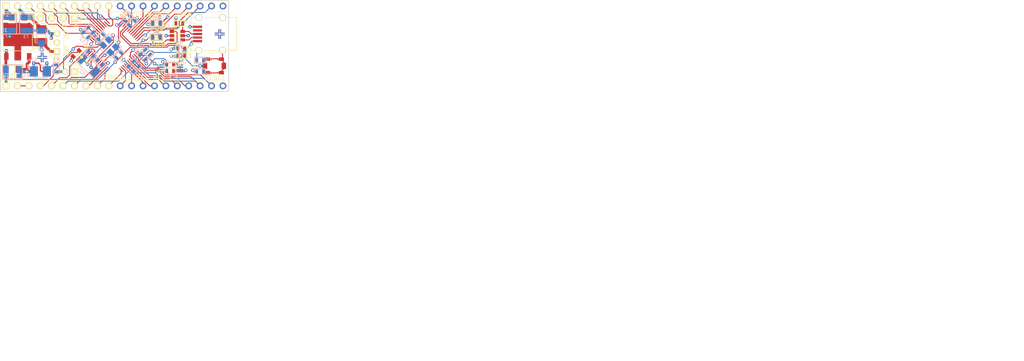
<source format=kicad_pcb>
(kicad_pcb (version 4) (host pcbnew 4.0.7)

  (general
    (links 149)
    (no_connects 0)
    (area 38.834287 108.425 279.778571 194.875)
    (thickness 1.6)
    (drawings 23)
    (tracks 638)
    (zones 0)
    (modules 52)
    (nets 60)
  )

  (page A4)
  (layers
    (0 F.Cu signal)
    (1 +3.3V power hide)
    (2 GND power hide)
    (31 B.Cu signal)
    (32 B.Adhes user hide)
    (34 B.Paste user hide)
    (35 F.Paste user hide)
    (36 B.SilkS user)
    (37 F.SilkS user)
    (38 B.Mask user)
    (39 F.Mask user)
    (44 Edge.Cuts user)
    (48 B.Fab user)
    (49 F.Fab user hide)
  )

  (setup
    (last_trace_width 0.2032)
    (user_trace_width 0.3048)
    (user_trace_width 0.6096)
    (user_trace_width 1.2192)
    (user_trace_width 2.4384)
    (trace_clearance 0.1778)
    (zone_clearance 0.6)
    (zone_45_only no)
    (trace_min 0.1778)
    (segment_width 0.2)
    (edge_width 0.15)
    (via_size 0.762)
    (via_drill 0.3048)
    (via_min_size 0.7)
    (via_min_drill 0.3)
    (uvia_size 0.3)
    (uvia_drill 0.1)
    (uvias_allowed no)
    (uvia_min_size 0.2)
    (uvia_min_drill 0.1)
    (pcb_text_width 0.3)
    (pcb_text_size 1.5 1.5)
    (mod_edge_width 0.15)
    (mod_text_size 1 1)
    (mod_text_width 0.15)
    (pad_size 1.6 1.6)
    (pad_drill 0.8)
    (pad_to_mask_clearance 0.2)
    (aux_axis_origin 52.08 134.61)
    (grid_origin 52.08 134.61)
    (visible_elements 7FFEFF79)
    (pcbplotparams
      (layerselection 0x010f0_80000007)
      (usegerberextensions true)
      (excludeedgelayer true)
      (linewidth 0.100000)
      (plotframeref false)
      (viasonmask false)
      (mode 1)
      (useauxorigin true)
      (hpglpennumber 1)
      (hpglpenspeed 20)
      (hpglpendiameter 15)
      (hpglpenoverlay 2)
      (psnegative false)
      (psa4output false)
      (plotreference true)
      (plotvalue false)
      (plotinvisibletext false)
      (padsonsilk false)
      (subtractmaskfromsilk false)
      (outputformat 1)
      (mirror false)
      (drillshape 0)
      (scaleselection 1)
      (outputdirectory STM32L152Cxx_CAM/))
  )

  (net 0 "")
  (net 1 "Net-(C1-Pad1)")
  (net 2 GND)
  (net 3 /X1)
  (net 4 /X3)
  (net 5 /~MRST)
  (net 6 /X2)
  (net 7 /X4)
  (net 8 /USB_DM)
  (net 9 /USB_DP)
  (net 10 "Net-(D2-Pad4)")
  (net 11 +3.3V)
  (net 12 "Net-(D2-Pad6)")
  (net 13 /+3.3V_OUT)
  (net 14 +5V)
  (net 15 "Net-(J1-Pad4)")
  (net 16 /VBAT)
  (net 17 /PC13)
  (net 18 /PA0)
  (net 19 /PA1)
  (net 20 /PA2)
  (net 21 /PA3)
  (net 22 /PA4)
  (net 23 /PA5)
  (net 24 /PA6)
  (net 25 /PA7)
  (net 26 /PB0)
  (net 27 /PB1)
  (net 28 /PB2)
  (net 29 /PB10)
  (net 30 /PB11)
  (net 31 /+3.3V_IN)
  (net 32 /PB9)
  (net 33 /PB8)
  (net 34 /PB7)
  (net 35 /PB6)
  (net 36 /PB5)
  (net 37 /PB4)
  (net 38 /PB3)
  (net 39 /PA15)
  (net 40 /PA10)
  (net 41 /PA9)
  (net 42 /PA8)
  (net 43 /PB15)
  (net 44 /PB14)
  (net 45 /PB13)
  (net 46 /PB12)
  (net 47 /SWDIO)
  (net 48 /SWCLK)
  (net 49 /BOOT)
  (net 50 "Net-(D4-PadA)")
  (net 51 "Net-(D5-PadA)")
  (net 52 /WP)
  (net 53 "Net-(D6-Pad2)")
  (net 54 "Net-(D6-Pad1)")
  (net 55 "Net-(D6-Pad3)")
  (net 56 /+3.3V_EXT)
  (net 57 /+3.3V_DIR)
  (net 58 /VBAT_EXT)
  (net 59 /NC)

  (net_class Default "This is the default net class."
    (clearance 0.1778)
    (trace_width 0.2032)
    (via_dia 0.762)
    (via_drill 0.3048)
    (uvia_dia 0.3)
    (uvia_drill 0.1)
    (add_net +3.3V)
    (add_net +5V)
    (add_net /+3.3V_DIR)
    (add_net /+3.3V_EXT)
    (add_net /+3.3V_IN)
    (add_net /+3.3V_OUT)
    (add_net /BOOT)
    (add_net /NC)
    (add_net /PA0)
    (add_net /PA1)
    (add_net /PA10)
    (add_net /PA15)
    (add_net /PA2)
    (add_net /PA3)
    (add_net /PA4)
    (add_net /PA5)
    (add_net /PA6)
    (add_net /PA7)
    (add_net /PA8)
    (add_net /PA9)
    (add_net /PB0)
    (add_net /PB1)
    (add_net /PB10)
    (add_net /PB11)
    (add_net /PB12)
    (add_net /PB13)
    (add_net /PB14)
    (add_net /PB15)
    (add_net /PB2)
    (add_net /PB3)
    (add_net /PB4)
    (add_net /PB5)
    (add_net /PB6)
    (add_net /PB7)
    (add_net /PB8)
    (add_net /PB9)
    (add_net /PC13)
    (add_net /SWCLK)
    (add_net /SWDIO)
    (add_net /USB_DM)
    (add_net /USB_DP)
    (add_net /VBAT)
    (add_net /VBAT_EXT)
    (add_net /WP)
    (add_net /X1)
    (add_net /X2)
    (add_net /X3)
    (add_net /X4)
    (add_net /~MRST)
    (add_net GND)
    (add_net "Net-(C1-Pad1)")
    (add_net "Net-(D2-Pad4)")
    (add_net "Net-(D2-Pad6)")
    (add_net "Net-(D4-PadA)")
    (add_net "Net-(D5-PadA)")
    (add_net "Net-(D6-Pad1)")
    (add_net "Net-(D6-Pad2)")
    (add_net "Net-(D6-Pad3)")
    (add_net "Net-(J1-Pad4)")
  )

  (module Kicad:P0603 (layer B.Cu) (tedit 5B06FBB2) (tstamp 5ADF6CBD)
    (at 72.2 126.2 315)
    (descr "0603 PASSIVE")
    (tags CHIP)
    (path /5ADF5FF4)
    (attr smd)
    (fp_text reference C4 (at 0.282843 -1.272792 315) (layer B.SilkS)
      (effects (font (size 0.75 0.75) (thickness 0.1)) (justify mirror))
    )
    (fp_text value 12pF (at 0 -1.3 315) (layer B.SilkS) hide
      (effects (font (size 0.65 0.65) (thickness 0.0975)) (justify mirror))
    )
    (fp_line (start -1.25 0.65) (end 1.25 0.65) (layer B.SilkS) (width 0.2))
    (fp_line (start 1.25 0.65) (end 1.25 -0.65) (layer B.SilkS) (width 0.2))
    (fp_line (start 1.25 -0.65) (end -1.25 -0.65) (layer B.SilkS) (width 0.2))
    (fp_line (start -1.25 -0.65) (end -1.25 0.65) (layer B.SilkS) (width 0.2))
    (pad 1 smd rect (at -0.75 0 315) (size 0.6 0.9) (layers B.Cu B.Paste B.Mask)
      (net 4 /X3))
    (pad 2 smd rect (at 0.75 0 315) (size 0.6 0.9) (layers B.Cu B.Paste B.Mask)
      (net 2 GND))
    (model P0603.wrl
      (at (xyz 0 0 0))
      (scale (xyz 0.3937 0.3937 0.3937))
      (rotate (xyz 0 0 0))
    )
  )

  (module Kicad:P0603 (layer B.Cu) (tedit 5B06FBC0) (tstamp 5ADF6CB7)
    (at 74.3585 122.428 225)
    (descr "0603 PASSIVE")
    (tags CHIP)
    (path /5ADF5ED6)
    (attr smd)
    (fp_text reference C3 (at 2.000001 0 225) (layer B.SilkS)
      (effects (font (size 0.75 0.75) (thickness 0.1)) (justify mirror))
    )
    (fp_text value 12pF (at 0 -1.3 225) (layer B.SilkS) hide
      (effects (font (size 0.65 0.65) (thickness 0.0975)) (justify mirror))
    )
    (fp_line (start -1.25 0.65) (end 1.25 0.65) (layer B.SilkS) (width 0.2))
    (fp_line (start 1.25 0.65) (end 1.25 -0.65) (layer B.SilkS) (width 0.2))
    (fp_line (start 1.25 -0.65) (end -1.25 -0.65) (layer B.SilkS) (width 0.2))
    (fp_line (start -1.25 -0.65) (end -1.25 0.65) (layer B.SilkS) (width 0.2))
    (pad 1 smd rect (at -0.75 0 225) (size 0.6 0.9) (layers B.Cu B.Paste B.Mask)
      (net 3 /X1))
    (pad 2 smd rect (at 0.75 0 225) (size 0.6 0.9) (layers B.Cu B.Paste B.Mask)
      (net 2 GND))
    (model P0603.wrl
      (at (xyz 0 0 0))
      (scale (xyz 0.3937 0.3937 0.3937))
      (rotate (xyz 0 0 0))
    )
  )

  (module Kicad:P0603 (layer B.Cu) (tedit 5B072286) (tstamp 5ADF6CC3)
    (at 96.52 127.635 180)
    (descr "0603 PASSIVE")
    (tags CHIP)
    (path /5ADF6E29)
    (attr smd)
    (fp_text reference C5 (at -2.03 0.235 180) (layer B.SilkS)
      (effects (font (size 0.75 0.75) (thickness 0.1)) (justify mirror))
    )
    (fp_text value 0.010uF (at 0 -1.3 180) (layer B.SilkS) hide
      (effects (font (size 0.65 0.65) (thickness 0.0975)) (justify mirror))
    )
    (fp_line (start -1.25 0.65) (end 1.25 0.65) (layer B.SilkS) (width 0.2))
    (fp_line (start 1.25 0.65) (end 1.25 -0.65) (layer B.SilkS) (width 0.2))
    (fp_line (start 1.25 -0.65) (end -1.25 -0.65) (layer B.SilkS) (width 0.2))
    (fp_line (start -1.25 -0.65) (end -1.25 0.65) (layer B.SilkS) (width 0.2))
    (pad 1 smd rect (at -0.75 0 180) (size 0.6 0.9) (layers B.Cu B.Paste B.Mask)
      (net 5 /~MRST))
    (pad 2 smd rect (at 0.75 0 180) (size 0.6 0.9) (layers B.Cu B.Paste B.Mask)
      (net 2 GND))
    (model P0603.wrl
      (at (xyz 0 0 0))
      (scale (xyz 0.3937 0.3937 0.3937))
      (rotate (xyz 0 0 0))
    )
  )

  (module Kicad:P0603 (layer B.Cu) (tedit 5B06FB99) (tstamp 5ADF6CC9)
    (at 78.4225 126.556 45)
    (descr "0603 PASSIVE")
    (tags CHIP)
    (path /5ADF5FA3)
    (attr smd)
    (fp_text reference C6 (at -0.047023 1.287995 45) (layer B.SilkS)
      (effects (font (size 0.75 0.75) (thickness 0.1)) (justify mirror))
    )
    (fp_text value 12pF (at 0 -1.3 45) (layer B.SilkS) hide
      (effects (font (size 0.65 0.65) (thickness 0.0975)) (justify mirror))
    )
    (fp_line (start -1.25 0.65) (end 1.25 0.65) (layer B.SilkS) (width 0.2))
    (fp_line (start 1.25 0.65) (end 1.25 -0.65) (layer B.SilkS) (width 0.2))
    (fp_line (start 1.25 -0.65) (end -1.25 -0.65) (layer B.SilkS) (width 0.2))
    (fp_line (start -1.25 -0.65) (end -1.25 0.65) (layer B.SilkS) (width 0.2))
    (pad 1 smd rect (at -0.75 0 45) (size 0.6 0.9) (layers B.Cu B.Paste B.Mask)
      (net 6 /X2))
    (pad 2 smd rect (at 0.75 0 45) (size 0.6 0.9) (layers B.Cu B.Paste B.Mask)
      (net 2 GND))
    (model P0603.wrl
      (at (xyz 0 0 0))
      (scale (xyz 0.3937 0.3937 0.3937))
      (rotate (xyz 0 0 0))
    )
  )

  (module Kicad:P0603 (layer B.Cu) (tedit 5B06FBA5) (tstamp 5ADF6CCF)
    (at 74.3 128.2 135)
    (descr "0603 PASSIVE")
    (tags CHIP)
    (path /5ADF62E7)
    (attr smd)
    (fp_text reference C7 (at 0 1.3 135) (layer B.SilkS)
      (effects (font (size 0.75 0.75) (thickness 0.1)) (justify mirror))
    )
    (fp_text value 12pF (at 0 -1.3 135) (layer B.SilkS) hide
      (effects (font (size 0.65 0.65) (thickness 0.0975)) (justify mirror))
    )
    (fp_line (start -1.25 0.65) (end 1.25 0.65) (layer B.SilkS) (width 0.2))
    (fp_line (start 1.25 0.65) (end 1.25 -0.65) (layer B.SilkS) (width 0.2))
    (fp_line (start 1.25 -0.65) (end -1.25 -0.65) (layer B.SilkS) (width 0.2))
    (fp_line (start -1.25 -0.65) (end -1.25 0.65) (layer B.SilkS) (width 0.2))
    (pad 1 smd rect (at -0.75 0 135) (size 0.6 0.9) (layers B.Cu B.Paste B.Mask)
      (net 7 /X4))
    (pad 2 smd rect (at 0.75 0 135) (size 0.6 0.9) (layers B.Cu B.Paste B.Mask)
      (net 2 GND))
    (model P0603.wrl
      (at (xyz 0 0 0))
      (scale (xyz 0.3937 0.3937 0.3937))
      (rotate (xyz 0 0 0))
    )
  )

  (module Kicad:SOT23-6 (layer F.Cu) (tedit 5B071146) (tstamp 5ADF6CDF)
    (at 92.6465 122.174 270)
    (path /5ADF7438)
    (fp_text reference D2 (at -1.874 2.7965 360) (layer F.SilkS)
      (effects (font (size 0.75 0.75) (thickness 0.1)))
    )
    (fp_text value USBLC6-2 (at 1 -3.3 270) (layer F.Fab) hide
      (effects (font (size 1 1) (thickness 0.15)))
    )
    (fp_line (start -1.5 0.6) (end 1.5 0.6) (layer F.SilkS) (width 0.15))
    (fp_line (start 1.5 0.6) (end 1.5 1.8) (layer F.SilkS) (width 0.15))
    (fp_line (start 1.5 1.8) (end -1.5 1.8) (layer F.SilkS) (width 0.15))
    (fp_line (start -1.5 1.8) (end -1.5 0.6) (layer F.SilkS) (width 0.15))
    (fp_circle (center -1 3.5) (end -0.9 3.5) (layer F.SilkS) (width 0.15))
    (pad 1 smd rect (at -0.95 2.4 270) (size 0.7 1) (layers F.Cu F.Paste F.Mask)
      (net 9 /USB_DP))
    (pad 2 smd rect (at 0 2.4 270) (size 0.7 1) (layers F.Cu F.Paste F.Mask)
      (net 2 GND))
    (pad 3 smd rect (at 0.95 2.4 270) (size 0.7 1) (layers F.Cu F.Paste F.Mask)
      (net 8 /USB_DM))
    (pad 4 smd rect (at 0.95 0 270) (size 0.7 1) (layers F.Cu F.Paste F.Mask)
      (net 10 "Net-(D2-Pad4)"))
    (pad 5 smd rect (at 0 0 270) (size 0.7 1) (layers F.Cu F.Paste F.Mask)
      (net 11 +3.3V))
    (pad 6 smd rect (at -0.95 0 270) (size 0.7 1) (layers F.Cu F.Paste F.Mask)
      (net 12 "Net-(D2-Pad6)"))
  )

  (module Kicad:CONN_USB_UX60-MB (layer F.Cu) (tedit 5B06FAD0) (tstamp 5ADF6D00)
    (at 96.012 121.793 90)
    (path /5ADF733C)
    (fp_text reference J1 (at -4.445 3.175 180) (layer F.SilkS)
      (effects (font (size 0.75 0.75) (thickness 0.1)))
    )
    (fp_text value USB_MINI_B_SMD (at 4 -4 90) (layer F.Fab) hide
      (effects (font (size 1 1) (thickness 0.15)))
    )
    (fp_line (start 1.8 1.1) (end 1.9 1.1) (layer F.Fab) (width 0.15))
    (fp_line (start 1.9 1.1) (end 1.9 1.6) (layer F.Fab) (width 0.15))
    (fp_line (start 1.9 1.6) (end 1.2 1.6) (layer F.Fab) (width 0.15))
    (fp_line (start 1.2 1.6) (end 1.2 2.8) (layer F.Fab) (width 0.15))
    (fp_line (start 1.2 2.8) (end 3.7 2.8) (layer F.Fab) (width 0.15))
    (fp_line (start 3.7 2.8) (end 3.7 4.6) (layer F.Fab) (width 0.15))
    (fp_line (start 3.7 4.6) (end 2.8 4.6) (layer F.Fab) (width 0.15))
    (fp_line (start 2.8 4.6) (end 2.8 6.4) (layer F.Fab) (width 0.15))
    (fp_line (start 2.8 6.4) (end 3.7 6.4) (layer F.Fab) (width 0.15))
    (fp_line (start 3.7 6.4) (end 3.7 8.6) (layer F.Fab) (width 0.15))
    (fp_line (start 3.7 8.6) (end -3.7 8.6) (layer F.Fab) (width 0.15))
    (fp_line (start -3.7 8.6) (end -3.7 6.4) (layer F.Fab) (width 0.15))
    (fp_line (start -3.7 6.4) (end -2.8 6.4) (layer F.Fab) (width 0.15))
    (fp_line (start -2.8 6.4) (end -2.8 4.6) (layer F.Fab) (width 0.15))
    (fp_line (start -2.8 4.6) (end -3.7 4.6) (layer F.Fab) (width 0.15))
    (fp_line (start -3.7 4.6) (end -3.7 2.8) (layer F.Fab) (width 0.15))
    (fp_line (start -3.7 2.8) (end -1.2 2.8) (layer F.Fab) (width 0.15))
    (fp_line (start -1.2 2.8) (end -1.2 1.6) (layer F.Fab) (width 0.15))
    (fp_line (start -1.2 1.6) (end -1.9 1.6) (layer F.Fab) (width 0.15))
    (fp_line (start -1.9 1.6) (end -1.9 1.1) (layer F.Fab) (width 0.15))
    (fp_line (start -1.9 1.1) (end 1.8 1.1) (layer F.Fab) (width 0.15))
    (fp_line (start -3.7 -0.7) (end -3.7 -1.4) (layer F.SilkS) (width 0.15))
    (fp_line (start -3.7 -1.4) (end -2.3 -1.4) (layer F.SilkS) (width 0.15))
    (fp_line (start -2.3 -1.4) (end -2.3 -0.5) (layer F.SilkS) (width 0.15))
    (fp_line (start -3.7 4.6) (end -3.7 1.1) (layer F.SilkS) (width 0.15))
    (fp_line (start 3.7 6.4) (end 3.7 8.6) (layer F.SilkS) (width 0.15))
    (fp_line (start 3.7 8.6) (end -3.7 8.6) (layer F.SilkS) (width 0.15))
    (fp_line (start -3.7 8.6) (end -3.7 6.4) (layer F.SilkS) (width 0.15))
    (fp_line (start 3.7 1.1) (end 3.7 4.6) (layer F.SilkS) (width 0.15))
    (fp_line (start 2.4 -0.5) (end 2.4 -1.4) (layer F.SilkS) (width 0.15))
    (fp_line (start 2.4 -1.4) (end 3.7 -1.4) (layer F.SilkS) (width 0.15))
    (fp_line (start 3.7 -1.4) (end 3.7 -0.7) (layer F.SilkS) (width 0.15))
    (pad 3 smd rect (at 0 -0.05 90) (size 0.5 2) (layers F.Cu F.Paste F.Mask)
      (net 12 "Net-(D2-Pad6)"))
    (pad 4 smd rect (at 0.8 -0.05 90) (size 0.5 2) (layers F.Cu F.Paste F.Mask)
      (net 15 "Net-(J1-Pad4)"))
    (pad 5 smd rect (at 1.6 -0.05 90) (size 0.5 2) (layers F.Cu F.Paste F.Mask)
      (net 2 GND))
    (pad 1 smd rect (at -1.6 -0.05 90) (size 0.5 2) (layers F.Cu F.Paste F.Mask)
      (net 53 "Net-(D6-Pad2)"))
    (pad 2 smd rect (at -0.8 -0.05 90) (size 0.5 2) (layers F.Cu F.Paste F.Mask)
      (net 10 "Net-(D2-Pad4)"))
    (pad "" np_thru_hole circle (at -1.75 2.2 90) (size 0.9 0.9) (drill 0.9) (layers *.Cu *.Mask F.SilkS))
    (pad "" np_thru_hole circle (at 1.75 2.2 90) (size 0.9 0.9) (drill 0.9) (layers *.Cu *.Mask F.SilkS))
    (pad 6 thru_hole circle (at -3.65 0.2 90) (size 1.5 1.5) (drill 1.2) (layers *.Cu *.Mask F.SilkS)
      (net 2 GND))
    (pad 7 thru_hole circle (at 3.65 0.2 90) (size 1.5 1.5) (drill 1.2) (layers *.Cu *.Mask F.SilkS)
      (net 2 GND))
    (pad 8 thru_hole circle (at -3.65 5.5 90) (size 1.5 1.5) (drill 1.2) (layers *.Cu *.Mask F.SilkS)
      (net 2 GND))
    (pad 9 thru_hole circle (at 3.65 5.5 90) (size 1.5 1.5) (drill 1.2) (layers *.Cu *.Mask F.SilkS)
      (net 2 GND))
  )

  (module Kicad:HEADER_1X20_100MIL (layer F.Cu) (tedit 5B06FCA7) (tstamp 5ADF6D18)
    (at 53.34 133.35)
    (path /5ADFB6F4)
    (fp_text reference P1 (at 0.06 -1.95) (layer F.SilkS)
      (effects (font (size 0.7 0.7) (thickness 0.1)))
    )
    (fp_text value CONN_1x20 (at 6.35 3.175) (layer F.Fab) hide
      (effects (font (size 1 1) (thickness 0.15)))
    )
    (fp_line (start 39.37 -1.27) (end 49.53 -1.27) (layer F.SilkS) (width 0.1))
    (fp_line (start 49.53 -1.27) (end 49.53 1.27) (layer F.SilkS) (width 0.1))
    (fp_line (start 49.53 1.27) (end 39.37 1.27) (layer F.SilkS) (width 0.1))
    (fp_line (start 24.13 1.27) (end 39.37 1.27) (layer F.SilkS) (width 0.1524))
    (fp_line (start 39.37 -1.27) (end 24.13 -1.27) (layer F.SilkS) (width 0.1524))
    (fp_line (start 24.13 1.27) (end -1.27 1.27) (layer F.SilkS) (width 0.1524))
    (fp_line (start -1.27 1.27) (end -1.27 -1.27) (layer F.SilkS) (width 0.15))
    (fp_line (start -1.27 -1.27) (end 24.13 -1.27) (layer F.SilkS) (width 0.15))
    (pad 1 thru_hole rect (at 0 0) (size 1.524 1.524) (drill 0.9144) (layers *.Cu *.Mask F.SilkS)
      (net 14 +5V))
    (pad 2 thru_hole circle (at 2.54 0) (size 1.524 1.524) (drill 0.9144) (layers *.Cu *.Mask F.SilkS)
      (net 59 /NC))
    (pad 3 thru_hole circle (at 5.08 0) (size 1.524 1.524) (drill 0.9144) (layers *.Cu *.Mask F.SilkS)
      (net 59 /NC))
    (pad 4 thru_hole circle (at 7.62 0) (size 1.524 1.524) (drill 0.9144) (layers *.Cu *.Mask F.SilkS)
      (net 58 /VBAT_EXT))
    (pad 5 thru_hole circle (at 10.16 0) (size 1.524 1.524) (drill 0.9144) (layers *.Cu *.Mask F.SilkS)
      (net 17 /PC13))
    (pad 6 thru_hole circle (at 12.7 0) (size 1.524 1.524) (drill 0.9144) (layers *.Cu *.Mask F.SilkS)
      (net 5 /~MRST))
    (pad 7 thru_hole circle (at 15.24 0) (size 1.524 1.524) (drill 0.9144) (layers *.Cu *.Mask F.SilkS)
      (net 18 /PA0))
    (pad 8 thru_hole circle (at 17.78 0) (size 1.524 1.524) (drill 0.9144) (layers *.Cu *.Mask F.SilkS)
      (net 19 /PA1))
    (pad 9 thru_hole circle (at 20.32 0) (size 1.524 1.524) (drill 0.9144) (layers *.Cu *.Mask F.SilkS)
      (net 20 /PA2))
    (pad 10 thru_hole circle (at 22.86 0) (size 1.524 1.524) (drill 0.9144) (layers *.Cu *.Mask F.SilkS)
      (net 21 /PA3))
    (pad 11 thru_hole circle (at 25.4 0) (size 1.524 1.524) (drill 0.9144) (layers *.Cu *.Mask)
      (net 22 /PA4))
    (pad 12 thru_hole circle (at 27.94 0) (size 1.524 1.524) (drill 0.9144) (layers *.Cu *.Mask)
      (net 23 /PA5))
    (pad 13 thru_hole circle (at 30.48 0) (size 1.524 1.524) (drill 0.9144) (layers *.Cu *.Mask)
      (net 24 /PA6))
    (pad 14 thru_hole circle (at 33.02 0) (size 1.524 1.524) (drill 0.9144) (layers *.Cu *.Mask)
      (net 25 /PA7))
    (pad 15 thru_hole circle (at 35.56 0) (size 1.524 1.524) (drill 0.9144) (layers *.Cu *.Mask)
      (net 26 /PB0))
    (pad 16 thru_hole circle (at 38.1 0) (size 1.524 1.524) (drill 0.9144) (layers *.Cu *.Mask)
      (net 27 /PB1))
    (pad 17 thru_hole circle (at 40.64 0) (size 1.524 1.524) (drill 0.9144) (layers *.Cu *.Mask)
      (net 28 /PB2))
    (pad 18 thru_hole circle (at 43.18 0) (size 1.524 1.524) (drill 0.9144) (layers *.Cu *.Mask)
      (net 29 /PB10))
    (pad 19 thru_hole circle (at 45.72 0) (size 1.524 1.524) (drill 0.9144) (layers *.Cu *.Mask)
      (net 30 /PB11))
    (pad 20 thru_hole circle (at 48.26 0) (size 1.524 1.524) (drill 0.9144) (layers *.Cu *.Mask)
      (net 2 GND))
  )

  (module Kicad:HEADER_1X20_100MIL (layer F.Cu) (tedit 5B0721E9) (tstamp 5ADF6D30)
    (at 53.34 115.57)
    (path /5ADFB762)
    (fp_text reference P2 (at -0.04 1.93) (layer F.SilkS)
      (effects (font (size 0.75 0.75) (thickness 0.1)))
    )
    (fp_text value CONN_1x20 (at 6.35 3.175) (layer F.Fab) hide
      (effects (font (size 1 1) (thickness 0.15)))
    )
    (fp_line (start 39.37 -1.27) (end 49.53 -1.27) (layer F.SilkS) (width 0.1))
    (fp_line (start 49.53 -1.27) (end 49.53 1.27) (layer F.SilkS) (width 0.1))
    (fp_line (start 49.53 1.27) (end 39.37 1.27) (layer F.SilkS) (width 0.1))
    (fp_line (start 24.13 1.27) (end 39.37 1.27) (layer F.SilkS) (width 0.1524))
    (fp_line (start 39.37 -1.27) (end 24.13 -1.27) (layer F.SilkS) (width 0.1524))
    (fp_line (start 24.13 1.27) (end -1.27 1.27) (layer F.SilkS) (width 0.1524))
    (fp_line (start -1.27 1.27) (end -1.27 -1.27) (layer F.SilkS) (width 0.15))
    (fp_line (start -1.27 -1.27) (end 24.13 -1.27) (layer F.SilkS) (width 0.15))
    (pad 1 thru_hole rect (at 0 0) (size 1.524 1.524) (drill 0.9144) (layers *.Cu *.Mask F.SilkS)
      (net 13 /+3.3V_OUT))
    (pad 2 thru_hole circle (at 2.54 0) (size 1.524 1.524) (drill 0.9144) (layers *.Cu *.Mask F.SilkS)
      (net 31 /+3.3V_IN))
    (pad 3 thru_hole circle (at 5.08 0) (size 1.524 1.524) (drill 0.9144) (layers *.Cu *.Mask F.SilkS)
      (net 32 /PB9))
    (pad 4 thru_hole circle (at 7.62 0) (size 1.524 1.524) (drill 0.9144) (layers *.Cu *.Mask F.SilkS)
      (net 33 /PB8))
    (pad 5 thru_hole circle (at 10.16 0) (size 1.524 1.524) (drill 0.9144) (layers *.Cu *.Mask F.SilkS)
      (net 34 /PB7))
    (pad 6 thru_hole circle (at 12.7 0) (size 1.524 1.524) (drill 0.9144) (layers *.Cu *.Mask F.SilkS)
      (net 35 /PB6))
    (pad 7 thru_hole circle (at 15.24 0) (size 1.524 1.524) (drill 0.9144) (layers *.Cu *.Mask F.SilkS)
      (net 36 /PB5))
    (pad 8 thru_hole circle (at 17.78 0) (size 1.524 1.524) (drill 0.9144) (layers *.Cu *.Mask F.SilkS)
      (net 37 /PB4))
    (pad 9 thru_hole circle (at 20.32 0) (size 1.524 1.524) (drill 0.9144) (layers *.Cu *.Mask F.SilkS)
      (net 38 /PB3))
    (pad 10 thru_hole circle (at 22.86 0) (size 1.524 1.524) (drill 0.9144) (layers *.Cu *.Mask F.SilkS)
      (net 39 /PA15))
    (pad 11 thru_hole circle (at 25.4 0) (size 1.524 1.524) (drill 0.9144) (layers *.Cu *.Mask)
      (net 9 /USB_DP))
    (pad 12 thru_hole circle (at 27.94 0) (size 1.524 1.524) (drill 0.9144) (layers *.Cu *.Mask)
      (net 8 /USB_DM))
    (pad 13 thru_hole circle (at 30.48 0) (size 1.524 1.524) (drill 0.9144) (layers *.Cu *.Mask)
      (net 40 /PA10))
    (pad 14 thru_hole circle (at 33.02 0) (size 1.524 1.524) (drill 0.9144) (layers *.Cu *.Mask)
      (net 41 /PA9))
    (pad 15 thru_hole circle (at 35.56 0) (size 1.524 1.524) (drill 0.9144) (layers *.Cu *.Mask)
      (net 42 /PA8))
    (pad 16 thru_hole circle (at 38.1 0) (size 1.524 1.524) (drill 0.9144) (layers *.Cu *.Mask)
      (net 43 /PB15))
    (pad 17 thru_hole circle (at 40.64 0) (size 1.524 1.524) (drill 0.9144) (layers *.Cu *.Mask)
      (net 44 /PB14))
    (pad 18 thru_hole circle (at 43.18 0) (size 1.524 1.524) (drill 0.9144) (layers *.Cu *.Mask)
      (net 45 /PB13))
    (pad 19 thru_hole circle (at 45.72 0) (size 1.524 1.524) (drill 0.9144) (layers *.Cu *.Mask)
      (net 46 /PB12))
    (pad 20 thru_hole circle (at 48.26 0) (size 1.524 1.524) (drill 0.9144) (layers *.Cu *.Mask)
      (net 2 GND))
  )

  (module Kicad:Connector_1x4_100mil_TH (layer F.Cu) (tedit 5B170D70) (tstamp 5ADF6D38)
    (at 68.6 118.25 270)
    (path /5ADF7E72)
    (fp_text reference P3 (at -0.05 -2.15 540) (layer F.SilkS)
      (effects (font (size 0.7 0.7) (thickness 0.1)))
    )
    (fp_text value CONN_1x4 (at 2.54 -5.08 270) (layer F.Fab) hide
      (effects (font (size 1 1) (thickness 0.15)))
    )
    (fp_line (start -1.27 -1.27) (end 1.27 -1.27) (layer F.SilkS) (width 0.15))
    (fp_line (start 1.27 -1.27) (end 1.27 8.89) (layer F.SilkS) (width 0.15))
    (fp_line (start 1.27 8.89) (end -1.27 8.89) (layer F.SilkS) (width 0.15))
    (fp_line (start -1.27 8.89) (end -1.27 -1.27) (layer F.SilkS) (width 0.15))
    (pad 1 thru_hole rect (at 0 0 270) (size 1.6 1.6) (drill 0.8) (layers *.Cu *.Mask F.SilkS)
      (net 47 /SWDIO))
    (pad 2 thru_hole circle (at 0 2.54 270) (size 1.6 1.6) (drill 0.8) (layers *.Cu *.Mask F.SilkS)
      (net 2 GND))
    (pad 3 thru_hole circle (at 0 5.08 270) (size 1.6 1.6) (drill 0.8) (layers *.Cu *.Mask F.SilkS)
      (net 48 /SWCLK))
    (pad 4 thru_hole circle (at 0 7.62 270) (size 1.6 1.6) (drill 0.8) (layers *.Cu *.Mask F.SilkS)
      (net 11 +3.3V))
  )

  (module Kicad:P0603 (layer F.Cu) (tedit 5B071E37) (tstamp 5ADF6D44)
    (at 91.8845 119.444)
    (descr "0603 PASSIVE")
    (tags CHIP)
    (path /5ADF7549)
    (attr smd)
    (fp_text reference R1 (at 2.0155 -0.144) (layer F.SilkS)
      (effects (font (size 0.75 0.75) (thickness 0.1)))
    )
    (fp_text value 1.50kΩ (at 0 1.3) (layer F.SilkS) hide
      (effects (font (size 0.65 0.65) (thickness 0.0975)))
    )
    (fp_line (start -1.25 -0.65) (end 1.25 -0.65) (layer F.SilkS) (width 0.2))
    (fp_line (start 1.25 -0.65) (end 1.25 0.65) (layer F.SilkS) (width 0.2))
    (fp_line (start 1.25 0.65) (end -1.25 0.65) (layer F.SilkS) (width 0.2))
    (fp_line (start -1.25 0.65) (end -1.25 -0.65) (layer F.SilkS) (width 0.2))
    (pad 1 smd rect (at -0.75 0) (size 0.6 0.9) (layers F.Cu F.Paste F.Mask)
      (net 11 +3.3V))
    (pad 2 smd rect (at 0.75 0) (size 0.6 0.9) (layers F.Cu F.Paste F.Mask)
      (net 12 "Net-(D2-Pad6)"))
    (model P0603.wrl
      (at (xyz 0 0 0))
      (scale (xyz 0.3937 0.3937 0.3937))
      (rotate (xyz 0 0 0))
    )
  )

  (module Kicad:P0603 (layer F.Cu) (tedit 5B0716CF) (tstamp 5ADF6D4A)
    (at 92.35 125.05 180)
    (descr "0603 PASSIVE")
    (tags CHIP)
    (path /5B073597)
    (attr smd)
    (fp_text reference R2 (at 1.95 0 360) (layer F.SilkS)
      (effects (font (size 0.75 0.75) (thickness 0.1)))
    )
    (fp_text value ZERO_Ω (at 0 1.3 180) (layer F.SilkS) hide
      (effects (font (size 0.65 0.65) (thickness 0.0975)))
    )
    (fp_line (start -1.25 -0.65) (end 1.25 -0.65) (layer F.SilkS) (width 0.2))
    (fp_line (start 1.25 -0.65) (end 1.25 0.65) (layer F.SilkS) (width 0.2))
    (fp_line (start 1.25 0.65) (end -1.25 0.65) (layer F.SilkS) (width 0.2))
    (fp_line (start -1.25 0.65) (end -1.25 -0.65) (layer F.SilkS) (width 0.2))
    (pad 1 smd rect (at -0.75 0 180) (size 0.6 0.9) (layers F.Cu F.Paste F.Mask)
      (net 14 +5V))
    (pad 2 smd rect (at 0.75 0 180) (size 0.6 0.9) (layers F.Cu F.Paste F.Mask)
      (net 55 "Net-(D6-Pad3)"))
    (model P0603.wrl
      (at (xyz 0 0 0))
      (scale (xyz 0.3937 0.3937 0.3937))
      (rotate (xyz 0 0 0))
    )
  )

  (module Kicad:P0603 (layer B.Cu) (tedit 5B197D6D) (tstamp 5ADF6D50)
    (at 64.5 129.45 90)
    (descr "0603 PASSIVE")
    (tags CHIP)
    (path /5ADF6AE3)
    (attr smd)
    (fp_text reference R3 (at 1.9 0.05 180) (layer B.SilkS)
      (effects (font (size 0.75 0.75) (thickness 0.1)) (justify mirror))
    )
    (fp_text value 10.0kΩ (at 0 -1.3 90) (layer B.SilkS) hide
      (effects (font (size 0.65 0.65) (thickness 0.0975)) (justify mirror))
    )
    (fp_line (start -1.25 0.65) (end 1.25 0.65) (layer B.SilkS) (width 0.2))
    (fp_line (start 1.25 0.65) (end 1.25 -0.65) (layer B.SilkS) (width 0.2))
    (fp_line (start 1.25 -0.65) (end -1.25 -0.65) (layer B.SilkS) (width 0.2))
    (fp_line (start -1.25 -0.65) (end -1.25 0.65) (layer B.SilkS) (width 0.2))
    (pad 1 smd rect (at -0.75 0 90) (size 0.6 0.9) (layers B.Cu B.Paste B.Mask)
      (net 49 /BOOT))
    (pad 2 smd rect (at 0.75 0 90) (size 0.6 0.9) (layers B.Cu B.Paste B.Mask)
      (net 11 +3.3V))
    (model P0603.wrl
      (at (xyz 0 0 0))
      (scale (xyz 0.3937 0.3937 0.3937))
      (rotate (xyz 0 0 0))
    )
  )

  (module Kicad:P0603 (layer B.Cu) (tedit 5B07228A) (tstamp 5ADF6D56)
    (at 96.52 130.175 180)
    (descr "0603 PASSIVE")
    (tags CHIP)
    (path /5ADF6DC0)
    (attr smd)
    (fp_text reference R4 (at -2.03 -0.475 180) (layer B.SilkS)
      (effects (font (size 0.75 0.75) (thickness 0.1)) (justify mirror))
    )
    (fp_text value 10.0kΩ (at 0 -1.3 180) (layer B.SilkS) hide
      (effects (font (size 0.65 0.65) (thickness 0.0975)) (justify mirror))
    )
    (fp_line (start -1.25 0.65) (end 1.25 0.65) (layer B.SilkS) (width 0.2))
    (fp_line (start 1.25 0.65) (end 1.25 -0.65) (layer B.SilkS) (width 0.2))
    (fp_line (start 1.25 -0.65) (end -1.25 -0.65) (layer B.SilkS) (width 0.2))
    (fp_line (start -1.25 -0.65) (end -1.25 0.65) (layer B.SilkS) (width 0.2))
    (pad 1 smd rect (at -0.75 0 180) (size 0.6 0.9) (layers B.Cu B.Paste B.Mask)
      (net 5 /~MRST))
    (pad 2 smd rect (at 0.75 0 180) (size 0.6 0.9) (layers B.Cu B.Paste B.Mask)
      (net 11 +3.3V))
    (model P0603.wrl
      (at (xyz 0 0 0))
      (scale (xyz 0.3937 0.3937 0.3937))
      (rotate (xyz 0 0 0))
    )
  )

  (module Kicad:SOT223_4 (layer F.Cu) (tedit 5B06FC8A) (tstamp 5ADF6D6D)
    (at 55.95 126.8)
    (path /5AF32282)
    (fp_text reference U1 (at -3.048 -5.842) (layer F.SilkS)
      (effects (font (size 0.75 0.75) (thickness 0.1)))
    )
    (fp_text value LM1117_SOT223 (at 0 -3.5) (layer F.Fab) hide
      (effects (font (size 1 1) (thickness 0.15)))
    )
    (fp_line (start -3.25 -5) (end 3.25 -5) (layer F.SilkS) (width 0.15))
    (fp_line (start 3.25 -5) (end 3.25 -1.25) (layer F.SilkS) (width 0.15))
    (fp_line (start 3.25 -1.25) (end -3.25 -1.25) (layer F.SilkS) (width 0.15))
    (fp_line (start -3.25 -1.25) (end -3.25 -5) (layer F.SilkS) (width 0.15))
    (pad 1 smd rect (at -2.54 0) (size 1 1.5) (layers F.Cu F.Paste F.Mask)
      (net 2 GND))
    (pad 2 smd rect (at 0 0) (size 1 1.5) (layers F.Cu F.Paste F.Mask)
      (net 56 /+3.3V_EXT))
    (pad 3 smd rect (at 2.54 0) (size 1 1.5) (layers F.Cu F.Paste F.Mask)
      (net 1 "Net-(C1-Pad1)"))
    (pad 4 smd rect (at 0 -6.5) (size 4 1.5) (layers F.Cu F.Paste F.Mask)
      (net 56 /+3.3V_EXT))
  )

  (module Kicad:XTAL_3.2X2.5 (layer B.Cu) (tedit 5ADF8856) (tstamp 5ADF6DAA)
    (at 76.2 123.126 315)
    (path /5ADF5DFB)
    (fp_text reference X1 (at 1.145 -1.64 315) (layer B.SilkS)
      (effects (font (size 0.75 0.75) (thickness 0.1)) (justify mirror))
    )
    (fp_text value ABM8G-12.00MHz (at 3.9 3.400001 315) (layer B.Fab) hide
      (effects (font (size 1 1) (thickness 0.15)) (justify mirror))
    )
    (fp_circle (center -0.2 -1.4) (end 0 -1.4) (layer B.SilkS) (width 0.381))
    (fp_line (start 3.1 2.5) (end 3.1 -0.9) (layer B.SilkS) (width 0.127))
    (fp_line (start 3.1 -0.9) (end -0.9 -0.9) (layer B.SilkS) (width 0.127))
    (fp_line (start -0.9 -0.9) (end -0.9 2.6) (layer B.SilkS) (width 0.127))
    (fp_line (start -0.9 2.6) (end 3.1 2.6) (layer B.SilkS) (width 0.127))
    (fp_line (start 3.1 2.6) (end 3.1 2.4) (layer B.SilkS) (width 0.127))
    (pad 1 smd rect (at 0 0 315) (size 1.397 1.1938) (layers B.Cu B.Paste B.Mask)
      (net 3 /X1))
    (pad 2 smd rect (at 2.2098 0 315) (size 1.397 1.1938) (layers B.Cu B.Paste B.Mask)
      (net 2 GND))
    (pad 3 smd rect (at 2.2098 1.7018 315) (size 1.397 1.1938) (layers B.Cu B.Paste B.Mask)
      (net 6 /X2))
    (pad 4 smd rect (at 0 1.7018 315) (size 1.397 1.1938) (layers B.Cu B.Paste B.Mask)
      (net 2 GND))
  )

  (module Kicad:XTAL_1.8X4.9mm (layer B.Cu) (tedit 5B06FB83) (tstamp 5ADF6DB0)
    (at 70.3 127.4 315)
    (path /5ADF5E28)
    (fp_text reference X2 (at 2.05061 2.12132 315) (layer B.SilkS)
      (effects (font (size 0.75 0.75) (thickness 0.1)) (justify mirror))
    )
    (fp_text value ABS10-32.768kHz (at 5.2 2.4 315) (layer B.Fab) hide
      (effects (font (size 1 1) (thickness 0.15)) (justify mirror))
    )
    (fp_line (start -0.8 1.3) (end 5 1.3) (layer B.SilkS) (width 0.127))
    (fp_line (start 5 1.3) (end 5 -1.3) (layer B.SilkS) (width 0.127))
    (fp_line (start 5 -1.3) (end -0.9 -1.3) (layer B.SilkS) (width 0.127))
    (fp_line (start -0.9 -1.3) (end -0.9 1.3) (layer B.SilkS) (width 0.127))
    (pad 1 smd rect (at 0 0 315) (size 1.27 2.2098) (layers B.Cu B.Paste B.Mask)
      (net 4 /X3))
    (pad 2 smd rect (at 4.064 0 315) (size 1.27 2.2098) (layers B.Cu B.Paste B.Mask)
      (net 7 /X4))
  )

  (module Kicad:P0603 (layer B.Cu) (tedit 5B0722AB) (tstamp 5ADF7685)
    (at 84.836 125.857 315)
    (descr "0603 PASSIVE")
    (tags CHIP)
    (path /5ADFEE6E)
    (attr smd)
    (fp_text reference C8 (at -2.081015 -0.050205 315) (layer B.SilkS)
      (effects (font (size 0.75 0.75) (thickness 0.1)) (justify mirror))
    )
    (fp_text value 0.10uF (at 0 -1.3 315) (layer B.SilkS) hide
      (effects (font (size 0.65 0.65) (thickness 0.0975)) (justify mirror))
    )
    (fp_line (start -1.25 0.65) (end 1.25 0.65) (layer B.SilkS) (width 0.2))
    (fp_line (start 1.25 0.65) (end 1.25 -0.65) (layer B.SilkS) (width 0.2))
    (fp_line (start 1.25 -0.65) (end -1.25 -0.65) (layer B.SilkS) (width 0.2))
    (fp_line (start -1.25 -0.65) (end -1.25 0.65) (layer B.SilkS) (width 0.2))
    (pad 1 smd rect (at -0.75 0 315) (size 0.6 0.9) (layers B.Cu B.Paste B.Mask)
      (net 11 +3.3V))
    (pad 2 smd rect (at 0.75 0 315) (size 0.6 0.9) (layers B.Cu B.Paste B.Mask)
      (net 2 GND))
    (model P0603.wrl
      (at (xyz 0 0 0))
      (scale (xyz 0.3937 0.3937 0.3937))
      (rotate (xyz 0 0 0))
    )
  )

  (module Kicad:P0603 (layer B.Cu) (tedit 5B0722A6) (tstamp 5ADF768B)
    (at 83.82 126.873 315)
    (descr "0603 PASSIVE")
    (tags CHIP)
    (path /5ADFEFE1)
    (attr smd)
    (fp_text reference C9 (at -2.151726 -0.002121 315) (layer B.SilkS)
      (effects (font (size 0.75 0.75) (thickness 0.1)) (justify mirror))
    )
    (fp_text value 10.0uF (at 0 -1.3 315) (layer B.SilkS) hide
      (effects (font (size 0.65 0.65) (thickness 0.0975)) (justify mirror))
    )
    (fp_line (start -1.25 0.65) (end 1.25 0.65) (layer B.SilkS) (width 0.2))
    (fp_line (start 1.25 0.65) (end 1.25 -0.65) (layer B.SilkS) (width 0.2))
    (fp_line (start 1.25 -0.65) (end -1.25 -0.65) (layer B.SilkS) (width 0.2))
    (fp_line (start -1.25 -0.65) (end -1.25 0.65) (layer B.SilkS) (width 0.2))
    (pad 1 smd rect (at -0.75 0 315) (size 0.6 0.9) (layers B.Cu B.Paste B.Mask)
      (net 11 +3.3V))
    (pad 2 smd rect (at 0.75 0 315) (size 0.6 0.9) (layers B.Cu B.Paste B.Mask)
      (net 2 GND))
    (model P0603.wrl
      (at (xyz 0 0 0))
      (scale (xyz 0.3937 0.3937 0.3937))
      (rotate (xyz 0 0 0))
    )
  )

  (module Kicad:P0603 (layer B.Cu) (tedit 5B0722BA) (tstamp 5ADF7691)
    (at 80.3 118.3 45)
    (descr "0603 PASSIVE")
    (tags CHIP)
    (path /5ADFF0CA)
    (attr smd)
    (fp_text reference C10 (at 0.318198 -1.237437 45) (layer B.SilkS)
      (effects (font (size 0.75 0.75) (thickness 0.1)) (justify mirror))
    )
    (fp_text value 0.10uF (at 0 -1.3 45) (layer B.SilkS) hide
      (effects (font (size 0.65 0.65) (thickness 0.0975)) (justify mirror))
    )
    (fp_line (start -1.25 0.65) (end 1.25 0.65) (layer B.SilkS) (width 0.2))
    (fp_line (start 1.25 0.65) (end 1.25 -0.65) (layer B.SilkS) (width 0.2))
    (fp_line (start 1.25 -0.65) (end -1.25 -0.65) (layer B.SilkS) (width 0.2))
    (fp_line (start -1.25 -0.65) (end -1.25 0.65) (layer B.SilkS) (width 0.2))
    (pad 1 smd rect (at -0.75 0 45) (size 0.6 0.9) (layers B.Cu B.Paste B.Mask)
      (net 11 +3.3V))
    (pad 2 smd rect (at 0.75 0 45) (size 0.6 0.9) (layers B.Cu B.Paste B.Mask)
      (net 2 GND))
    (model P0603.wrl
      (at (xyz 0 0 0))
      (scale (xyz 0.3937 0.3937 0.3937))
      (rotate (xyz 0 0 0))
    )
  )

  (module Kicad:P0603 (layer B.Cu) (tedit 5B0722B5) (tstamp 5ADF7697)
    (at 81.4 119.4 45)
    (descr "0603 PASSIVE")
    (tags CHIP)
    (path /5ADFF13E)
    (attr smd)
    (fp_text reference C11 (at 0.070711 1.484924 45) (layer B.SilkS)
      (effects (font (size 0.75 0.75) (thickness 0.1)) (justify mirror))
    )
    (fp_text value 10.0uF (at 0 -1.3 45) (layer B.SilkS) hide
      (effects (font (size 0.65 0.65) (thickness 0.0975)) (justify mirror))
    )
    (fp_line (start -1.25 0.65) (end 1.25 0.65) (layer B.SilkS) (width 0.2))
    (fp_line (start 1.25 0.65) (end 1.25 -0.65) (layer B.SilkS) (width 0.2))
    (fp_line (start 1.25 -0.65) (end -1.25 -0.65) (layer B.SilkS) (width 0.2))
    (fp_line (start -1.25 -0.65) (end -1.25 0.65) (layer B.SilkS) (width 0.2))
    (pad 1 smd rect (at -0.75 0 45) (size 0.6 0.9) (layers B.Cu B.Paste B.Mask)
      (net 11 +3.3V))
    (pad 2 smd rect (at 0.75 0 45) (size 0.6 0.9) (layers B.Cu B.Paste B.Mask)
      (net 2 GND))
    (model P0603.wrl
      (at (xyz 0 0 0))
      (scale (xyz 0.3937 0.3937 0.3937))
      (rotate (xyz 0 0 0))
    )
  )

  (module Kicad:P0603 (layer B.Cu) (tedit 5B0722C3) (tstamp 5ADF769D)
    (at 71.05 122 315)
    (descr "0603 PASSIVE")
    (tags CHIP)
    (path /5ADFF1B9)
    (attr smd)
    (fp_text reference C12 (at 0.671751 1.308148 315) (layer B.SilkS)
      (effects (font (size 0.75 0.75) (thickness 0.1)) (justify mirror))
    )
    (fp_text value 0.10uF (at 0 -1.3 315) (layer B.SilkS) hide
      (effects (font (size 0.65 0.65) (thickness 0.0975)) (justify mirror))
    )
    (fp_line (start -1.25 0.65) (end 1.25 0.65) (layer B.SilkS) (width 0.2))
    (fp_line (start 1.25 0.65) (end 1.25 -0.65) (layer B.SilkS) (width 0.2))
    (fp_line (start 1.25 -0.65) (end -1.25 -0.65) (layer B.SilkS) (width 0.2))
    (fp_line (start -1.25 -0.65) (end -1.25 0.65) (layer B.SilkS) (width 0.2))
    (pad 1 smd rect (at -0.75 0 315) (size 0.6 0.9) (layers B.Cu B.Paste B.Mask)
      (net 11 +3.3V))
    (pad 2 smd rect (at 0.75 0 315) (size 0.6 0.9) (layers B.Cu B.Paste B.Mask)
      (net 2 GND))
    (model P0603.wrl
      (at (xyz 0 0 0))
      (scale (xyz 0.3937 0.3937 0.3937))
      (rotate (xyz 0 0 0))
    )
  )

  (module Kicad:P0603 (layer B.Cu) (tedit 5B0715CD) (tstamp 5ADF76A3)
    (at 72.2 120.9 315)
    (descr "0603 PASSIVE")
    (tags CHIP)
    (path /5ADFF23D)
    (attr smd)
    (fp_text reference C13 (at -0.212132 -1.272792 315) (layer B.SilkS)
      (effects (font (size 0.75 0.75) (thickness 0.1)) (justify mirror))
    )
    (fp_text value 10.0uF (at 0 -1.3 315) (layer B.SilkS) hide
      (effects (font (size 0.65 0.65) (thickness 0.0975)) (justify mirror))
    )
    (fp_line (start -1.25 0.65) (end 1.25 0.65) (layer B.SilkS) (width 0.2))
    (fp_line (start 1.25 0.65) (end 1.25 -0.65) (layer B.SilkS) (width 0.2))
    (fp_line (start 1.25 -0.65) (end -1.25 -0.65) (layer B.SilkS) (width 0.2))
    (fp_line (start -1.25 -0.65) (end -1.25 0.65) (layer B.SilkS) (width 0.2))
    (pad 1 smd rect (at -0.75 0 315) (size 0.6 0.9) (layers B.Cu B.Paste B.Mask)
      (net 11 +3.3V))
    (pad 2 smd rect (at 0.75 0 315) (size 0.6 0.9) (layers B.Cu B.Paste B.Mask)
      (net 2 GND))
    (model P0603.wrl
      (at (xyz 0 0 0))
      (scale (xyz 0.3937 0.3937 0.3937))
      (rotate (xyz 0 0 0))
    )
  )

  (module Kicad:P1210 (layer B.Cu) (tedit 5B340D50) (tstamp 5ADF6CF1)
    (at 54.15 119.55 90)
    (descr P1210)
    (tags CHIP)
    (path /5ADFC441)
    (attr smd)
    (fp_text reference F2 (at -2.81 -1.17 180) (layer B.SilkS)
      (effects (font (size 0.75 0.75) (thickness 0.1)) (justify mirror))
    )
    (fp_text value FUSE_PTC_.5A_33V (at 0 -2.2 90) (layer B.SilkS) hide
      (effects (font (size 0.65 0.65) (thickness 0.0975)) (justify mirror))
    )
    (fp_line (start -2.225 1.55) (end 2.225 1.55) (layer B.SilkS) (width 0.2))
    (fp_line (start 2.225 1.55) (end 2.225 -1.55) (layer B.SilkS) (width 0.2))
    (fp_line (start 2.225 -1.55) (end -2.225 -1.55) (layer B.SilkS) (width 0.2))
    (fp_line (start -2.225 -1.55) (end -2.225 1.55) (layer B.SilkS) (width 0.2))
    (pad 1 smd rect (at -1.45 0 90) (size 1.15 2.7) (layers B.Cu B.Paste B.Mask)
      (net 56 /+3.3V_EXT))
    (pad 2 smd rect (at 1.45 0 90) (size 1.15 2.7) (layers B.Cu B.Paste B.Mask)
      (net 13 /+3.3V_OUT))
    (model P1210.wrl
      (at (xyz 0 0 0))
      (scale (xyz 0.3937 0.3937 0.3937))
      (rotate (xyz 0 0 0))
    )
  )

  (module Kicad:P1210 (layer B.Cu) (tedit 5B340D28) (tstamp 5ADF6CEB)
    (at 54.8 130.25)
    (descr P1210)
    (tags CHIP)
    (path /5ADFC513)
    (attr smd)
    (fp_text reference F1 (at 2.98 0.86) (layer B.SilkS)
      (effects (font (size 0.75 0.75) (thickness 0.1)) (justify mirror))
    )
    (fp_text value FUSE_PTC_.75A_33V (at 0 -2.2) (layer B.SilkS) hide
      (effects (font (size 0.65 0.65) (thickness 0.0975)) (justify mirror))
    )
    (fp_line (start -2.225 1.55) (end 2.225 1.55) (layer B.SilkS) (width 0.2))
    (fp_line (start 2.225 1.55) (end 2.225 -1.55) (layer B.SilkS) (width 0.2))
    (fp_line (start 2.225 -1.55) (end -2.225 -1.55) (layer B.SilkS) (width 0.2))
    (fp_line (start -2.225 -1.55) (end -2.225 1.55) (layer B.SilkS) (width 0.2))
    (pad 1 smd rect (at -1.45 0) (size 1.15 2.7) (layers B.Cu B.Paste B.Mask)
      (net 14 +5V))
    (pad 2 smd rect (at 1.45 0) (size 1.15 2.7) (layers B.Cu B.Paste B.Mask)
      (net 1 "Net-(C1-Pad1)"))
    (model P1210.wrl
      (at (xyz 0 0 0))
      (scale (xyz 0.3937 0.3937 0.3937))
      (rotate (xyz 0 0 0))
    )
  )

  (module Kicad:QFP48_7X7_0.5 (layer F.Cu) (tedit 5ADF9E9F) (tstamp 5ADF6DA2)
    (at 77.47 124.46 45)
    (path /5ADF5877)
    (fp_text reference U2 (at -4.669733 -4.400325 45) (layer F.SilkS)
      (effects (font (size 0.75 0.75) (thickness 0.1)))
    )
    (fp_text value STM32L152Cxx (at 0.635 7.62 45) (layer F.Fab) hide
      (effects (font (size 1.2 1.2) (thickness 0.15)))
    )
    (fp_circle (center -6.93166 -3.4036) (end -6.70814 -3.42392) (layer F.SilkS) (width 0.3))
    (fp_line (start -3.5 -3.25) (end -3.25 -3.5) (layer F.SilkS) (width 0.15))
    (fp_line (start 3.25 -3.5) (end 3.5 -3.5) (layer F.SilkS) (width 0.15))
    (fp_line (start 3.5 -3.5) (end 3.5 -3.25) (layer F.SilkS) (width 0.15))
    (fp_line (start -3.25 3.5) (end -3.5 3.5) (layer F.SilkS) (width 0.15))
    (fp_line (start -3.5 3.5) (end -3.5 3.25) (layer F.SilkS) (width 0.15))
    (fp_line (start 3.25 3.5) (end 3.5 3.5) (layer F.SilkS) (width 0.15))
    (fp_line (start 3.5 3.5) (end 3.5 3.25) (layer F.SilkS) (width 0.15))
    (fp_line (start -6.1 -6.1) (end 6.1 -6.1) (layer F.CrtYd) (width 0.15))
    (fp_line (start 6.1 -6.1) (end 6.1 6.1) (layer F.CrtYd) (width 0.15))
    (fp_line (start 6.1 6.1) (end -6.1 6.1) (layer F.CrtYd) (width 0.15))
    (fp_line (start -6.1 6.1) (end -6.1 -6.1) (layer F.CrtYd) (width 0.15))
    (pad 1 smd oval (at -4.85 -2.75 135) (size 0.2 1.2) (layers F.Cu F.Paste F.Mask)
      (net 16 /VBAT))
    (pad 2 smd oval (at -4.85 -2.25 135) (size 0.2 1.2) (layers F.Cu F.Paste F.Mask)
      (net 17 /PC13))
    (pad 3 smd oval (at -4.85 -1.75 135) (size 0.2 1.2) (layers F.Cu F.Paste F.Mask)
      (net 4 /X3))
    (pad 4 smd oval (at -4.85 -1.25 135) (size 0.2 1.2) (layers F.Cu F.Paste F.Mask)
      (net 7 /X4))
    (pad 5 smd oval (at -4.85 -0.75 135) (size 0.2 1.2) (layers F.Cu F.Paste F.Mask)
      (net 3 /X1))
    (pad 6 smd oval (at -4.85 -0.25 135) (size 0.2 1.2) (layers F.Cu F.Paste F.Mask)
      (net 6 /X2))
    (pad 7 smd oval (at -4.85 0.25 135) (size 0.2 1.2) (layers F.Cu F.Paste F.Mask)
      (net 5 /~MRST))
    (pad 8 smd oval (at -4.85 0.75 135) (size 0.2 1.2) (layers F.Cu F.Paste F.Mask)
      (net 2 GND))
    (pad 9 smd oval (at -4.85 1.25 135) (size 0.2 1.2) (layers F.Cu F.Paste F.Mask)
      (net 11 +3.3V))
    (pad 10 smd oval (at -4.85 1.75 135) (size 0.2 1.2) (layers F.Cu F.Paste F.Mask)
      (net 18 /PA0))
    (pad 11 smd oval (at -4.85 2.25 135) (size 0.2 1.2) (layers F.Cu F.Paste F.Mask)
      (net 19 /PA1))
    (pad 12 smd oval (at -4.85 2.75 135) (size 0.2 1.2) (layers F.Cu F.Paste F.Mask)
      (net 20 /PA2))
    (pad 13 smd oval (at -2.75 4.85 45) (size 0.2 1.2) (layers F.Cu F.Paste F.Mask)
      (net 21 /PA3))
    (pad 14 smd oval (at -2.25 4.85 45) (size 0.2 1.2) (layers F.Cu F.Paste F.Mask)
      (net 22 /PA4))
    (pad 15 smd oval (at -1.75 4.85 45) (size 0.2 1.2) (layers F.Cu F.Paste F.Mask)
      (net 23 /PA5))
    (pad 16 smd oval (at -1.25 4.85 45) (size 0.2 1.2) (layers F.Cu F.Paste F.Mask)
      (net 24 /PA6))
    (pad 17 smd oval (at -0.75 4.85 45) (size 0.2 1.2) (layers F.Cu F.Paste F.Mask)
      (net 25 /PA7))
    (pad 18 smd oval (at -0.25 4.85 45) (size 0.2 1.2) (layers F.Cu F.Paste F.Mask)
      (net 26 /PB0))
    (pad 19 smd oval (at 0.25 4.85 45) (size 0.2 1.2) (layers F.Cu F.Paste F.Mask)
      (net 27 /PB1))
    (pad 20 smd oval (at 0.75 4.85 45) (size 0.2 1.2) (layers F.Cu F.Paste F.Mask)
      (net 28 /PB2))
    (pad 21 smd oval (at 1.25 4.85 45) (size 0.2 1.2) (layers F.Cu F.Paste F.Mask)
      (net 29 /PB10))
    (pad 22 smd oval (at 1.75 4.85 45) (size 0.2 1.2) (layers F.Cu F.Paste F.Mask)
      (net 30 /PB11))
    (pad 23 smd oval (at 2.25 4.85 45) (size 0.2 1.2) (layers F.Cu F.Paste F.Mask)
      (net 2 GND))
    (pad 24 smd oval (at 2.75 4.85 45) (size 0.2 1.2) (layers F.Cu F.Paste F.Mask)
      (net 11 +3.3V))
    (pad 25 smd oval (at 4.85 2.75 135) (size 0.2 1.2) (layers F.Cu F.Paste F.Mask)
      (net 46 /PB12))
    (pad 26 smd oval (at 4.85 2.25 135) (size 0.2 1.2) (layers F.Cu F.Paste F.Mask)
      (net 45 /PB13))
    (pad 27 smd oval (at 4.85 1.75 135) (size 0.2 1.2) (layers F.Cu F.Paste F.Mask)
      (net 44 /PB14))
    (pad 28 smd oval (at 4.85 1.25 135) (size 0.2 1.2) (layers F.Cu F.Paste F.Mask)
      (net 43 /PB15))
    (pad 29 smd oval (at 4.85 0.75 135) (size 0.2 1.2) (layers F.Cu F.Paste F.Mask)
      (net 42 /PA8))
    (pad 30 smd oval (at 4.85 0.25 135) (size 0.2 1.2) (layers F.Cu F.Paste F.Mask)
      (net 41 /PA9))
    (pad 31 smd oval (at 4.85 -0.25 135) (size 0.2 1.2) (layers F.Cu F.Paste F.Mask)
      (net 40 /PA10))
    (pad 32 smd oval (at 4.85 -0.75 135) (size 0.2 1.2) (layers F.Cu F.Paste F.Mask)
      (net 8 /USB_DM))
    (pad 33 smd oval (at 4.85 -1.25 135) (size 0.2 1.2) (layers F.Cu F.Paste F.Mask)
      (net 9 /USB_DP))
    (pad 34 smd oval (at 4.85 -1.75 135) (size 0.2 1.2) (layers F.Cu F.Paste F.Mask)
      (net 47 /SWDIO))
    (pad 35 smd oval (at 4.85 -2.25 135) (size 0.2 1.2) (layers F.Cu F.Paste F.Mask)
      (net 2 GND))
    (pad 36 smd oval (at 4.85 -2.75 135) (size 0.2 1.2) (layers F.Cu F.Paste F.Mask)
      (net 11 +3.3V))
    (pad 37 smd oval (at 2.75 -4.85 45) (size 0.2 1.2) (layers F.Cu F.Paste F.Mask)
      (net 48 /SWCLK))
    (pad 38 smd oval (at 2.25 -4.85 45) (size 0.2 1.2) (layers F.Cu F.Paste F.Mask)
      (net 39 /PA15))
    (pad 39 smd oval (at 1.75 -4.85 45) (size 0.2 1.2) (layers F.Cu F.Paste F.Mask)
      (net 38 /PB3))
    (pad 40 smd oval (at 1.25 -4.85 45) (size 0.2 1.2) (layers F.Cu F.Paste F.Mask)
      (net 37 /PB4))
    (pad 41 smd oval (at 0.75 -4.85 45) (size 0.2 1.2) (layers F.Cu F.Paste F.Mask)
      (net 36 /PB5))
    (pad 42 smd oval (at 0.25 -4.85 45) (size 0.2 1.2) (layers F.Cu F.Paste F.Mask)
      (net 35 /PB6))
    (pad 43 smd oval (at -0.25 -4.85 45) (size 0.2 1.2) (layers F.Cu F.Paste F.Mask)
      (net 34 /PB7))
    (pad 44 smd oval (at -0.75 -4.85 45) (size 0.2 1.2) (layers F.Cu F.Paste F.Mask)
      (net 49 /BOOT))
    (pad 45 smd oval (at -1.25 -4.85 45) (size 0.2 1.2) (layers F.Cu F.Paste F.Mask)
      (net 33 /PB8))
    (pad 46 smd oval (at -1.75 -4.85 45) (size 0.2 1.2) (layers F.Cu F.Paste F.Mask)
      (net 32 /PB9))
    (pad 47 smd oval (at -2.25 -4.85 45) (size 0.2 1.2) (layers F.Cu F.Paste F.Mask)
      (net 2 GND))
    (pad 48 smd oval (at -2.75 -4.85 45) (size 0.2 1.2) (layers F.Cu F.Paste F.Mask)
      (net 11 +3.3V))
  )

  (module Kicad:D0805 (layer F.Cu) (tedit 5B07171F) (tstamp 5ADFA7FA)
    (at 86.8 122.5)
    (descr "DIODE 0805")
    (tags "CHIP MELF")
    (path /5AE01FCE)
    (attr smd)
    (fp_text reference D4 (at -2.3 0.05) (layer F.SilkS)
      (effects (font (size 0.75 0.75) (thickness 0.1)))
    )
    (fp_text value Led_Small (at 0 1.5) (layer F.SilkS) hide
      (effects (font (size 0.7 0.7) (thickness 0.1)))
    )
    (fp_text user ○ (at -1.9 -0.75) (layer F.SilkS)
      (effects (font (size 0.4 0.4) (thickness 0.1)))
    )
    (fp_line (start -1.5 -0.85) (end 1.5 -0.85) (layer F.SilkS) (width 0.2))
    (fp_line (start 1.5 -0.85) (end 1.5 0.85) (layer F.SilkS) (width 0.2))
    (fp_line (start 1.5 0.85) (end -1.5 0.85) (layer F.SilkS) (width 0.2))
    (fp_line (start -1.5 0.85) (end -1.5 -0.85) (layer F.SilkS) (width 0.2))
    (fp_line (start -0.2944 0) (end 0.2944 -0.34) (layer F.SilkS) (width 0.2))
    (fp_line (start 0.2944 -0.34) (end 0.2944 0.34) (layer F.SilkS) (width 0.2))
    (fp_line (start 0.2944 0.34) (end -0.2944 0) (layer F.SilkS) (width 0.2))
    (fp_line (start -0.2944 -0.34) (end -0.2944 0.34) (layer F.SilkS) (width 0.2))
    (pad K smd rect (at -0.95 0) (size 0.7 1.3) (layers F.Cu F.Paste F.Mask)
      (net 28 /PB2))
    (pad A smd rect (at 0.95 0) (size 0.7 1.3) (layers F.Cu F.Paste F.Mask)
      (net 50 "Net-(D4-PadA)"))
  )

  (module Kicad:D0805 (layer F.Cu) (tedit 5B071E32) (tstamp 5ADFA800)
    (at 86.8 119.35 180)
    (descr "DIODE 0805")
    (tags "CHIP MELF")
    (path /5AE01EA1)
    (attr smd)
    (fp_text reference D5 (at -2.25 -0.1 180) (layer F.SilkS)
      (effects (font (size 0.75 0.75) (thickness 0.1)))
    )
    (fp_text value Led_Small (at 0 1.5 180) (layer F.SilkS) hide
      (effects (font (size 0.7 0.7) (thickness 0.1)))
    )
    (fp_text user ○ (at -1.9 -0.75 180) (layer F.SilkS)
      (effects (font (size 0.4 0.4) (thickness 0.1)))
    )
    (fp_line (start -1.5 -0.85) (end 1.5 -0.85) (layer F.SilkS) (width 0.2))
    (fp_line (start 1.5 -0.85) (end 1.5 0.85) (layer F.SilkS) (width 0.2))
    (fp_line (start 1.5 0.85) (end -1.5 0.85) (layer F.SilkS) (width 0.2))
    (fp_line (start -1.5 0.85) (end -1.5 -0.85) (layer F.SilkS) (width 0.2))
    (fp_line (start -0.2944 0) (end 0.2944 -0.34) (layer F.SilkS) (width 0.2))
    (fp_line (start 0.2944 -0.34) (end 0.2944 0.34) (layer F.SilkS) (width 0.2))
    (fp_line (start 0.2944 0.34) (end -0.2944 0) (layer F.SilkS) (width 0.2))
    (fp_line (start -0.2944 -0.34) (end -0.2944 0.34) (layer F.SilkS) (width 0.2))
    (pad K smd rect (at -0.95 0 180) (size 0.7 1.3) (layers F.Cu F.Paste F.Mask)
      (net 2 GND))
    (pad A smd rect (at 0.95 0 180) (size 0.7 1.3) (layers F.Cu F.Paste F.Mask)
      (net 51 "Net-(D5-PadA)"))
  )

  (module Kicad:P0603 (layer B.Cu) (tedit 5B071150) (tstamp 5ADFA806)
    (at 86.8 122.5)
    (descr "0603 PASSIVE")
    (tags CHIP)
    (path /5AE020A9)
    (attr smd)
    (fp_text reference R5 (at 0.05 -1.25) (layer B.SilkS)
      (effects (font (size 0.75 0.75) (thickness 0.1)) (justify mirror))
    )
    (fp_text value 220.0Ω (at 0 -1.3) (layer B.SilkS) hide
      (effects (font (size 0.65 0.65) (thickness 0.0975)) (justify mirror))
    )
    (fp_line (start -1.25 0.65) (end 1.25 0.65) (layer B.SilkS) (width 0.2))
    (fp_line (start 1.25 0.65) (end 1.25 -0.65) (layer B.SilkS) (width 0.2))
    (fp_line (start 1.25 -0.65) (end -1.25 -0.65) (layer B.SilkS) (width 0.2))
    (fp_line (start -1.25 -0.65) (end -1.25 0.65) (layer B.SilkS) (width 0.2))
    (pad 1 smd rect (at -0.75 0) (size 0.6 0.9) (layers B.Cu B.Paste B.Mask)
      (net 11 +3.3V))
    (pad 2 smd rect (at 0.75 0) (size 0.6 0.9) (layers B.Cu B.Paste B.Mask)
      (net 50 "Net-(D4-PadA)"))
    (model P0603.wrl
      (at (xyz 0 0 0))
      (scale (xyz 0.3937 0.3937 0.3937))
      (rotate (xyz 0 0 0))
    )
  )

  (module Kicad:P0603 (layer B.Cu) (tedit 5B0722AF) (tstamp 5ADFA80C)
    (at 86.8 119.4 180)
    (descr "0603 PASSIVE")
    (tags CHIP)
    (path /5AE0210C)
    (attr smd)
    (fp_text reference R6 (at 0.15 1.3 180) (layer B.SilkS)
      (effects (font (size 0.75 0.75) (thickness 0.1)) (justify mirror))
    )
    (fp_text value 220.0Ω (at 0 -1.3 180) (layer B.SilkS) hide
      (effects (font (size 0.65 0.65) (thickness 0.0975)) (justify mirror))
    )
    (fp_line (start -1.25 0.65) (end 1.25 0.65) (layer B.SilkS) (width 0.2))
    (fp_line (start 1.25 0.65) (end 1.25 -0.65) (layer B.SilkS) (width 0.2))
    (fp_line (start 1.25 -0.65) (end -1.25 -0.65) (layer B.SilkS) (width 0.2))
    (fp_line (start -1.25 -0.65) (end -1.25 0.65) (layer B.SilkS) (width 0.2))
    (pad 1 smd rect (at -0.75 0 180) (size 0.6 0.9) (layers B.Cu B.Paste B.Mask)
      (net 11 +3.3V))
    (pad 2 smd rect (at 0.75 0 180) (size 0.6 0.9) (layers B.Cu B.Paste B.Mask)
      (net 51 "Net-(D5-PadA)"))
    (model P0603.wrl
      (at (xyz 0 0 0))
      (scale (xyz 0.3937 0.3937 0.3937))
      (rotate (xyz 0 0 0))
    )
  )

  (module Kicad:HEADER_1X2_2MM (layer F.Cu) (tedit 5B197D62) (tstamp 5AF341B4)
    (at 68.5 130.2 270)
    (path /5ADF5E70)
    (fp_text reference P4 (at -2 0.95 360) (layer F.SilkS)
      (effects (font (size 0.75 0.75) (thickness 0.1)))
    )
    (fp_text value Header_2x1 (at 3.2 -2.6 270) (layer F.Fab) hide
      (effects (font (size 0.7 0.7) (thickness 0.1)))
    )
    (fp_line (start 1.5 -1) (end 1.5 3) (layer F.SilkS) (width 0.1))
    (fp_line (start -1.5 -1) (end -1.5 3) (layer F.SilkS) (width 0.1))
    (fp_text user 1 (at -1.855 0.04 270) (layer F.SilkS) hide
      (effects (font (size 1 1) (thickness 0.15)))
    )
    (fp_line (start -1.5 3) (end 1.5 3) (layer F.SilkS) (width 0.1))
    (fp_line (start 1.5 -1) (end -1.5 -1) (layer F.SilkS) (width 0.1))
    (pad 1 thru_hole rect (at 0 0 270) (size 1.4 1.4) (drill 0.7) (layers *.Cu *.Mask F.SilkS)
      (net 2 GND))
    (pad 2 thru_hole circle (at 0 2 270) (size 1.4 1.4) (drill 0.7) (layers *.Cu *.Mask F.SilkS)
      (net 49 /BOOT))
  )

  (module Kicad:HEADER_1X3_2MM (layer F.Cu) (tedit 5B197DCB) (tstamp 5AF341BF)
    (at 64.65 125.7 180)
    (path /5ADFC3BE)
    (fp_text reference P5 (at 0 -1.6 180) (layer F.SilkS)
      (effects (font (size 0.75 0.75) (thickness 0.1)))
    )
    (fp_text value CONN_1x3 (at 3.2 -2.6 180) (layer F.Fab) hide
      (effects (font (size 0.7 0.7) (thickness 0.1)))
    )
    (fp_line (start 1.5 -1) (end 1.5 5) (layer F.SilkS) (width 0.1))
    (fp_line (start -1.5 5) (end -1.5 -1) (layer F.SilkS) (width 0.1))
    (fp_text user 1 (at 1.85 -0.1 180) (layer F.SilkS)
      (effects (font (size 0.75 0.75) (thickness 0.1)))
    )
    (fp_line (start -1.5 5) (end 1.5 5) (layer F.SilkS) (width 0.1))
    (fp_line (start 1.5 -1) (end -1.5 -1) (layer F.SilkS) (width 0.1))
    (pad 1 thru_hole rect (at 0 0 180) (size 1.4 1.4) (drill 0.7) (layers *.Cu *.Mask F.SilkS)
      (net 56 /+3.3V_EXT))
    (pad 2 thru_hole circle (at 0 2 180) (size 1.4 1.4) (drill 0.7) (layers *.Cu *.Mask F.SilkS)
      (net 11 +3.3V))
    (pad 3 thru_hole circle (at 0 4 180) (size 1.4 1.4) (drill 0.7) (layers *.Cu *.Mask F.SilkS)
      (net 57 /+3.3V_DIR))
  )

  (module Kicad:SWITCH_SPST_3X4MM (layer F.Cu) (tedit 5B340C61) (tstamp 5AF341C0)
    (at 99.695 128.905 180)
    (path /5AF358FD)
    (fp_text reference SW1 (at 4.465 -0.005 180) (layer F.SilkS)
      (effects (font (size 0.75 0.75) (thickness 0.1)))
    )
    (fp_text value PUSHBUTTON_SPST_3X4MM (at 0.3 -10.1 180) (layer F.Fab) hide
      (effects (font (size 1 1) (thickness 0.15)))
    )
    (pad "" np_thru_hole circle (at 0 -0.9 180) (size 0.8 0.8) (drill 0.8) (layers *.Cu *.Mask))
    (pad "" np_thru_hole circle (at 0 0.9 180) (size 0.8 0.8) (drill 0.8) (layers *.Cu *.Mask))
    (pad 1 smd rect (at -2.1 0 180) (size 1 1.4) (layers F.Cu F.Paste F.Mask)
      (net 2 GND))
    (pad 2 smd rect (at 2.1 0 180) (size 1 1.4) (layers F.Cu F.Paste F.Mask)
      (net 5 /~MRST))
    (pad 3 smd rect (at -1.55 -1.5 180) (size 1.15 0.75) (layers F.Cu F.Paste F.Mask)
      (net 2 GND))
    (pad 4 smd rect (at 1.55 -1.5 180) (size 1.15 0.75) (layers F.Cu F.Paste F.Mask)
      (net 2 GND))
    (pad 5 smd rect (at 1.55 1.5 180) (size 1.15 0.75) (layers F.Cu F.Paste F.Mask)
      (net 2 GND))
    (pad 6 smd rect (at -1.55 1.5 180) (size 1.15 0.75) (layers F.Cu F.Paste F.Mask)
      (net 2 GND))
  )

  (module Kicad:P0603 (layer F.Cu) (tedit 5B070E2B) (tstamp 5B0755AF)
    (at 89.85 128.55 180)
    (descr "0603 PASSIVE")
    (tags CHIP)
    (path /5B071E42)
    (attr smd)
    (fp_text reference R7 (at 2.2 -0.05 180) (layer F.SilkS)
      (effects (font (size 0.65 0.65) (thickness 0.0975)))
    )
    (fp_text value ZERO_Ω (at 0 1.3 180) (layer F.SilkS) hide
      (effects (font (size 0.65 0.65) (thickness 0.0975)))
    )
    (fp_line (start -1.25 -0.65) (end 1.25 -0.65) (layer F.SilkS) (width 0.2))
    (fp_line (start 1.25 -0.65) (end 1.25 0.65) (layer F.SilkS) (width 0.2))
    (fp_line (start 1.25 0.65) (end -1.25 0.65) (layer F.SilkS) (width 0.2))
    (fp_line (start -1.25 0.65) (end -1.25 -0.65) (layer F.SilkS) (width 0.2))
    (pad 1 smd rect (at -0.75 0 180) (size 0.6 0.9) (layers F.Cu F.Paste F.Mask)
      (net 11 +3.3V))
    (pad 2 smd rect (at 0.75 0 180) (size 0.6 0.9) (layers F.Cu F.Paste F.Mask)
      (net 52 /WP))
    (model P0603.wrl
      (at (xyz 0 0 0))
      (scale (xyz 0.3937 0.3937 0.3937))
      (rotate (xyz 0 0 0))
    )
  )

  (module Kicad:P0603 (layer F.Cu) (tedit 5B070E23) (tstamp 5B0755B9)
    (at 89.85 130.05)
    (descr "0603 PASSIVE")
    (tags CHIP)
    (path /5B071DB1)
    (attr smd)
    (fp_text reference R8 (at -2.2 0.1) (layer F.SilkS)
      (effects (font (size 0.65 0.65) (thickness 0.0975)))
    )
    (fp_text value 4.70kΩ (at 0 1.3) (layer F.SilkS) hide
      (effects (font (size 0.65 0.65) (thickness 0.0975)))
    )
    (fp_line (start -1.25 -0.65) (end 1.25 -0.65) (layer F.SilkS) (width 0.2))
    (fp_line (start 1.25 -0.65) (end 1.25 0.65) (layer F.SilkS) (width 0.2))
    (fp_line (start 1.25 0.65) (end -1.25 0.65) (layer F.SilkS) (width 0.2))
    (fp_line (start -1.25 0.65) (end -1.25 -0.65) (layer F.SilkS) (width 0.2))
    (pad 1 smd rect (at -0.75 0) (size 0.6 0.9) (layers F.Cu F.Paste F.Mask)
      (net 52 /WP))
    (pad 2 smd rect (at 0.75 0) (size 0.6 0.9) (layers F.Cu F.Paste F.Mask)
      (net 2 GND))
    (model P0603.wrl
      (at (xyz 0 0 0))
      (scale (xyz 0.3937 0.3937 0.3937))
      (rotate (xyz 0 0 0))
    )
  )

  (module Kicad:MSOP8 (layer B.Cu) (tedit 5B070DA0) (tstamp 5B0755CA)
    (at 89.85 129.7 180)
    (descr "Small Outline w/ Pins")
    (tags MSOP8)
    (path /5B070E56)
    (attr smd)
    (fp_text reference U3 (at -2.5 1.9 180) (layer B.SilkS)
      (effects (font (size 0.65 0.65) (thickness 0.0975)) (justify mirror))
    )
    (fp_text value 24FCxx_/MS (at 0 -2.15 180) (layer B.SilkS) hide
      (effects (font (size 0.65 0.65) (thickness 0.0975)) (justify mirror))
    )
    (fp_line (start 1.3 1.5) (end 1.3 -1.1) (layer B.SilkS) (width 0.15))
    (fp_line (start -1.3 1.5) (end -1.3 -1.1) (layer B.SilkS) (width 0.15))
    (fp_text user ○ (at -1.7 1.6 180) (layer B.SilkS)
      (effects (font (size 0.4 0.4) (thickness 0.1)) (justify mirror))
    )
    (fp_line (start -1.3 1.5) (end 1.3 1.5) (layer B.SilkS) (width 0.2))
    (fp_line (start 1.3 -1.1) (end -1.3 -1.1) (layer B.SilkS) (width 0.2))
    (pad 1 smd rect (at -2.2 1 180) (size 1.4 0.3) (layers B.Cu B.Paste B.Mask)
      (net 2 GND))
    (pad 2 smd rect (at -2.2 0.5 180) (size 1.4 0.3) (layers B.Cu B.Paste B.Mask)
      (net 2 GND))
    (pad 3 smd rect (at -2.2 0 180) (size 1.4 0.3) (layers B.Cu B.Paste B.Mask)
      (net 2 GND))
    (pad 4 smd rect (at -2.2 -0.5 180) (size 1.4 0.3) (layers B.Cu B.Paste B.Mask)
      (net 2 GND))
    (pad 5 smd rect (at 2.2 -0.5 180) (size 1.4 0.3) (layers B.Cu B.Paste B.Mask)
      (net 30 /PB11))
    (pad 6 smd rect (at 2.2 0 180) (size 1.4 0.3) (layers B.Cu B.Paste B.Mask)
      (net 29 /PB10))
    (pad 7 smd rect (at 2.2 0.5 180) (size 1.4 0.3) (layers B.Cu B.Paste B.Mask)
      (net 52 /WP))
    (pad 8 smd rect (at 2.2 1 180) (size 1.4 0.3) (layers B.Cu B.Paste B.Mask)
      (net 11 +3.3V))
    (model MSOP10.wrl
      (at (xyz 0 0 0))
      (scale (xyz 0.3937 0.3937 0.3937))
      (rotate (xyz 0 0 0))
    )
  )

  (module Kicad:SOT23-3 (layer B.Cu) (tedit 5B07229F) (tstamp 5B07719E)
    (at 93.15 125.8 90)
    (path /5B07305B)
    (fp_text reference D6 (at 2.1 -1.2 180) (layer B.SilkS)
      (effects (font (size 0.75 0.75) (thickness 0.1)) (justify mirror))
    )
    (fp_text value BAT54C (at 1.3 1.5 90) (layer B.Fab) hide
      (effects (font (size 1 1) (thickness 0.15)) (justify mirror))
    )
    (fp_line (start -1.3 -0.6) (end -1.3 -1.4) (layer B.SilkS) (width 0.15))
    (fp_line (start -1.3 -1.4) (end 1.3 -1.4) (layer B.SilkS) (width 0.15))
    (fp_line (start 1.3 -1.4) (end 1.3 -0.6) (layer B.SilkS) (width 0.15))
    (fp_line (start 1.3 -0.6) (end -1.3 -0.6) (layer B.SilkS) (width 0.15))
    (pad 2 smd rect (at 0 0 90) (size 0.8 1) (layers B.Cu B.Paste B.Mask)
      (net 53 "Net-(D6-Pad2)"))
    (pad 1 smd rect (at -0.95 -2 90) (size 0.8 1) (layers B.Cu B.Paste B.Mask)
      (net 54 "Net-(D6-Pad1)"))
    (pad 3 smd rect (at 0.95 -2 90) (size 0.8 1) (layers B.Cu B.Paste B.Mask)
      (net 55 "Net-(D6-Pad3)"))
  )

  (module Kicad:P0603 (layer F.Cu) (tedit 5B0716CB) (tstamp 5B0771A8)
    (at 92.35 126.65 180)
    (descr "0603 PASSIVE")
    (tags CHIP)
    (path /5B073641)
    (attr smd)
    (fp_text reference R9 (at 2 -0.1 180) (layer F.SilkS)
      (effects (font (size 0.65 0.65) (thickness 0.0975)))
    )
    (fp_text value ZERO_Ω (at 0 1.3 180) (layer F.SilkS) hide
      (effects (font (size 0.65 0.65) (thickness 0.0975)))
    )
    (fp_line (start -1.25 -0.65) (end 1.25 -0.65) (layer F.SilkS) (width 0.2))
    (fp_line (start 1.25 -0.65) (end 1.25 0.65) (layer F.SilkS) (width 0.2))
    (fp_line (start 1.25 0.65) (end -1.25 0.65) (layer F.SilkS) (width 0.2))
    (fp_line (start -1.25 0.65) (end -1.25 -0.65) (layer F.SilkS) (width 0.2))
    (pad 1 smd rect (at -0.75 0 180) (size 0.6 0.9) (layers F.Cu F.Paste F.Mask)
      (net 11 +3.3V))
    (pad 2 smd rect (at 0.75 0 180) (size 0.6 0.9) (layers F.Cu F.Paste F.Mask)
      (net 54 "Net-(D6-Pad1)"))
    (model P0603.wrl
      (at (xyz 0 0 0))
      (scale (xyz 0.3937 0.3937 0.3937))
      (rotate (xyz 0 0 0))
    )
  )

  (module Kicad:P0603 (layer B.Cu) (tedit 5B073589) (tstamp 5B082DD5)
    (at 81.15 129.6 135)
    (descr "0603 PASSIVE")
    (tags CHIP)
    (path /5B078E46)
    (attr smd)
    (fp_text reference R10 (at -2.404163 0.282843 135) (layer B.SilkS)
      (effects (font (size 0.75 0.75) (thickness 0.1)) (justify mirror))
    )
    (fp_text value 3.30kΩ (at 0 -1.3 135) (layer B.SilkS) hide
      (effects (font (size 0.65 0.65) (thickness 0.0975)) (justify mirror))
    )
    (fp_line (start -1.25 0.65) (end 1.25 0.65) (layer B.SilkS) (width 0.2))
    (fp_line (start 1.25 0.65) (end 1.25 -0.65) (layer B.SilkS) (width 0.2))
    (fp_line (start 1.25 -0.65) (end -1.25 -0.65) (layer B.SilkS) (width 0.2))
    (fp_line (start -1.25 -0.65) (end -1.25 0.65) (layer B.SilkS) (width 0.2))
    (pad 1 smd rect (at -0.75 0 135) (size 0.6 0.9) (layers B.Cu B.Paste B.Mask)
      (net 29 /PB10))
    (pad 2 smd rect (at 0.75 0 135) (size 0.6 0.9) (layers B.Cu B.Paste B.Mask)
      (net 11 +3.3V))
    (model P0603.wrl
      (at (xyz 0 0 0))
      (scale (xyz 0.3937 0.3937 0.3937))
      (rotate (xyz 0 0 0))
    )
  )

  (module Kicad:P0603 (layer B.Cu) (tedit 5B073573) (tstamp 5B082DDF)
    (at 82.25 128.45 135)
    (descr "0603 PASSIVE")
    (tags CHIP)
    (path /5B078F2F)
    (attr smd)
    (fp_text reference R11 (at -2.227386 0.035355 135) (layer B.SilkS)
      (effects (font (size 0.75 0.75) (thickness 0.1)) (justify mirror))
    )
    (fp_text value 3.30kΩ (at 0 -1.3 135) (layer B.SilkS) hide
      (effects (font (size 0.65 0.65) (thickness 0.0975)) (justify mirror))
    )
    (fp_line (start -1.25 0.65) (end 1.25 0.65) (layer B.SilkS) (width 0.2))
    (fp_line (start 1.25 0.65) (end 1.25 -0.65) (layer B.SilkS) (width 0.2))
    (fp_line (start 1.25 -0.65) (end -1.25 -0.65) (layer B.SilkS) (width 0.2))
    (fp_line (start -1.25 -0.65) (end -1.25 0.65) (layer B.SilkS) (width 0.2))
    (pad 1 smd rect (at -0.75 0 135) (size 0.6 0.9) (layers B.Cu B.Paste B.Mask)
      (net 30 /PB11))
    (pad 2 smd rect (at 0.75 0 135) (size 0.6 0.9) (layers B.Cu B.Paste B.Mask)
      (net 11 +3.3V))
    (model P0603.wrl
      (at (xyz 0 0 0))
      (scale (xyz 0.3937 0.3937 0.3937))
      (rotate (xyz 0 0 0))
    )
  )

  (module Kicad:CAPACITOR_TANTALUM_B (layer F.Cu) (tedit 5B197DC7) (tstamp 5ADF6CB1)
    (at 61.2 122.2 90)
    (path /5ADFCCC3)
    (fp_text reference C2 (at -3.2 -1.15 180) (layer F.SilkS)
      (effects (font (size 0.7 0.7) (thickness 0.1)))
    )
    (fp_text value 33uF (at 6.604 -3.683 90) (layer F.Fab) hide
      (effects (font (size 1 1) (thickness 0.15)))
    )
    (fp_line (start 1.397 1.27) (end 1.397 1.397) (layer F.SilkS) (width 0.15))
    (fp_line (start 1.397 1.397) (end -1.524 1.397) (layer F.SilkS) (width 0.15))
    (fp_line (start -1.524 1.397) (end -1.524 1.27) (layer F.SilkS) (width 0.15))
    (fp_line (start -1.524 -1.27) (end -1.524 -1.397) (layer F.SilkS) (width 0.15))
    (fp_line (start -1.524 -1.397) (end 1.397 -1.397) (layer F.SilkS) (width 0.15))
    (fp_line (start 1.397 -1.397) (end 1.397 -1.27) (layer F.SilkS) (width 0.15))
    (fp_text user + (at -3.048 -0.127 90) (layer F.SilkS)
      (effects (font (size 1 1) (thickness 0.15)))
    )
    (pad 1 smd rect (at -1.45 0 90) (size 1.8 2.25) (layers F.Cu F.Paste F.Mask)
      (net 56 /+3.3V_EXT))
    (pad 2 smd rect (at 1.45 0 90) (size 1.8 2.25) (layers F.Cu F.Paste F.Mask)
      (net 2 GND))
  )

  (module Kicad:CAPACITOR_TANTALUM_B (layer F.Cu) (tedit 5B197C5B) (tstamp 5B17948B)
    (at 60.95 130.15)
    (path /5ADFCAB1)
    (fp_text reference C1 (at -3.1 -1.15) (layer F.SilkS)
      (effects (font (size 0.7 0.7) (thickness 0.1)))
    )
    (fp_text value 33uF (at 6.604 -3.683) (layer F.Fab) hide
      (effects (font (size 1 1) (thickness 0.15)))
    )
    (fp_line (start 1.397 1.27) (end 1.397 1.397) (layer F.SilkS) (width 0.15))
    (fp_line (start 1.397 1.397) (end -1.524 1.397) (layer F.SilkS) (width 0.15))
    (fp_line (start -1.524 1.397) (end -1.524 1.27) (layer F.SilkS) (width 0.15))
    (fp_line (start -1.524 -1.27) (end -1.524 -1.397) (layer F.SilkS) (width 0.15))
    (fp_line (start -1.524 -1.397) (end 1.397 -1.397) (layer F.SilkS) (width 0.15))
    (fp_line (start 1.397 -1.397) (end 1.397 -1.27) (layer F.SilkS) (width 0.15))
    (fp_text user + (at -3.048 -0.127) (layer F.SilkS)
      (effects (font (size 1 1) (thickness 0.15)))
    )
    (pad 1 smd rect (at -1.45 0) (size 1.8 2.25) (layers F.Cu F.Paste F.Mask)
      (net 1 "Net-(C1-Pad1)"))
    (pad 2 smd rect (at 1.45 0) (size 1.8 2.25) (layers F.Cu F.Paste F.Mask)
      (net 2 GND))
  )

  (module Kicad:CAPACITOR_TANTALUM_B (layer B.Cu) (tedit 5B340D1B) (tstamp 5B1794A3)
    (at 60.95 130.15 180)
    (path /5B1759BE)
    (fp_text reference C14 (at 1.72 2.64 180) (layer B.SilkS)
      (effects (font (size 0.7 0.7) (thickness 0.1)) (justify mirror))
    )
    (fp_text value 33uF (at 6.604 3.683 180) (layer B.Fab) hide
      (effects (font (size 1 1) (thickness 0.15)) (justify mirror))
    )
    (fp_line (start 1.397 -1.27) (end 1.397 -1.397) (layer B.SilkS) (width 0.15))
    (fp_line (start 1.397 -1.397) (end -1.524 -1.397) (layer B.SilkS) (width 0.15))
    (fp_line (start -1.524 -1.397) (end -1.524 -1.27) (layer B.SilkS) (width 0.15))
    (fp_line (start -1.524 1.27) (end -1.524 1.397) (layer B.SilkS) (width 0.15))
    (fp_line (start -1.524 1.397) (end 1.397 1.397) (layer B.SilkS) (width 0.15))
    (fp_line (start 1.397 1.397) (end 1.397 1.27) (layer B.SilkS) (width 0.15))
    (fp_text user + (at -3.048 0.127 180) (layer B.SilkS)
      (effects (font (size 1 1) (thickness 0.15)) (justify mirror))
    )
    (pad 1 smd rect (at -1.45 0 180) (size 1.8 2.25) (layers B.Cu B.Paste B.Mask)
      (net 11 +3.3V))
    (pad 2 smd rect (at 1.45 0 180) (size 1.8 2.25) (layers B.Cu B.Paste B.Mask)
      (net 2 GND))
  )

  (module Kicad:SOD123F (layer B.Cu) (tedit 5B197D2B) (tstamp 5B1794BC)
    (at 61.2 122.4 90)
    (path /5B173CCE)
    (fp_text reference D7 (at -2.8 -0.05 180) (layer B.SilkS)
      (effects (font (size 0.75 0.75) (thickness 0.1)) (justify mirror))
    )
    (fp_text value SMLJ33ABCT (at 2.032 4.064 90) (layer B.Fab) hide
      (effects (font (size 1 1) (thickness 0.15)) (justify mirror))
    )
    (fp_line (start 0.6 0.9) (end 0.6 -0.9) (layer B.SilkS) (width 0.25))
    (fp_line (start -1.5 -0.9) (end -1.5 -1) (layer B.SilkS) (width 0.15))
    (fp_line (start -1.5 -1) (end 1.5 -1) (layer B.SilkS) (width 0.15))
    (fp_line (start 1.5 -1) (end 1.5 -0.9) (layer B.SilkS) (width 0.15))
    (fp_line (start -1.5 0.9) (end -1.5 1) (layer B.SilkS) (width 0.15))
    (fp_line (start -1.5 1) (end 1.5 1) (layer B.SilkS) (width 0.15))
    (fp_line (start 1.5 1) (end 1.5 0.9) (layer B.SilkS) (width 0.15))
    (pad A smd rect (at -1.4 0 90) (size 1.2 1.5) (layers B.Cu B.Paste B.Mask)
      (net 2 GND))
    (pad K smd rect (at 1.4 0 90) (size 1.2 1.5) (layers B.Cu B.Paste B.Mask)
      (net 57 /+3.3V_DIR))
  )

  (module Kicad:P1210 (layer B.Cu) (tedit 5B340D42) (tstamp 5B1794C6)
    (at 57.9 119.55 270)
    (descr P1210)
    (tags CHIP)
    (path /5B173B50)
    (attr smd)
    (fp_text reference F3 (at 2.86 0.12 360) (layer B.SilkS)
      (effects (font (size 0.65 0.65) (thickness 0.0975)) (justify mirror))
    )
    (fp_text value FUSE_PTC_.5A_33V (at 0 -2.2 270) (layer B.SilkS) hide
      (effects (font (size 0.65 0.65) (thickness 0.0975)) (justify mirror))
    )
    (fp_line (start -2.225 1.55) (end 2.225 1.55) (layer B.SilkS) (width 0.2))
    (fp_line (start 2.225 1.55) (end 2.225 -1.55) (layer B.SilkS) (width 0.2))
    (fp_line (start 2.225 -1.55) (end -2.225 -1.55) (layer B.SilkS) (width 0.2))
    (fp_line (start -2.225 -1.55) (end -2.225 1.55) (layer B.SilkS) (width 0.2))
    (pad 1 smd rect (at -1.45 0 270) (size 1.15 2.7) (layers B.Cu B.Paste B.Mask)
      (net 31 /+3.3V_IN))
    (pad 2 smd rect (at 1.45 0 270) (size 1.15 2.7) (layers B.Cu B.Paste B.Mask)
      (net 57 /+3.3V_DIR))
    (model P1210.wrl
      (at (xyz 0 0 0))
      (scale (xyz 0.3937 0.3937 0.3937))
      (rotate (xyz 0 0 0))
    )
  )

  (module Kicad:SOT23-3 (layer F.Cu) (tedit 5B197DA0) (tstamp 5B197A71)
    (at 70.35 127.55 225)
    (path /5B198271)
    (fp_text reference D8 (at -0.070711 -1.131371 225) (layer F.SilkS)
      (effects (font (size 0.7 0.7) (thickness 0.1)))
    )
    (fp_text value BAT54C (at 1.3 -1.5 225) (layer F.Fab) hide
      (effects (font (size 1 1) (thickness 0.15)))
    )
    (fp_line (start -1.3 0.6) (end -1.3 1.4) (layer F.SilkS) (width 0.15))
    (fp_line (start -1.3 1.4) (end 1.3 1.4) (layer F.SilkS) (width 0.15))
    (fp_line (start 1.3 1.4) (end 1.3 0.6) (layer F.SilkS) (width 0.15))
    (fp_line (start 1.3 0.6) (end -1.3 0.6) (layer F.SilkS) (width 0.15))
    (pad 2 smd rect (at 0 0 225) (size 0.8 1) (layers F.Cu F.Paste F.Mask)
      (net 16 /VBAT))
    (pad 1 smd rect (at -0.95 2 225) (size 0.8 1) (layers F.Cu F.Paste F.Mask)
      (net 58 /VBAT_EXT))
    (pad 3 smd rect (at 0.95 2 225) (size 0.8 1) (layers F.Cu F.Paste F.Mask)
      (net 11 +3.3V))
  )

  (module Kicad:SOD123F (layer F.Cu) (tedit 5B197B91) (tstamp 5ADF6CE5)
    (at 56 118.05 180)
    (path /5ADFC4A4)
    (fp_text reference D3 (at -2.85 -0.1 180) (layer F.SilkS)
      (effects (font (size 0.75 0.75) (thickness 0.1)))
    )
    (fp_text value SMLJ33ABCT (at 2.032 -4.064 180) (layer F.Fab) hide
      (effects (font (size 1 1) (thickness 0.15)))
    )
    (fp_line (start 0.6 -0.9) (end 0.6 0.9) (layer F.SilkS) (width 0.25))
    (fp_line (start -1.5 0.9) (end -1.5 1) (layer F.SilkS) (width 0.15))
    (fp_line (start -1.5 1) (end 1.5 1) (layer F.SilkS) (width 0.15))
    (fp_line (start 1.5 1) (end 1.5 0.9) (layer F.SilkS) (width 0.15))
    (fp_line (start -1.5 -0.9) (end -1.5 -1) (layer F.SilkS) (width 0.15))
    (fp_line (start -1.5 -1) (end 1.5 -1) (layer F.SilkS) (width 0.15))
    (fp_line (start 1.5 -1) (end 1.5 -0.9) (layer F.SilkS) (width 0.15))
    (pad A smd rect (at -1.4 0 180) (size 1.2 1.5) (layers F.Cu F.Paste F.Mask)
      (net 2 GND))
    (pad K smd rect (at 1.4 0 180) (size 1.2 1.5) (layers F.Cu F.Paste F.Mask)
      (net 13 /+3.3V_OUT))
  )

  (module Kicad:SOD123F (layer F.Cu) (tedit 5B197C55) (tstamp 5B1794A4)
    (at 54.7 129.65)
    (path /5ADFC684)
    (fp_text reference D1 (at 0.2 1.6) (layer F.SilkS)
      (effects (font (size 0.75 0.75) (thickness 0.1)))
    )
    (fp_text value SMLJ33ABCT (at 2.032 -4.064) (layer F.Fab) hide
      (effects (font (size 1 1) (thickness 0.15)))
    )
    (fp_line (start 0.6 -0.9) (end 0.6 0.9) (layer F.SilkS) (width 0.25))
    (fp_line (start -1.5 0.9) (end -1.5 1) (layer F.SilkS) (width 0.15))
    (fp_line (start -1.5 1) (end 1.5 1) (layer F.SilkS) (width 0.15))
    (fp_line (start 1.5 1) (end 1.5 0.9) (layer F.SilkS) (width 0.15))
    (fp_line (start -1.5 -0.9) (end -1.5 -1) (layer F.SilkS) (width 0.15))
    (fp_line (start -1.5 -1) (end 1.5 -1) (layer F.SilkS) (width 0.15))
    (fp_line (start 1.5 -1) (end 1.5 -0.9) (layer F.SilkS) (width 0.15))
    (pad A smd rect (at -1.4 0) (size 1.2 1.5) (layers F.Cu F.Paste F.Mask)
      (net 2 GND))
    (pad K smd rect (at 1.4 0) (size 1.2 1.5) (layers F.Cu F.Paste F.Mask)
      (net 1 "Net-(C1-Pad1)"))
  )

  (module Kicad:FIDUCIAL_TOP (layer F.Cu) (tedit 5B2012C1) (tstamp 5B202B80)
    (at 100.88 121.81)
    (fp_text reference REF01 (at 0.7112 -2.0828) (layer F.SilkS) hide
      (effects (font (size 0.7 0.7) (thickness 0.1)))
    )
    (fp_text value FIDUCIAL_TOP (at 0.8636 2.1336) (layer F.Fab) hide
      (effects (font (size 1 1) (thickness 0.15)))
    )
    (fp_line (start -0.2032 0.2032) (end -1.016 0.2032) (layer F.Cu) (width 0.2032))
    (fp_line (start -0.2032 0.2032) (end -0.2032 1.016) (layer F.Cu) (width 0.2032))
    (fp_line (start 0.2032 -0.2032) (end 0.2032 -1.016) (layer F.Cu) (width 0.2032))
    (fp_line (start 0.2032 -0.2032) (end 1.016 -0.2032) (layer F.Cu) (width 0.2032))
    (fp_line (start 0.2032 0.2032) (end 0.2032 1.016) (layer F.Cu) (width 0.2032))
    (fp_line (start 0.2032 0.2032) (end 1.016 0.2032) (layer F.Cu) (width 0.2032))
    (fp_line (start -0.2032 -0.2032) (end -1.016 -0.2032) (layer F.Cu) (width 0.2032))
    (fp_line (start -0.2032 -0.2032) (end -0.2032 -1.016) (layer F.Cu) (width 0.2032))
    (pad 1 smd circle (at 0 0) (size 2.54 2.54) (layers F.Mask))
  )

  (module Kicad:FIDUCIAL_TOP (layer F.Cu) (tedit 5B201313) (tstamp 5B202B99)
    (at 61.38 127.01)
    (fp_text reference REF02 (at 0.7112 -2.0828) (layer F.SilkS) hide
      (effects (font (size 0.7 0.7) (thickness 0.1)))
    )
    (fp_text value FIDUCIAL_TOP (at 0.8636 2.1336) (layer F.Fab) hide
      (effects (font (size 1 1) (thickness 0.15)))
    )
    (fp_line (start -0.2032 0.2032) (end -1.016 0.2032) (layer F.Cu) (width 0.2032))
    (fp_line (start -0.2032 0.2032) (end -0.2032 1.016) (layer F.Cu) (width 0.2032))
    (fp_line (start 0.2032 -0.2032) (end 0.2032 -1.016) (layer F.Cu) (width 0.2032))
    (fp_line (start 0.2032 -0.2032) (end 1.016 -0.2032) (layer F.Cu) (width 0.2032))
    (fp_line (start 0.2032 0.2032) (end 0.2032 1.016) (layer F.Cu) (width 0.2032))
    (fp_line (start 0.2032 0.2032) (end 1.016 0.2032) (layer F.Cu) (width 0.2032))
    (fp_line (start -0.2032 -0.2032) (end -1.016 -0.2032) (layer F.Cu) (width 0.2032))
    (fp_line (start -0.2032 -0.2032) (end -0.2032 -1.016) (layer F.Cu) (width 0.2032))
    (pad 1 smd circle (at 0 0) (size 2.54 2.54) (layers F.Mask))
  )

  (module Kicad:FIDUCIAL_BOTTOM (layer F.Cu) (tedit 5B201346) (tstamp 5B2044D1)
    (at 100.88 121.81)
    (fp_text reference REF03 (at 0.7112 -2.0828) (layer F.SilkS) hide
      (effects (font (size 0.7 0.7) (thickness 0.1)))
    )
    (fp_text value FIDUCIAL_BOTTOM (at 0.8636 2.1336) (layer F.Fab) hide
      (effects (font (size 1 1) (thickness 0.15)))
    )
    (fp_line (start -0.2032 0.2032) (end -1.016 0.2032) (layer B.Cu) (width 0.2032))
    (fp_line (start -0.2032 0.2032) (end -0.2032 1.016) (layer B.Cu) (width 0.2032))
    (fp_line (start 0.2032 -0.2032) (end 0.2032 -1.016) (layer B.Cu) (width 0.2032))
    (fp_line (start 0.2032 -0.2032) (end 1.016 -0.2032) (layer B.Cu) (width 0.2032))
    (fp_line (start 0.2032 0.2032) (end 0.2032 1.016) (layer B.Cu) (width 0.2032))
    (fp_line (start 0.2032 0.2032) (end 1.016 0.2032) (layer B.Cu) (width 0.2032))
    (fp_line (start -0.2032 -0.2032) (end -1.016 -0.2032) (layer B.Cu) (width 0.2032))
    (fp_line (start -0.2032 -0.2032) (end -0.2032 -1.016) (layer B.Cu) (width 0.2032))
    (pad 1 smd circle (at 0 0) (size 2.54 2.54) (layers B.Mask))
  )

  (module Kicad:FIDUCIAL_BOTTOM (layer F.Cu) (tedit 5B340CC9) (tstamp 5B2044EA)
    (at 61.38 127.01)
    (fp_text reference REF** (at -0.9 -0.55) (layer F.SilkS) hide
      (effects (font (size 0.7 0.7) (thickness 0.1)))
    )
    (fp_text value FIDUCIAL_BOTTOM (at 0.8636 2.1336) (layer F.Fab) hide
      (effects (font (size 1 1) (thickness 0.15)))
    )
    (fp_line (start -0.2032 0.2032) (end -1.016 0.2032) (layer B.Cu) (width 0.2032))
    (fp_line (start -0.2032 0.2032) (end -0.2032 1.016) (layer B.Cu) (width 0.2032))
    (fp_line (start 0.2032 -0.2032) (end 0.2032 -1.016) (layer B.Cu) (width 0.2032))
    (fp_line (start 0.2032 -0.2032) (end 1.016 -0.2032) (layer B.Cu) (width 0.2032))
    (fp_line (start 0.2032 0.2032) (end 0.2032 1.016) (layer B.Cu) (width 0.2032))
    (fp_line (start 0.2032 0.2032) (end 1.016 0.2032) (layer B.Cu) (width 0.2032))
    (fp_line (start -0.2032 -0.2032) (end -1.016 -0.2032) (layer B.Cu) (width 0.2032))
    (fp_line (start -0.2032 -0.2032) (end -0.2032 -1.016) (layer B.Cu) (width 0.2032))
    (pad 1 smd circle (at 0 0) (size 2.54 2.54) (layers B.Mask))
  )

  (gr_text 3 (at 94.17 126.67) (layer F.SilkS)
    (effects (font (size 1 1) (thickness 0.15)))
  )
  (gr_text 5 (at 94.07 125.11) (layer F.SilkS)
    (effects (font (size 1 1) (thickness 0.15)))
  )
  (gr_text "REV 1.1" (at 275.35 193.15) (layer B.Fab)
    (effects (font (size 1.5 1.5) (thickness 0.15)))
  )
  (gr_text "MAY 23rd 2018" (at 222.25 193.2) (layer B.Fab)
    (effects (font (size 2 2) (thickness 0.15)))
  )
  (gr_text "CELERITOUS TECHNICAL SERVICES, CORP.\nCOPYRIGHT 2018 ALL RIGHTS RESERVED\nSTM32L152CCx CORTEX M3 ARM PROCESSOR MODULE\nRELEASED UNDER CERN OSHW VER 1.2" (at 181.35 173.45) (layer B.Fab)
    (effects (font (size 2 2) (thickness 0.3)) (justify left))
  )
  (gr_text "C\n\nG\n\nD" (at 66.33 120.01 90) (layer F.SilkS)
    (effects (font (size 0.8 0.8) (thickness 0.15)))
  )
  (gr_text "STM32L152CC REV 1.1" (at 83.33 131.485) (layer F.SilkS)
    (effects (font (size 1 1) (thickness 0.15)))
  )
  (gr_circle (center 80.05 117.8) (end 80.85 117.85) (layer F.SilkS) (width 0.2))
  (gr_text "c CELERITOUS 2018" (at 87.1 117.7) (layer F.SilkS)
    (effects (font (size 1 1) (thickness 0.15)))
  )
  (gr_text "EXT  INT" (at 66.85 123.75 90) (layer F.SilkS)
    (effects (font (size 0.9 0.9) (thickness 0.15)))
  )
  (gr_text WP (at 92.45 128.5) (layer F.SilkS)
    (effects (font (size 1 1) (thickness 0.15)))
  )
  (gr_text PWR (at 86.91 120.87) (layer F.SilkS)
    (effects (font (size 1 1) (thickness 0.15)))
  )
  (gr_text USER (at 86.96 124.15) (layer F.SilkS)
    (effects (font (size 1 1) (thickness 0.15)))
  )
  (gr_text RESET (at 99.77 131.49) (layer F.SilkS)
    (effects (font (size 1 1) (thickness 0.15)))
  )
  (dimension 17.78 (width 0.3) (layer F.Fab)
    (gr_text "0.7000 in" (at 48.18 124.46 90) (layer F.Fab)
      (effects (font (size 1.5 1.5) (thickness 0.3)))
    )
    (feature1 (pts (xy 53.34 115.57) (xy 46.83 115.57)))
    (feature2 (pts (xy 53.34 133.35) (xy 46.83 133.35)))
    (crossbar (pts (xy 49.53 133.35) (xy 49.53 115.57)))
    (arrow1a (pts (xy 49.53 115.57) (xy 50.116421 116.696504)))
    (arrow1b (pts (xy 49.53 115.57) (xy 48.943579 116.696504)))
    (arrow2a (pts (xy 49.53 133.35) (xy 50.116421 132.223496)))
    (arrow2b (pts (xy 49.53 133.35) (xy 48.943579 132.223496)))
  )
  (dimension 50.8 (width 0.3) (layer F.Fab)
    (gr_text "2.0000 in" (at 77.47 109.775) (layer F.Fab)
      (effects (font (size 1.5 1.5) (thickness 0.3)))
    )
    (feature1 (pts (xy 102.87 114.3) (xy 102.87 108.425)))
    (feature2 (pts (xy 52.07 114.3) (xy 52.07 108.425)))
    (crossbar (pts (xy 52.07 111.125) (xy 102.87 111.125)))
    (arrow1a (pts (xy 102.87 111.125) (xy 101.743496 111.711421)))
    (arrow1b (pts (xy 102.87 111.125) (xy 101.743496 110.538579)))
    (arrow2a (pts (xy 52.07 111.125) (xy 53.196504 111.711421)))
    (arrow2b (pts (xy 52.07 111.125) (xy 53.196504 110.538579)))
  )
  (dimension 20.32 (width 0.3) (layer F.Fab)
    (gr_text "0.8000 in" (at 44.37 124.46 90) (layer F.Fab)
      (effects (font (size 1.5 1.5) (thickness 0.3)))
    )
    (feature1 (pts (xy 52.07 114.3) (xy 43.02 114.3)))
    (feature2 (pts (xy 52.07 134.62) (xy 43.02 134.62)))
    (crossbar (pts (xy 45.72 134.62) (xy 45.72 114.3)))
    (arrow1a (pts (xy 45.72 114.3) (xy 46.306421 115.426504)))
    (arrow1b (pts (xy 45.72 114.3) (xy 45.133579 115.426504)))
    (arrow2a (pts (xy 45.72 134.62) (xy 46.306421 133.493496)))
    (arrow2b (pts (xy 45.72 134.62) (xy 45.133579 133.493496)))
  )
  (gr_line (start 102.87 134.62) (end 102.87 114.3) (angle 90) (layer Edge.Cuts) (width 0.15))
  (gr_line (start 52.07 114.3) (end 52.07 134.62) (angle 90) (layer Edge.Cuts) (width 0.15))
  (gr_line (start 77.47 137.795) (end 77.47 112.395) (angle 90) (layer F.Fab) (width 0.2))
  (gr_line (start 105.41 124.46) (end 49.53 124.46) (angle 90) (layer F.Fab) (width 0.2))
  (gr_line (start 102.87 114.3) (end 52.07 114.3) (angle 90) (layer Edge.Cuts) (width 0.15))
  (gr_line (start 52.07 134.62) (end 102.87 134.62) (angle 90) (layer Edge.Cuts) (width 0.15))

  (via (at 58.025 130.15) (size 0.762) (layers F.Cu B.Cu) (net 1))
  (segment (start 58.025 128.5) (end 58.025 130.15) (width 0.6096) (layer F.Cu) (net 1))
  (segment (start 58.49 128.035) (end 58.025 128.5) (width 0.6096) (layer F.Cu) (net 1))
  (segment (start 58.49 126.8) (end 58.49 128.035) (width 0.6096) (layer F.Cu) (net 1))
  (segment (start 58.025 130.15) (end 57.975 130.15) (width 0.6096) (layer F.Cu) (net 1))
  (segment (start 57.925 130.25) (end 58.025 130.15) (width 0.6096) (layer B.Cu) (net 1))
  (segment (start 56.25 130.25) (end 57.925 130.25) (width 0.6096) (layer B.Cu) (net 1))
  (segment (start 57.475 129.65) (end 57.975 130.15) (width 0.6096) (layer F.Cu) (net 1))
  (segment (start 56.1 129.65) (end 57.475 129.65) (width 0.6096) (layer F.Cu) (net 1))
  (segment (start 57.975 130.15) (end 58.025 130.15) (width 0.6096) (layer F.Cu) (net 1))
  (segment (start 58.025 130.15) (end 59.5 130.15) (width 0.6096) (layer F.Cu) (net 1))
  (segment (start 87.75 119.35) (end 87.94 119.35) (width 0.3048) (layer F.Cu) (net 2))
  (segment (start 87.94 119.35) (end 89.28 118.01) (width 0.3048) (layer F.Cu) (net 2) (tstamp 5B2045D4))
  (via (at 89.28 118.01) (size 0.762) (drill 0.3048) (layers F.Cu B.Cu) (net 2))
  (segment (start 62.4 130.15) (end 61.22 130.15) (width 0.3048) (layer F.Cu) (net 2))
  (segment (start 59.5 128.3) (end 59.5 130.15) (width 0.6096) (layer B.Cu) (net 2))
  (via (at 59.5 128.3) (size 0.762) (layers F.Cu B.Cu) (net 2))
  (segment (start 60.57 128.3) (end 59.5 128.3) (width 0.3048) (layer F.Cu) (net 2) (tstamp 5B204599))
  (segment (start 60.98 128.71) (end 60.57 128.3) (width 0.3048) (layer F.Cu) (net 2) (tstamp 5B204598))
  (segment (start 60.98 129.91) (end 60.98 128.71) (width 0.3048) (layer F.Cu) (net 2) (tstamp 5B204597))
  (segment (start 61.22 130.15) (end 60.98 129.91) (width 0.3048) (layer F.Cu) (net 2) (tstamp 5B204596))
  (segment (start 87.75 119.35) (end 87.75 118.89) (width 0.2032) (layer F.Cu) (net 2))
  (segment (start 61.2 120.75) (end 62.25 120.75) (width 0.6096) (layer F.Cu) (net 2))
  (segment (start 62.25 120.75) (end 63.4 121.9) (width 0.6096) (layer F.Cu) (net 2) (tstamp 5B200D4D))
  (via (at 63.4 122.72) (size 0.762) (drill 0.3048) (layers F.Cu B.Cu) (net 2))
  (segment (start 63.4 121.9) (end 63.4 122.72) (width 0.6096) (layer F.Cu) (net 2) (tstamp 5B200D50))
  (segment (start 101.795 128.905) (end 101.795 129.525) (width 0.2032) (layer F.Cu) (net 2))
  (segment (start 101.795 129.525) (end 101.245 130.075) (width 0.2032) (layer F.Cu) (net 2) (tstamp 5B200BBE))
  (segment (start 101.245 130.075) (end 101.245 130.405) (width 0.2032) (layer F.Cu) (net 2) (tstamp 5B200BBF))
  (segment (start 101.245 127.405) (end 101.245 127.555) (width 0.2032) (layer F.Cu) (net 2))
  (segment (start 101.245 127.555) (end 101.795 128.105) (width 0.2032) (layer F.Cu) (net 2) (tstamp 5B200BB9))
  (segment (start 101.795 128.105) (end 101.795 128.905) (width 0.2032) (layer F.Cu) (net 2) (tstamp 5B200BBB))
  (segment (start 62.4 130.15) (end 62.4 129.96) (width 0.6096) (layer F.Cu) (net 2))
  (segment (start 95.962 120.193) (end 94.282 120.193) (width 0.2032) (layer F.Cu) (net 2))
  (via (at 94.275 120.2) (size 0.762) (drill 0.3048) (layers F.Cu B.Cu) (net 2))
  (segment (start 94.282 120.193) (end 94.275 120.2) (width 0.2032) (layer F.Cu) (net 2) (tstamp 5B200A2E))
  (via (at 88.975 122.175) (size 0.762) (layers F.Cu B.Cu) (net 2))
  (via (at 61.25 125.35) (size 0.762) (layers F.Cu B.Cu) (net 2))
  (via (at 53.4 125.5) (size 0.762) (layers F.Cu B.Cu) (net 2))
  (via (at 82.5263 118.2271) (size 0.762) (drill 0.4064) (layers F.Cu B.Cu) (net 2))
  (via (at 73.5131 123.8731) (size 0.762) (drill 0.4064) (layers F.Cu B.Cu) (net 2))
  (via (at 78.3819 123.6354) (size 0.762) (drill 0.4064) (layers F.Cu B.Cu) (net 2))
  (via (at 84.5635 128.4093) (size 0.762) (drill 0.4064) (layers F.Cu B.Cu) (net 2))
  (via (at 93.3209 129.8831) (size 0.762) (drill 0.4064) (layers F.Cu B.Cu) (net 2))
  (segment (start 92.05 129.7) (end 92.05 130.2) (width 0.2032) (layer B.Cu) (net 2))
  (segment (start 92.05 129.2) (end 92.05 129.7) (width 0.2032) (layer B.Cu) (net 2))
  (segment (start 92.05 128.7) (end 92.05 129.2) (width 0.2032) (layer B.Cu) (net 2))
  (segment (start 88.976 122.174) (end 88.975 122.175) (width 0.2032) (layer F.Cu) (net 2))
  (segment (start 90.2465 122.174) (end 88.976 122.174) (width 0.2032) (layer F.Cu) (net 2))
  (segment (start 74.5709 128.42) (end 74.5802 128.42) (width 0.2032) (layer F.Cu) (net 2))
  (segment (start 61.2 120.525) (end 61.2 120.75) (width 0.6096) (layer F.Cu) (net 2))
  (segment (start 58.725 118.05) (end 61.2 120.525) (width 0.6096) (layer F.Cu) (net 2))
  (segment (start 57.4 118.05) (end 58.725 118.05) (width 0.6096) (layer F.Cu) (net 2))
  (segment (start 61.2 125.3) (end 61.25 125.35) (width 0.6096) (layer B.Cu) (net 2))
  (segment (start 61.2 123.8) (end 61.2 125.3) (width 0.6096) (layer B.Cu) (net 2))
  (segment (start 53.41 125.51) (end 53.4 125.5) (width 0.6096) (layer F.Cu) (net 2))
  (segment (start 53.41 126.8) (end 53.41 125.51) (width 0.6096) (layer F.Cu) (net 2))
  (segment (start 53.3 126.91) (end 53.41 126.8) (width 0.6096) (layer F.Cu) (net 2))
  (segment (start 53.3 129.65) (end 53.3 126.91) (width 0.6096) (layer F.Cu) (net 2))
  (segment (start 73.7697 127.6697) (end 73.7697 127.43) (width 0.2032) (layer B.Cu) (net 2))
  (segment (start 72.7303 126.7303) (end 72.7303 126.73) (width 0.2032) (layer B.Cu) (net 2))
  (segment (start 74.5709 128.4198) (end 74.5709 128.42) (width 0.2032) (layer F.Cu) (net 2))
  (segment (start 77.7626 124.6886) (end 77.7626 124.689) (width 0.2032) (layer B.Cu) (net 2))
  (segment (start 81.9303 118.8697) (end 81.9302 118.8698) (width 0.2032) (layer B.Cu) (net 2))
  (segment (start 80.8303 117.77) (end 81.9302 118.8698) (width 0.2032) (layer B.Cu) (net 2))
  (segment (start 81.9302 118.8698) (end 81.9303 118.87) (width 0.2032) (layer B.Cu) (net 2))
  (segment (start 85.3662 126.3872) (end 85.3662 126.3871) (width 0.2032) (layer B.Cu) (net 2))
  (segment (start 85.3663 126.3873) (end 85.3662 126.3872) (width 0.2032) (layer B.Cu) (net 2))
  (segment (start 85.3662 126.3871) (end 85.3663 126.387) (width 0.2032) (layer B.Cu) (net 2))
  (segment (start 98.145 130.405) (end 98.9997 130.405) (width 0.2032) (layer F.Cu) (net 2))
  (segment (start 100.3105 130.4848) (end 100.3903 130.405) (width 0.2032) (layer F.Cu) (net 2))
  (segment (start 99.0795 130.4848) (end 100.3105 130.4848) (width 0.2032) (layer F.Cu) (net 2))
  (segment (start 98.9997 130.405) (end 99.0795 130.4848) (width 0.2032) (layer F.Cu) (net 2))
  (segment (start 73.8282 122.9583) (end 73.8283 122.9582) (width 0.2032) (layer B.Cu) (net 2))
  (segment (start 74.9966 124.127) (end 73.8283 122.9582) (width 0.2032) (layer B.Cu) (net 2))
  (segment (start 74.9966 124.329) (end 74.9966 124.127) (width 0.2032) (layer B.Cu) (net 2))
  (segment (start 73.8283 122.9582) (end 73.8282 122.958) (width 0.2032) (layer B.Cu) (net 2))
  (segment (start 78.9528 126.0257) (end 78.9527 126.0258) (width 0.2032) (layer B.Cu) (net 2))
  (segment (start 77.7626 124.835) (end 78.9527 126.0258) (width 0.2032) (layer B.Cu) (net 2))
  (segment (start 77.7626 124.689) (end 77.7626 124.835) (width 0.2032) (layer B.Cu) (net 2))
  (segment (start 78.9527 126.0258) (end 78.9528 126.026) (width 0.2032) (layer B.Cu) (net 2))
  (segment (start 71.5803 122.5303) (end 71.5803 122.53) (width 0.2032) (layer B.Cu) (net 2))
  (segment (start 80.8303 117.7697) (end 80.8303 117.77) (width 0.2032) (layer B.Cu) (net 2))
  (segment (start 82.3403 118.4131) (end 82.3403 118.4597) (width 0.2032) (layer B.Cu) (net 2))
  (segment (start 82.5263 118.2271) (end 82.3403 118.4131) (width 0.2032) (layer B.Cu) (net 2))
  (segment (start 81.9303 118.8697) (end 82.3403 118.4597) (width 0.2032) (layer B.Cu) (net 2))
  (segment (start 84.3503 127.403) (end 85.3662 126.3871) (width 0.2032) (layer B.Cu) (net 2))
  (segment (start 84.3503 127.403) (end 84.3503 127.4033) (width 0.2032) (layer B.Cu) (net 2))
  (segment (start 95.77 125.885) (end 95.77 127.635) (width 0.2032) (layer B.Cu) (net 2))
  (segment (start 96.212 125.443) (end 95.77 125.885) (width 0.2032) (layer B.Cu) (net 2))
  (segment (start 72.7303 126.73) (end 72.8303 126.73) (width 0.2032) (layer B.Cu) (net 2))
  (segment (start 73.7697 127.67) (end 73.7697 127.6697) (width 0.2032) (layer B.Cu) (net 2))
  (segment (start 72.8303 126.73) (end 73.7697 127.67) (width 0.2032) (layer B.Cu) (net 2))
  (segment (start 74.9966 124.3294) (end 74.9966 124.329) (width 0.2032) (layer B.Cu) (net 2))
  (segment (start 72.8303 126.4957) (end 72.8303 126.73) (width 0.2032) (layer B.Cu) (net 2))
  (segment (start 74.9966 124.3294) (end 72.8303 126.4957) (width 0.2032) (layer B.Cu) (net 2))
  (segment (start 101.245 130.405) (end 100.3903 130.405) (width 0.2032) (layer F.Cu) (net 2))
  (segment (start 101.245 127.405) (end 100.3903 127.405) (width 0.2032) (layer F.Cu) (net 2))
  (segment (start 98.145 127.405) (end 98.9997 127.405) (width 0.2032) (layer F.Cu) (net 2))
  (segment (start 99.105 127.2997) (end 98.9997 127.405) (width 0.2032) (layer F.Cu) (net 2))
  (segment (start 100.285 127.2997) (end 99.105 127.2997) (width 0.2032) (layer F.Cu) (net 2))
  (segment (start 100.3903 127.405) (end 100.285 127.2997) (width 0.2032) (layer F.Cu) (net 2))
  (segment (start 73.5131 123.6851) (end 72.4495 122.6215) (width 0.2032) (layer F.Cu) (net 2))
  (segment (start 73.5131 123.8731) (end 73.5131 123.6851) (width 0.2032) (layer F.Cu) (net 2))
  (segment (start 101.512 125.443) (end 101.512 127.405) (width 0.2032) (layer F.Cu) (net 2))
  (segment (start 101.245 127.405) (end 101.512 127.405) (width 0.2032) (layer F.Cu) (net 2))
  (segment (start 72.7302 121.4302) (end 72.7302 121.4301) (width 0.2032) (layer B.Cu) (net 2))
  (segment (start 72.7303 121.4303) (end 72.7302 121.4302) (width 0.2032) (layer B.Cu) (net 2))
  (segment (start 71.6303 122.53) (end 72.7302 121.4301) (width 0.2032) (layer B.Cu) (net 2))
  (segment (start 71.5803 122.53) (end 71.6303 122.53) (width 0.2032) (layer B.Cu) (net 2))
  (segment (start 72.7302 121.4301) (end 72.7303 121.43) (width 0.2032) (layer B.Cu) (net 2))
  (segment (start 73.8282 122.9583) (end 73.4183 123.3682) (width 0.2032) (layer B.Cu) (net 2))
  (segment (start 73.4183 123.3682) (end 73.4182 123.3683) (width 0.2032) (layer B.Cu) (net 2))
  (segment (start 73.1403 123.0903) (end 73.1403 121.8403) (width 0.2032) (layer B.Cu) (net 2))
  (segment (start 73.4183 123.3682) (end 73.1403 123.0903) (width 0.2032) (layer B.Cu) (net 2))
  (segment (start 73.5131 123.4632) (end 73.4182 123.3683) (width 0.2032) (layer B.Cu) (net 2))
  (segment (start 73.5131 123.8731) (end 73.5131 123.4632) (width 0.2032) (layer B.Cu) (net 2))
  (segment (start 72.7303 121.4303) (end 73.1403 121.8403) (width 0.2032) (layer B.Cu) (net 2))
  (segment (start 78.3819 124.0681) (end 78.3825 124.0687) (width 0.2032) (layer B.Cu) (net 2))
  (segment (start 78.3819 123.6354) (end 78.3819 124.0681) (width 0.2032) (layer B.Cu) (net 2))
  (segment (start 77.7626 124.6886) (end 78.3825 124.0687) (width 0.2032) (layer B.Cu) (net 2))
  (segment (start 78.3819 124.6183) (end 78.3819 123.6354) (width 0.2032) (layer F.Cu) (net 2))
  (segment (start 74.5802 128.42) (end 78.3819 124.6183) (width 0.2032) (layer F.Cu) (net 2))
  (segment (start 78.3819 120.3661) (end 79.3085 119.4395) (width 0.2032) (layer F.Cu) (net 2))
  (segment (start 78.3819 123.6354) (end 78.3819 120.3661) (width 0.2032) (layer F.Cu) (net 2))
  (segment (start 84.5635 128.0101) (end 84.7603 127.8133) (width 0.2032) (layer B.Cu) (net 2))
  (segment (start 84.5635 128.4093) (end 84.5635 128.0101) (width 0.2032) (layer B.Cu) (net 2))
  (segment (start 84.3503 127.4033) (end 84.7603 127.8133) (width 0.2032) (layer B.Cu) (net 2))
  (segment (start 83.1126 126.9584) (end 83.1126 126.9206) (width 0.2032) (layer F.Cu) (net 2))
  (segment (start 84.5635 128.4093) (end 83.1126 126.9584) (width 0.2032) (layer F.Cu) (net 2))
  (segment (start 82.4905 126.2985) (end 83.1126 126.9206) (width 0.2032) (layer F.Cu) (net 2))
  (segment (start 93.0297 130.1743) (end 93.0297 130.2) (width 0.2032) (layer B.Cu) (net 2))
  (segment (start 93.3209 129.8831) (end 93.0297 130.1743) (width 0.2032) (layer B.Cu) (net 2))
  (segment (start 92.05 130.2) (end 93.0297 130.2) (width 0.2032) (layer B.Cu) (net 2))
  (segment (start 91.3466 129.8831) (end 91.1797 130.05) (width 0.2032) (layer F.Cu) (net 2))
  (segment (start 93.3209 129.8831) (end 91.3466 129.8831) (width 0.2032) (layer F.Cu) (net 2))
  (segment (start 90.6 130.05) (end 91.1797 130.05) (width 0.2032) (layer F.Cu) (net 2))
  (via (at 77.2 122.125) (size 0.762) (layers F.Cu B.Cu) (net 3))
  (segment (start 77.2 123.65) (end 77.2 122.125) (width 0.2032) (layer F.Cu) (net 3))
  (segment (start 73.5102 127.34) (end 77.2 123.65) (width 0.2032) (layer F.Cu) (net 3))
  (segment (start 73.5102 127.359) (end 73.5102 127.34) (width 0.2032) (layer F.Cu) (net 3))
  (segment (start 76.2 123.125) (end 76.2 123.126) (width 0.2032) (layer B.Cu) (net 3))
  (segment (start 77.2 122.125) (end 76.2 123.125) (width 0.2032) (layer B.Cu) (net 3))
  (segment (start 73.5102 127.3591) (end 73.5102 127.359) (width 0.2032) (layer F.Cu) (net 3))
  (segment (start 76.1172 123.126) (end 74.8888 121.898) (width 0.2032) (layer B.Cu) (net 3))
  (segment (start 76.2 123.126) (end 76.1172 123.126) (width 0.2032) (layer B.Cu) (net 3))
  (segment (start 74.8888 121.8977) (end 74.8888 121.898) (width 0.2032) (layer B.Cu) (net 3))
  (via (at 71.5 128.55) (size 0.762) (layers F.Cu B.Cu) (net 4))
  (segment (start 71.5 127.95) (end 71.5 128.55) (width 0.2032) (layer F.Cu) (net 4))
  (segment (start 72.798 126.652) (end 71.5 127.95) (width 0.2032) (layer F.Cu) (net 4))
  (segment (start 72.8031 126.652) (end 72.798 126.652) (width 0.2032) (layer F.Cu) (net 4))
  (segment (start 70.35 127.4) (end 70.3 127.4) (width 0.2032) (layer B.Cu) (net 4))
  (segment (start 71.5 128.55) (end 70.35 127.4) (width 0.2032) (layer B.Cu) (net 4))
  (segment (start 71.6697 125.67) (end 71.6694 125.67) (width 0.2032) (layer B.Cu) (net 4))
  (segment (start 70.3 127.025) (end 70.3 127.4) (width 0.2032) (layer B.Cu) (net 4))
  (segment (start 71.6553 125.67) (end 70.3 127.025) (width 0.2032) (layer B.Cu) (net 4))
  (segment (start 71.6694 125.67) (end 71.6553 125.67) (width 0.2032) (layer B.Cu) (net 4))
  (segment (start 71.6694 125.67) (end 71.6697 125.6697) (width 0.2032) (layer B.Cu) (net 4))
  (segment (start 96.5193 128.905) (end 96.795 128.905) (width 0.2032) (layer B.Cu) (net 5))
  (segment (start 97.27 129.38) (end 97.27 130.175) (width 0.2032) (layer B.Cu) (net 5) (tstamp 5B200BFE))
  (segment (start 96.795 128.905) (end 97.27 129.38) (width 0.2032) (layer B.Cu) (net 5) (tstamp 5B200BFC))
  (segment (start 96.5193 128.905) (end 96.875 128.905) (width 0.2032) (layer B.Cu) (net 5))
  (segment (start 97.27 128.51) (end 97.27 127.635) (width 0.2032) (layer B.Cu) (net 5) (tstamp 5B200BF9))
  (segment (start 96.875 128.905) (end 97.27 128.51) (width 0.2032) (layer B.Cu) (net 5) (tstamp 5B200BF7))
  (segment (start 94.3146 128.3647) (end 94.3146 128.3746) (width 0.2032) (layer B.Cu) (net 5))
  (segment (start 66.04 133.35) (end 67.0818 132.3082) (width 0.2032) (layer B.Cu) (net 5))
  (segment (start 67.0818 132.3082) (end 78.3848 132.3082) (width 0.2032) (layer B.Cu) (net 5))
  (segment (start 78.3848 132.3082) (end 85.1407 125.5523) (width 0.2032) (layer B.Cu) (net 5))
  (segment (start 85.1407 125.5523) (end 85.8242 125.5523) (width 0.2032) (layer B.Cu) (net 5))
  (segment (start 85.8242 125.5523) (end 86.1869 125.915) (width 0.2032) (layer B.Cu) (net 5))
  (segment (start 86.1869 125.915) (end 91.8649 125.915) (width 0.2032) (layer B.Cu) (net 5))
  (segment (start 91.8649 125.915) (end 94.3146 128.3647) (width 0.2032) (layer B.Cu) (net 5))
  (segment (start 96.5193 128.905) (end 97.595 128.905) (width 0.2032) (layer F.Cu) (net 5))
  (via (at 96.5193 128.905) (size 0.762) (drill 0.4064) (layers F.Cu B.Cu) (net 5))
  (segment (start 94.845 128.905) (end 96.5193 128.905) (width 0.2032) (layer B.Cu) (net 5) (tstamp 5B200BEF))
  (segment (start 94.3146 128.3746) (end 94.845 128.905) (width 0.2032) (layer B.Cu) (net 5) (tstamp 5B200BE4))
  (segment (start 73.5952 128.6884) (end 73.5952 128.6883) (width 0.2032) (layer F.Cu) (net 5))
  (segment (start 73.5952 128.8562) (end 73.5952 128.6884) (width 0.2032) (layer F.Cu) (net 5))
  (segment (start 72.4607 129.9907) (end 73.5952 128.8562) (width 0.2032) (layer F.Cu) (net 5))
  (segment (start 72.3367 129.9907) (end 72.4607 129.9907) (width 0.2032) (layer F.Cu) (net 5))
  (segment (start 70.8521 131.4753) (end 72.3367 129.9907) (width 0.2032) (layer F.Cu) (net 5))
  (segment (start 67.9147 131.4753) (end 70.8521 131.4753) (width 0.2032) (layer F.Cu) (net 5))
  (segment (start 66.04 133.35) (end 67.9147 131.4753) (width 0.2032) (layer F.Cu) (net 5))
  (segment (start 74.2173 128.0662) (end 73.5952 128.6883) (width 0.2032) (layer F.Cu) (net 5))
  (via (at 75.3 126.55) (size 0.762) (layers F.Cu B.Cu) (net 6))
  (segment (start 73.8638 127.713) (end 73.8638 127.7127) (width 0.2032) (layer F.Cu) (net 6))
  (segment (start 75.025 126.55) (end 75.3 126.55) (width 0.2032) (layer F.Cu) (net 6))
  (segment (start 73.8638 127.711) (end 75.025 126.55) (width 0.2032) (layer F.Cu) (net 6))
  (segment (start 73.8638 127.7127) (end 73.8638 127.711) (width 0.2032) (layer F.Cu) (net 6))
  (segment (start 75.9581 125.892) (end 76.5591 125.892) (width 0.2032) (layer B.Cu) (net 6))
  (segment (start 75.3 126.55) (end 75.9581 125.892) (width 0.2032) (layer B.Cu) (net 6))
  (segment (start 76.5591 125.892) (end 76.5592 125.8919) (width 0.2032) (layer B.Cu) (net 6))
  (segment (start 76.6978 125.892) (end 77.8922 127.086) (width 0.2032) (layer B.Cu) (net 6))
  (segment (start 76.5591 125.892) (end 76.6978 125.892) (width 0.2032) (layer B.Cu) (net 6))
  (segment (start 77.8922 127.0863) (end 77.8922 127.086) (width 0.2032) (layer B.Cu) (net 6))
  (via (at 72.25 129.225) (size 0.762) (layers F.Cu B.Cu) (net 7))
  (segment (start 74.8303 128.73) (end 74.8303 128.7303) (width 0.2032) (layer B.Cu) (net 7))
  (segment (start 73.1737 130.149) (end 73.1737 130.2737) (width 0.2032) (layer B.Cu) (net 7))
  (segment (start 72.25 129.225) (end 73.1737 130.149) (width 0.2032) (layer B.Cu) (net 7))
  (segment (start 74.8303 128.745) (end 74.8303 128.7303) (width 0.2032) (layer B.Cu) (net 7))
  (segment (start 73.3013 130.274) (end 74.8303 128.745) (width 0.2032) (layer B.Cu) (net 7))
  (segment (start 73.1737 130.274) (end 73.3013 130.274) (width 0.2032) (layer B.Cu) (net 7))
  (segment (start 73.1737 130.2737) (end 73.1737 130.274) (width 0.2032) (layer B.Cu) (net 7))
  (segment (start 73.1566 127.006) (end 73.1562 127.006) (width 0.2032) (layer F.Cu) (net 7))
  (segment (start 72.25 127.9) (end 72.25 129.225) (width 0.2032) (layer F.Cu) (net 7))
  (segment (start 73.1444 127.006) (end 72.25 127.9) (width 0.2032) (layer F.Cu) (net 7))
  (segment (start 73.1562 127.006) (end 73.1444 127.006) (width 0.2032) (layer F.Cu) (net 7))
  (segment (start 73.1562 127.006) (end 73.1566 127.0056) (width 0.2032) (layer F.Cu) (net 7))
  (segment (start 81.28 119.5891) (end 80.3691 120.5) (width 0.2032) (layer F.Cu) (net 8))
  (segment (start 81.28 115.57) (end 81.28 119.5891) (width 0.2032) (layer F.Cu) (net 8))
  (segment (start 80.3691 120.5002) (end 80.369 120.5001) (width 0.2032) (layer F.Cu) (net 8))
  (segment (start 79.25 121.619) (end 80.369 120.5001) (width 0.2032) (layer F.Cu) (net 8))
  (segment (start 79.25 122.025) (end 79.25 121.619) (width 0.2032) (layer F.Cu) (net 8))
  (segment (start 81.125 123.9) (end 79.25 122.025) (width 0.2032) (layer F.Cu) (net 8))
  (segment (start 88.3 123.9) (end 81.125 123.9) (width 0.2032) (layer F.Cu) (net 8))
  (segment (start 89.076 123.124) (end 88.3 123.9) (width 0.2032) (layer F.Cu) (net 8))
  (segment (start 90.2465 123.124) (end 89.076 123.124) (width 0.2032) (layer F.Cu) (net 8))
  (segment (start 80.369 120.5001) (end 80.3691 120.5) (width 0.2032) (layer F.Cu) (net 8))
  (segment (start 80.0156 120.147) (end 80.0152 120.147) (width 0.2032) (layer F.Cu) (net 9))
  (segment (start 91.124 121.224) (end 90.2465 121.224) (width 0.2032) (layer F.Cu) (net 9))
  (segment (start 91.4 121.5) (end 91.124 121.224) (width 0.2032) (layer F.Cu) (net 9))
  (segment (start 91.4 123.6) (end 91.4 121.5) (width 0.2032) (layer F.Cu) (net 9))
  (segment (start 91.075 123.925) (end 91.4 123.6) (width 0.2032) (layer F.Cu) (net 9))
  (segment (start 89.425 123.925) (end 91.075 123.925) (width 0.2032) (layer F.Cu) (net 9))
  (segment (start 89.019 124.331) (end 89.425 123.925) (width 0.2032) (layer F.Cu) (net 9))
  (segment (start 80.906 124.331) (end 89.019 124.331) (width 0.2032) (layer F.Cu) (net 9))
  (segment (start 78.825 122.25) (end 80.906 124.331) (width 0.2032) (layer F.Cu) (net 9))
  (segment (start 78.825 121.325) (end 78.825 122.25) (width 0.2032) (layer F.Cu) (net 9))
  (segment (start 80.0034 120.147) (end 78.825 121.325) (width 0.2032) (layer F.Cu) (net 9))
  (segment (start 80.0152 120.147) (end 80.0034 120.147) (width 0.2032) (layer F.Cu) (net 9))
  (segment (start 80.0152 120.147) (end 80.0156 120.1466) (width 0.2032) (layer F.Cu) (net 9))
  (segment (start 80.6736 117.5036) (end 78.74 115.57) (width 0.2032) (layer F.Cu) (net 9))
  (segment (start 80.6736 119.4886) (end 80.6736 117.5036) (width 0.2032) (layer F.Cu) (net 9))
  (segment (start 80.0156 120.1466) (end 80.6736 119.4886) (width 0.2032) (layer F.Cu) (net 9))
  (segment (start 94.557 122.593) (end 95.962 122.593) (width 0.2032) (layer F.Cu) (net 10))
  (segment (start 94.026 123.124) (end 94.557 122.593) (width 0.2032) (layer F.Cu) (net 10))
  (segment (start 92.6465 123.124) (end 94.026 123.124) (width 0.2032) (layer F.Cu) (net 10))
  (segment (start 87.55 119.4) (end 87.55 118.01) (width 0.2032) (layer B.Cu) (net 11))
  (via (at 87.55 118.01) (size 0.762) (drill 0.3048) (layers F.Cu B.Cu) (net 11))
  (segment (start 91.1345 119.444) (end 91.1345 118.2555) (width 0.2032) (layer F.Cu) (net 11))
  (via (at 91.14 118.25) (size 0.762) (drill 0.3048) (layers F.Cu B.Cu) (net 11))
  (segment (start 91.1345 118.2555) (end 91.14 118.25) (width 0.2032) (layer F.Cu) (net 11) (tstamp 5B200E01))
  (via (at 93.875 122.175) (size 0.762) (layers F.Cu B.Cu) (net 11))
  (via (at 62.4 128.3) (size 0.762) (layers F.Cu B.Cu) (net 11))
  (via (at 72.2372 124.078) (size 0.762) (drill 0.4064) (layers F.Cu B.Cu) (net 11))
  (via (at 69.924 120.8243) (size 0.762) (drill 0.4064) (layers F.Cu B.Cu) (net 11))
  (via (at 77.9859 119.8036) (size 0.762) (drill 0.4064) (layers F.Cu B.Cu) (net 11))
  (via (at 92.2664 127.5243) (size 0.762) (drill 0.4064) (layers F.Cu B.Cu) (net 11))
  (via (at 94.9088 129.8935) (size 0.762) (drill 0.4064) (layers F.Cu B.Cu) (net 11))
  (via (at 67.8487 127.7814) (size 0.762) (drill 0.4064) (layers F.Cu B.Cu) (net 11))
  (via (at 76.0381 128.2409) (size 0.762) (drill 0.4064) (layers F.Cu B.Cu) (net 11))
  (via (at 86.3799 128.3675) (size 0.762) (drill 0.4064) (layers F.Cu B.Cu) (net 11))
  (via (at 79.5272 127.6099) (size 0.762) (drill 0.4064) (layers F.Cu B.Cu) (net 11))
  (segment (start 93.874 122.174) (end 93.875 122.175) (width 0.2032) (layer F.Cu) (net 11))
  (segment (start 92.6465 122.174) (end 93.874 122.174) (width 0.2032) (layer F.Cu) (net 11))
  (segment (start 74.9244 128.773) (end 74.9266 128.773) (width 0.2032) (layer F.Cu) (net 11))
  (segment (start 80.6197 129.07) (end 80.6197 129.0697) (width 0.2032) (layer B.Cu) (net 11))
  (segment (start 80.6197 129.02) (end 81.7197 127.92) (width 0.2032) (layer B.Cu) (net 11))
  (segment (start 80.6197 129.0697) (end 80.6197 129.02) (width 0.2032) (layer B.Cu) (net 11))
  (segment (start 81.7197 127.9197) (end 81.7197 127.92) (width 0.2032) (layer B.Cu) (net 11))
  (segment (start 74.9244 128.7734) (end 74.9244 128.773) (width 0.2032) (layer F.Cu) (net 11))
  (segment (start 70.5197 121.4697) (end 70.5197 121.47) (width 0.2032) (layer B.Cu) (net 11))
  (segment (start 83.2898 126.3427) (end 83.2899 126.3428) (width 0.2032) (layer B.Cu) (net 11))
  (segment (start 83.2897 126.3427) (end 83.2898 126.3427) (width 0.2032) (layer B.Cu) (net 11))
  (segment (start 83.2899 126.3428) (end 84.3057 125.327) (width 0.2032) (layer B.Cu) (net 11))
  (segment (start 72.096 122.9751) (end 72.7181 123.5971) (width 0.2032) (layer F.Cu) (net 11))
  (segment (start 72.7181 123.5971) (end 72.2372 124.078) (width 0.2032) (layer F.Cu) (net 11))
  (segment (start 83.2897 126.343) (end 83.2899 126.3428) (width 0.2032) (layer B.Cu) (net 11))
  (segment (start 81.7197 127.9197) (end 82.2357 127.4037) (width 0.2032) (layer B.Cu) (net 11))
  (segment (start 93.1 126.65) (end 92.5203 126.65) (width 0.2032) (layer F.Cu) (net 11))
  (segment (start 90.6 128.55) (end 91.1797 128.55) (width 0.2032) (layer F.Cu) (net 11))
  (segment (start 71.6697 120.37) (end 71.6697 120.3697) (width 0.2032) (layer B.Cu) (net 11))
  (segment (start 70.5197 121.47) (end 70.5697 121.47) (width 0.2032) (layer B.Cu) (net 11))
  (segment (start 70.5697 121.47) (end 71.6697 120.37) (width 0.2032) (layer B.Cu) (net 11))
  (segment (start 70.5697 121.47) (end 69.924 120.8243) (width 0.2032) (layer B.Cu) (net 11))
  (segment (start 80.8697 119.93) (end 80.8697 119.9303) (width 0.2032) (layer B.Cu) (net 11))
  (segment (start 79.7697 118.83) (end 80.3197 119.38) (width 0.2032) (layer B.Cu) (net 11))
  (segment (start 80.3197 119.38) (end 80.8697 119.93) (width 0.2032) (layer B.Cu) (net 11))
  (segment (start 80.3194 119.38) (end 79.7697 118.8303) (width 0.2032) (layer B.Cu) (net 11))
  (segment (start 80.3197 119.38) (end 80.3194 119.38) (width 0.2032) (layer B.Cu) (net 11))
  (segment (start 78.2373 119.8036) (end 78.9549 119.086) (width 0.2032) (layer F.Cu) (net 11))
  (segment (start 77.9859 119.8036) (end 78.2373 119.8036) (width 0.2032) (layer F.Cu) (net 11))
  (segment (start 82.2357 127.397) (end 82.2357 127.4037) (width 0.2032) (layer B.Cu) (net 11))
  (segment (start 83.2897 126.343) (end 82.2357 127.397) (width 0.2032) (layer B.Cu) (net 11))
  (segment (start 92.2358 127.4939) (end 92.236 127.4939) (width 0.2032) (layer F.Cu) (net 11))
  (segment (start 91.1797 128.55) (end 92.2358 127.4939) (width 0.2032) (layer F.Cu) (net 11))
  (segment (start 92.236 126.9343) (end 92.5203 126.65) (width 0.2032) (layer F.Cu) (net 11))
  (segment (start 92.236 127.4939) (end 92.236 126.9343) (width 0.2032) (layer F.Cu) (net 11))
  (segment (start 92.2664 127.5243) (end 92.236 127.4939) (width 0.2032) (layer F.Cu) (net 11))
  (segment (start 78.7964 119.8036) (end 79.7697 118.8303) (width 0.2032) (layer B.Cu) (net 11))
  (segment (start 77.9859 119.8036) (end 78.7964 119.8036) (width 0.2032) (layer B.Cu) (net 11))
  (segment (start 95.77 130.175) (end 95.1903 130.175) (width 0.2032) (layer B.Cu) (net 11))
  (segment (start 94.9088 129.8935) (end 95.1903 130.175) (width 0.2032) (layer B.Cu) (net 11))
  (segment (start 67.8487 127.3535) (end 67.7834 127.2881) (width 0.2032) (layer F.Cu) (net 11))
  (segment (start 67.8487 127.7814) (end 67.8487 127.3535) (width 0.2032) (layer F.Cu) (net 11))
  (segment (start 68.264 126.8075) (end 67.7834 127.2881) (width 0.2032) (layer F.Cu) (net 11))
  (segment (start 87.65 128.7) (end 86.6703 128.7) (width 0.2032) (layer B.Cu) (net 11))
  (segment (start 75.4587 128.2409) (end 74.9266 128.773) (width 0.2032) (layer F.Cu) (net 11))
  (segment (start 76.0381 128.2409) (end 75.4587 128.2409) (width 0.2032) (layer F.Cu) (net 11))
  (segment (start 82.844 125.9449) (end 83.4662 126.567) (width 0.2032) (layer F.Cu) (net 11))
  (segment (start 86.3799 128.4096) (end 86.3799 128.3675) (width 0.2032) (layer B.Cu) (net 11))
  (segment (start 86.6703 128.7) (end 86.3799 128.4096) (width 0.2032) (layer B.Cu) (net 11))
  (segment (start 86.3378 128.3675) (end 86.3799 128.3675) (width 0.2032) (layer F.Cu) (net 11))
  (segment (start 84.5373 126.567) (end 86.3378 128.3675) (width 0.2032) (layer F.Cu) (net 11))
  (segment (start 83.4662 126.567) (end 84.5373 126.567) (width 0.2032) (layer F.Cu) (net 11))
  (segment (start 62.4 130.15) (end 62.4 129.0531) (width 0.6096) (layer B.Cu) (net 11))
  (segment (start 62.4 129.0531) (end 62.4 128.3) (width 0.6096) (layer B.Cu) (net 11))
  (segment (start 63.4172 129.0531) (end 63.7703 128.7) (width 0.2032) (layer B.Cu) (net 11))
  (segment (start 62.4 129.0531) (end 63.4172 129.0531) (width 0.2032) (layer B.Cu) (net 11))
  (segment (start 64.5 128.7) (end 63.7703 128.7) (width 0.2032) (layer B.Cu) (net 11))
  (segment (start 80.6197 129.0697) (end 80.2097 128.6597) (width 0.2032) (layer B.Cu) (net 11))
  (segment (start 80.2097 128.2924) (end 80.2097 128.6597) (width 0.2032) (layer B.Cu) (net 11))
  (segment (start 79.5272 127.6099) (end 80.2097 128.2924) (width 0.2032) (layer B.Cu) (net 11))
  (segment (start 84.3057 125.3267) (end 84.3057 125.327) (width 0.2032) (layer B.Cu) (net 11))
  (segment (start 86.05 123.5824) (end 86.05 122.5) (width 0.2032) (layer B.Cu) (net 11))
  (segment (start 84.3057 125.3267) (end 86.05 123.5824) (width 0.2032) (layer B.Cu) (net 11))
  (segment (start 92.6345 119.444) (end 92.6345 121.212) (width 0.2032) (layer F.Cu) (net 12))
  (segment (start 92.6345 121.212) (end 92.6465 121.224) (width 0.2032) (layer F.Cu) (net 12) (tstamp 5B200E59))
  (segment (start 92.6465 121.224) (end 93.2788 121.224) (width 0.2032) (layer F.Cu) (net 12))
  (segment (start 94.568 121.793) (end 95.962 121.793) (width 0.2032) (layer F.Cu) (net 12))
  (segment (start 93.999 121.224) (end 94.568 121.793) (width 0.2032) (layer F.Cu) (net 12))
  (segment (start 93.2788 121.224) (end 93.999 121.224) (width 0.2032) (layer F.Cu) (net 12))
  (segment (start 53.34 117.265) (end 53.34 115.57) (width 0.6096) (layer F.Cu) (net 13))
  (segment (start 54.125 118.05) (end 53.34 117.265) (width 0.6096) (layer F.Cu) (net 13))
  (segment (start 54.6 118.05) (end 54.125 118.05) (width 0.6096) (layer F.Cu) (net 13))
  (segment (start 54.15 117.25) (end 54.15 118.1) (width 0.6096) (layer B.Cu) (net 13))
  (segment (start 53.34 116.44) (end 54.15 117.25) (width 0.6096) (layer B.Cu) (net 13))
  (segment (start 53.34 115.57) (end 53.34 116.44) (width 0.6096) (layer B.Cu) (net 13))
  (via (at 77.6186 128.0818) (size 0.762) (drill 0.4064) (layers F.Cu B.Cu) (net 14))
  (segment (start 53.35 130.25) (end 53.35 131.9689) (width 0.6096) (layer B.Cu) (net 14))
  (segment (start 53.35 133.34) (end 53.34 133.35) (width 0.6096) (layer B.Cu) (net 14))
  (segment (start 53.35 131.9689) (end 53.35 133.34) (width 0.6096) (layer B.Cu) (net 14))
  (segment (start 93.1 125.05) (end 92.5203 125.05) (width 0.2032) (layer F.Cu) (net 14))
  (segment (start 73.7736 131.9268) (end 77.6186 128.0818) (width 0.2032) (layer B.Cu) (net 14))
  (segment (start 53.3921 131.9268) (end 73.7736 131.9268) (width 0.2032) (layer B.Cu) (net 14))
  (segment (start 53.35 131.9689) (end 53.3921 131.9268) (width 0.2032) (layer B.Cu) (net 14))
  (segment (start 80.9739 124.7265) (end 77.6186 128.0818) (width 0.2032) (layer F.Cu) (net 14))
  (segment (start 89.1628 124.7265) (end 80.9739 124.7265) (width 0.2032) (layer F.Cu) (net 14))
  (segment (start 89.5691 124.3202) (end 89.1628 124.7265) (width 0.2032) (layer F.Cu) (net 14))
  (segment (start 92.0803 124.3202) (end 89.5691 124.3202) (width 0.2032) (layer F.Cu) (net 14))
  (segment (start 92.5203 124.7602) (end 92.0803 124.3202) (width 0.2032) (layer F.Cu) (net 14))
  (segment (start 92.5203 125.05) (end 92.5203 124.7602) (width 0.2032) (layer F.Cu) (net 14))
  (segment (start 71.4738 126.567) (end 71.4739 126.567) (width 0.2032) (layer F.Cu) (net 16))
  (segment (start 71.333 126.567) (end 71.4738 126.567) (width 0.2032) (layer F.Cu) (net 16))
  (segment (start 70.35 127.55) (end 71.333 126.567) (width 0.2032) (layer F.Cu) (net 16))
  (segment (start 72.096 125.9449) (end 71.4739 126.567) (width 0.2032) (layer F.Cu) (net 16))
  (segment (start 65.3371 131.5129) (end 63.5 133.35) (width 0.2032) (layer F.Cu) (net 17))
  (segment (start 66.8874 131.5129) (end 65.3371 131.5129) (width 0.2032) (layer F.Cu) (net 17))
  (segment (start 67.5002 130.9001) (end 66.8874 131.5129) (width 0.2032) (layer F.Cu) (net 17))
  (segment (start 67.5002 129.0872) (end 67.5002 130.9001) (width 0.2032) (layer F.Cu) (net 17))
  (segment (start 71.438 125.1494) (end 67.5002 129.0872) (width 0.2032) (layer F.Cu) (net 17))
  (segment (start 72.6646 125.1494) (end 71.438 125.1494) (width 0.2032) (layer F.Cu) (net 17))
  (segment (start 73.1316 125.6164) (end 72.6646 125.1494) (width 0.2032) (layer F.Cu) (net 17))
  (segment (start 72.4495 126.2985) (end 73.1316 125.6164) (width 0.2032) (layer F.Cu) (net 17))
  (segment (start 72.4137 131.9912) (end 75.278 129.1269) (width 0.2032) (layer F.Cu) (net 18))
  (segment (start 69.9388 131.9912) (end 72.4137 131.9912) (width 0.2032) (layer F.Cu) (net 18))
  (segment (start 68.58 133.35) (end 69.9388 131.9912) (width 0.2032) (layer F.Cu) (net 18))
  (segment (start 71.762 133.35) (end 75.6315 129.4805) (width 0.2032) (layer F.Cu) (net 19))
  (segment (start 71.12 133.35) (end 71.762 133.35) (width 0.2032) (layer F.Cu) (net 19))
  (segment (start 75.363 131.647) (end 73.66 133.35) (width 0.2032) (layer F.Cu) (net 20))
  (segment (start 75.363 130.4562) (end 75.363 131.647) (width 0.2032) (layer F.Cu) (net 20))
  (segment (start 75.363 130.4561) (end 75.363 130.4562) (width 0.2032) (layer F.Cu) (net 20))
  (segment (start 75.9851 129.834) (end 75.363 130.4561) (width 0.2032) (layer F.Cu) (net 20))
  (segment (start 78.9549 130.5951) (end 78.9549 129.834) (width 0.2032) (layer F.Cu) (net 21))
  (segment (start 76.2 133.35) (end 78.9549 130.5951) (width 0.2032) (layer F.Cu) (net 21))
  (segment (start 79.9306 132.1594) (end 78.74 133.35) (width 0.2032) (layer F.Cu) (net 22))
  (segment (start 79.9306 130.1026) (end 79.9306 132.1594) (width 0.2032) (layer F.Cu) (net 22))
  (segment (start 79.3085 129.4805) (end 79.9306 130.1026) (width 0.2032) (layer F.Cu) (net 22))
  (segment (start 81.28 130.7449) (end 81.28 133.35) (width 0.2032) (layer F.Cu) (net 23))
  (segment (start 80.2842 129.749) (end 81.28 130.7449) (width 0.2032) (layer F.Cu) (net 23))
  (segment (start 79.662 129.1269) (end 80.2842 129.749) (width 0.2032) (layer F.Cu) (net 23))
  (segment (start 83.82 132.5778) (end 83.82 133.35) (width 0.2032) (layer F.Cu) (net 24))
  (segment (start 80.6377 129.3955) (end 83.82 132.5778) (width 0.2032) (layer F.Cu) (net 24))
  (segment (start 80.0156 128.7734) (end 80.6377 129.3955) (width 0.2032) (layer F.Cu) (net 24))
  (segment (start 85.2993 133.35) (end 86.36 133.35) (width 0.2032) (layer F.Cu) (net 25))
  (segment (start 80.9913 129.0419) (end 85.2993 133.35) (width 0.2032) (layer F.Cu) (net 25))
  (segment (start 80.3691 128.4198) (end 80.9913 129.0419) (width 0.2032) (layer F.Cu) (net 25))
  (segment (start 88.6569 133.35) (end 88.9 133.35) (width 0.2032) (layer F.Cu) (net 26))
  (segment (start 87.231 131.9241) (end 88.6569 133.35) (width 0.2032) (layer F.Cu) (net 26))
  (segment (start 84.5806 131.9241) (end 87.231 131.9241) (width 0.2032) (layer F.Cu) (net 26))
  (segment (start 80.7227 128.0662) (end 84.5806 131.9241) (width 0.2032) (layer F.Cu) (net 26))
  (segment (start 84.835 131.4715) (end 81.0762 127.7127) (width 0.2032) (layer F.Cu) (net 27))
  (segment (start 87.4335 131.4715) (end 84.835 131.4715) (width 0.2032) (layer F.Cu) (net 27))
  (segment (start 88.0055 132.0435) (end 87.4335 131.4715) (width 0.2032) (layer F.Cu) (net 27))
  (segment (start 90.1335 132.0435) (end 88.0055 132.0435) (width 0.2032) (layer F.Cu) (net 27))
  (segment (start 91.44 133.35) (end 90.1335 132.0435) (width 0.2032) (layer F.Cu) (net 27))
  (via (at 81.597 125.3872) (size 0.762) (drill 0.4064) (layers F.Cu B.Cu) (net 28))
  (via (at 83.9042 123.1884) (size 0.762) (drill 0.4064) (layers F.Cu B.Cu) (net 28))
  (segment (start 81.7409 127.6702) (end 82.052 127.9812) (width 0.2032) (layer F.Cu) (net 28))
  (segment (start 81.7409 127.6702) (end 81.4298 127.3591) (width 0.2032) (layer F.Cu) (net 28))
  (segment (start 81.0262 125.958) (end 81.597 125.3872) (width 0.2032) (layer F.Cu) (net 28))
  (segment (start 81.0262 126.5186) (end 81.0262 125.958) (width 0.2032) (layer F.Cu) (net 28))
  (segment (start 80.8078 126.737) (end 81.0262 126.5186) (width 0.2032) (layer F.Cu) (net 28))
  (segment (start 83.7958 123.1884) (end 83.9042 123.1884) (width 0.2032) (layer B.Cu) (net 28))
  (segment (start 81.597 125.3872) (end 83.7958 123.1884) (width 0.2032) (layer B.Cu) (net 28))
  (segment (start 84.5319 123.1884) (end 85.2203 122.5) (width 0.2032) (layer F.Cu) (net 28))
  (segment (start 83.9042 123.1884) (end 84.5319 123.1884) (width 0.2032) (layer F.Cu) (net 28))
  (segment (start 85.85 122.5) (end 85.2203 122.5) (width 0.2032) (layer F.Cu) (net 28))
  (segment (start 81.4298 127.3591) (end 80.8078 126.737) (width 0.2032) (layer F.Cu) (net 28))
  (segment (start 84.699 130.6283) (end 82.052 127.9812) (width 0.2032) (layer F.Cu) (net 28))
  (segment (start 84.7586 130.6283) (end 84.699 130.6283) (width 0.2032) (layer F.Cu) (net 28))
  (segment (start 85.2204 131.0901) (end 84.7586 130.6283) (width 0.2032) (layer F.Cu) (net 28))
  (segment (start 87.8114 131.0901) (end 85.2204 131.0901) (width 0.2032) (layer F.Cu) (net 28))
  (segment (start 88.0022 131.2809) (end 87.8114 131.0901) (width 0.2032) (layer F.Cu) (net 28))
  (segment (start 88.0072 131.2809) (end 88.0022 131.2809) (width 0.2032) (layer F.Cu) (net 28))
  (segment (start 88.2389 131.5126) (end 88.0072 131.2809) (width 0.2032) (layer F.Cu) (net 28))
  (segment (start 88.2452 131.5126) (end 88.2389 131.5126) (width 0.2032) (layer F.Cu) (net 28))
  (segment (start 88.3948 131.6622) (end 88.2452 131.5126) (width 0.2032) (layer F.Cu) (net 28))
  (segment (start 91.4545 131.6622) (end 88.3948 131.6622) (width 0.2032) (layer F.Cu) (net 28))
  (segment (start 93.1423 133.35) (end 91.4545 131.6622) (width 0.2032) (layer F.Cu) (net 28))
  (segment (start 93.98 133.35) (end 93.1423 133.35) (width 0.2032) (layer F.Cu) (net 28))
  (segment (start 81.7834 127.0056) (end 82.4055 127.6277) (width 0.2032) (layer F.Cu) (net 29))
  (segment (start 94.4509 131.2809) (end 96.52 133.35) (width 0.2032) (layer F.Cu) (net 29))
  (segment (start 88.5528 131.2809) (end 94.4509 131.2809) (width 0.2032) (layer F.Cu) (net 29))
  (segment (start 87.1358 129.8639) (end 88.5528 131.2809) (width 0.2032) (layer F.Cu) (net 29))
  (segment (start 84.4889 129.8639) (end 87.1358 129.8639) (width 0.2032) (layer F.Cu) (net 29))
  (segment (start 82.4055 127.7805) (end 84.4889 129.8639) (width 0.2032) (layer F.Cu) (net 29))
  (segment (start 82.4055 127.6277) (end 82.4055 127.7805) (width 0.2032) (layer F.Cu) (net 29))
  (segment (start 81.6803 130.1303) (end 82.0903 130.5403) (width 0.2032) (layer B.Cu) (net 29))
  (segment (start 82.1944 130.4362) (end 82.0903 130.5403) (width 0.2032) (layer B.Cu) (net 29))
  (segment (start 86.6353 130.4362) (end 82.1944 130.4362) (width 0.2032) (layer B.Cu) (net 29))
  (segment (start 88.5073 132.3082) (end 86.6353 130.4362) (width 0.2032) (layer B.Cu) (net 29))
  (segment (start 95.4782 132.3082) (end 88.5073 132.3082) (width 0.2032) (layer B.Cu) (net 29))
  (segment (start 96.52 133.35) (end 95.4782 132.3082) (width 0.2032) (layer B.Cu) (net 29))
  (segment (start 86.6353 129.735) (end 86.6703 129.7) (width 0.2032) (layer B.Cu) (net 29))
  (segment (start 86.6353 130.4362) (end 86.6353 129.735) (width 0.2032) (layer B.Cu) (net 29))
  (segment (start 87.65 129.7) (end 86.6703 129.7) (width 0.2032) (layer B.Cu) (net 29))
  (segment (start 82.8406 127.3557) (end 82.1369 126.652) (width 0.2032) (layer F.Cu) (net 30))
  (segment (start 82.8406 127.6763) (end 82.8406 127.3557) (width 0.2032) (layer F.Cu) (net 30))
  (segment (start 84.5755 129.4112) (end 82.8406 127.6763) (width 0.2032) (layer F.Cu) (net 30))
  (segment (start 87.2225 129.4112) (end 84.5755 129.4112) (width 0.2032) (layer F.Cu) (net 30))
  (segment (start 88.7109 130.8996) (end 87.2225 129.4112) (width 0.2032) (layer F.Cu) (net 30))
  (segment (start 96.6096 130.8996) (end 88.7109 130.8996) (width 0.2032) (layer F.Cu) (net 30))
  (segment (start 99.06 133.35) (end 96.6096 130.8996) (width 0.2032) (layer F.Cu) (net 30))
  (segment (start 87.65 130.2) (end 88.6297 130.2) (width 0.2032) (layer B.Cu) (net 30))
  (segment (start 82.7803 128.9803) (end 83.1903 129.3903) (width 0.2032) (layer B.Cu) (net 30))
  (segment (start 89.0283 127.8207) (end 89.0283 130.2) (width 0.2032) (layer B.Cu) (net 30))
  (segment (start 88.4965 127.2889) (end 89.0283 127.8207) (width 0.2032) (layer B.Cu) (net 30))
  (segment (start 86.4461 127.2889) (end 88.4965 127.2889) (width 0.2032) (layer B.Cu) (net 30))
  (segment (start 85.6262 128.1088) (end 86.4461 127.2889) (width 0.2032) (layer B.Cu) (net 30))
  (segment (start 85.6262 128.3463) (end 85.6262 128.1088) (width 0.2032) (layer B.Cu) (net 30))
  (segment (start 84.5822 129.3903) (end 85.6262 128.3463) (width 0.2032) (layer B.Cu) (net 30))
  (segment (start 83.1903 129.3903) (end 84.5822 129.3903) (width 0.2032) (layer B.Cu) (net 30))
  (segment (start 90.5048 131.6765) (end 89.0283 130.2) (width 0.2032) (layer B.Cu) (net 30))
  (segment (start 97.3865 131.6765) (end 90.5048 131.6765) (width 0.2032) (layer B.Cu) (net 30))
  (segment (start 99.06 133.35) (end 97.3865 131.6765) (width 0.2032) (layer B.Cu) (net 30))
  (segment (start 89.0283 130.2) (end 88.6297 130.2) (width 0.2032) (layer B.Cu) (net 30))
  (segment (start 57.9 117.9) (end 57.9 118.1) (width 0.6096) (layer B.Cu) (net 31))
  (segment (start 55.88 115.88) (end 57.9 117.9) (width 0.6096) (layer B.Cu) (net 31))
  (segment (start 55.88 115.57) (end 55.88 115.88) (width 0.6096) (layer B.Cu) (net 31))
  (segment (start 59.7432 116.8932) (end 58.42 115.57) (width 0.2032) (layer F.Cu) (net 32))
  (segment (start 61.4632 116.8932) (end 59.7432 116.8932) (width 0.2032) (layer F.Cu) (net 32))
  (segment (start 62.19 117.62) (end 61.4632 116.8932) (width 0.2032) (layer F.Cu) (net 32))
  (segment (start 62.19 118.99) (end 62.19 117.62) (width 0.2032) (layer F.Cu) (net 32))
  (segment (start 62.84 119.64) (end 62.19 118.99) (width 0.2032) (layer F.Cu) (net 32))
  (segment (start 64.7439 119.64) (end 62.84 119.64) (width 0.2032) (layer F.Cu) (net 32))
  (segment (start 66.7498 121.6459) (end 64.7439 119.64) (width 0.2032) (layer F.Cu) (net 32))
  (segment (start 72.1809 121.6459) (end 66.7498 121.6459) (width 0.2032) (layer F.Cu) (net 32))
  (segment (start 72.181 121.6458) (end 72.1809 121.6459) (width 0.2032) (layer F.Cu) (net 32))
  (segment (start 72.8031 122.268) (end 72.181 121.6458) (width 0.2032) (layer F.Cu) (net 32))
  (segment (start 71.3432 120.101) (end 73.1566 121.9144) (width 0.2032) (layer F.Cu) (net 33))
  (segment (start 65.9718 120.101) (end 71.3432 120.101) (width 0.2032) (layer F.Cu) (net 33))
  (segment (start 64.79 118.9192) (end 65.9718 120.101) (width 0.2032) (layer F.Cu) (net 33))
  (segment (start 64.79 117.9831) (end 64.79 118.9192) (width 0.2032) (layer F.Cu) (net 33))
  (segment (start 63.5958 116.7889) (end 64.79 117.9831) (width 0.2032) (layer F.Cu) (net 33))
  (segment (start 62.1789 116.7889) (end 63.5958 116.7889) (width 0.2032) (layer F.Cu) (net 33))
  (segment (start 60.96 115.57) (end 62.1789 116.7889) (width 0.2032) (layer F.Cu) (net 33))
  (segment (start 73.8638 121.2073) (end 73.2417 120.5851) (width 0.2032) (layer F.Cu) (net 34))
  (segment (start 73.2416 120.5852) (end 73.2417 120.5851) (width 0.2032) (layer F.Cu) (net 34))
  (segment (start 73.2344 120.5852) (end 73.2416 120.5852) (width 0.2032) (layer F.Cu) (net 34))
  (segment (start 72.2989 119.6497) (end 73.2344 120.5852) (width 0.2032) (layer F.Cu) (net 34))
  (segment (start 67.6041 119.6497) (end 72.2989 119.6497) (width 0.2032) (layer F.Cu) (net 34))
  (segment (start 67.3203 119.3659) (end 67.6041 119.6497) (width 0.2032) (layer F.Cu) (net 34))
  (segment (start 67.3203 117.7354) (end 67.3203 119.3659) (width 0.2032) (layer F.Cu) (net 34))
  (segment (start 66.4771 116.8922) (end 67.3203 117.7354) (width 0.2032) (layer F.Cu) (net 34))
  (segment (start 64.8222 116.8922) (end 66.4771 116.8922) (width 0.2032) (layer F.Cu) (net 34))
  (segment (start 63.5 115.57) (end 64.8222 116.8922) (width 0.2032) (layer F.Cu) (net 34))
  (segment (start 70.9965 117.633) (end 74.2173 120.8538) (width 0.2032) (layer F.Cu) (net 35))
  (segment (start 71.008 117.638) (end 70.9965 117.633) (width 0.2032) (layer F.Cu) (net 35))
  (segment (start 70.484712 117.114712) (end 71.008 117.638) (width 0.2032) (layer F.Cu) (net 35))
  (segment (start 67.579712 117.109712) (end 70.484712 117.114712) (width 0.2032) (layer F.Cu) (net 35))
  (segment (start 66.04 115.57) (end 67.579712 117.109712) (width 0.2032) (layer F.Cu) (net 35))
  (segment (start 74.570862 120.500202) (end 74.570202 120.500202) (width 0.2032) (layer F.Cu) (net 36))
  (segment (start 74.570202 120.500202) (end 70.6 116.53) (width 0.2032) (layer F.Cu) (net 36) (tstamp 5B200DC0))
  (segment (start 70.6 116.53) (end 69.54 116.53) (width 0.2032) (layer F.Cu) (net 36) (tstamp 5B200DC3))
  (segment (start 69.54 116.53) (end 68.58 115.57) (width 0.2032) (layer F.Cu) (net 36) (tstamp 5B200DC9))
  (segment (start 74.9244 120.1466) (end 74.3023 119.5245) (width 0.2032) (layer F.Cu) (net 37))
  (segment (start 72.4626 117.6848) (end 74.3023 119.5245) (width 0.2032) (layer F.Cu) (net 37))
  (segment (start 72.4625 117.6848) (end 72.4626 117.6848) (width 0.2032) (layer F.Cu) (net 37))
  (segment (start 72.4625 116.9125) (end 72.4625 117.6848) (width 0.2032) (layer F.Cu) (net 37))
  (segment (start 71.12 115.57) (end 72.4625 116.9125) (width 0.2032) (layer F.Cu) (net 37))
  (segment (start 73.66 118.1751) (end 73.66 115.57) (width 0.2032) (layer F.Cu) (net 38))
  (segment (start 75.278 119.7931) (end 73.66 118.1751) (width 0.2032) (layer F.Cu) (net 38))
  (segment (start 75.631522 119.439542) (end 75.639542 119.439542) (width 0.2032) (layer F.Cu) (net 39))
  (segment (start 75.639542 119.439542) (end 76.2 120) (width 0.2032) (layer F.Cu) (net 39) (tstamp 5B200A4E))
  (segment (start 76.2 120) (end 76.825 120) (width 0.2032) (layer F.Cu) (net 39) (tstamp 5B200A50))
  (segment (start 76.825 120) (end 77.075 119.75) (width 0.2032) (layer F.Cu) (net 39) (tstamp 5B200A51))
  (segment (start 77.075 119.75) (end 77.075 118.725) (width 0.2032) (layer F.Cu) (net 39) (tstamp 5B200A54))
  (segment (start 77.075 118.725) (end 76.2 117.85) (width 0.2032) (layer F.Cu) (net 39) (tstamp 5B200A57))
  (segment (start 76.2 117.85) (end 76.2 115.57) (width 0.2032) (layer F.Cu) (net 39) (tstamp 5B200A5B))
  (segment (start 83.82 117.8679) (end 83.82 115.57) (width 0.2032) (layer F.Cu) (net 40))
  (segment (start 81.4562 120.2317) (end 83.82 117.8679) (width 0.2032) (layer F.Cu) (net 40))
  (segment (start 81.3449 120.2317) (end 81.4562 120.2317) (width 0.2032) (layer F.Cu) (net 40))
  (segment (start 81.3449 120.2316) (end 81.3449 120.2317) (width 0.2032) (layer F.Cu) (net 40))
  (segment (start 80.7227 120.8538) (end 81.3449 120.2316) (width 0.2032) (layer F.Cu) (net 40))
  (segment (start 81.0762 121.2073) (end 81.6984 120.5851) (width 0.2032) (layer F.Cu) (net 41))
  (segment (start 81.6983 120.5851) (end 81.6984 120.5851) (width 0.2032) (layer F.Cu) (net 41))
  (segment (start 81.6983 120.572) (end 81.6983 120.5851) (width 0.2032) (layer F.Cu) (net 41))
  (segment (start 83.0988 119.1715) (end 81.6983 120.572) (width 0.2032) (layer F.Cu) (net 41))
  (segment (start 83.0988 119.1376) (end 83.0988 119.1715) (width 0.2032) (layer F.Cu) (net 41))
  (segment (start 85.2185 117.0179) (end 83.0988 119.1376) (width 0.2032) (layer F.Cu) (net 41))
  (segment (start 85.2185 116.9633) (end 85.2185 117.0179) (width 0.2032) (layer F.Cu) (net 41))
  (segment (start 86.36 115.8218) (end 85.2185 116.9633) (width 0.2032) (layer F.Cu) (net 41))
  (segment (start 86.36 115.57) (end 86.36 115.8218) (width 0.2032) (layer F.Cu) (net 41))
  (segment (start 81.4298 121.5609) (end 82.052 120.9387) (width 0.2032) (layer F.Cu) (net 42))
  (segment (start 86.0927 116.898) (end 82.052 120.9387) (width 0.2032) (layer F.Cu) (net 42))
  (segment (start 86.2547 116.898) (end 86.0927 116.898) (width 0.2032) (layer F.Cu) (net 42))
  (segment (start 86.3067 116.846) (end 86.2547 116.898) (width 0.2032) (layer F.Cu) (net 42))
  (segment (start 87.624 116.846) (end 86.3067 116.846) (width 0.2032) (layer F.Cu) (net 42))
  (segment (start 88.9 115.57) (end 87.624 116.846) (width 0.2032) (layer F.Cu) (net 42))
  (segment (start 89.7224 117.2876) (end 91.44 115.57) (width 0.2032) (layer F.Cu) (net 43))
  (segment (start 86.3263 117.2876) (end 89.7224 117.2876) (width 0.2032) (layer F.Cu) (net 43))
  (segment (start 82.4055 121.2084) (end 86.3263 117.2876) (width 0.2032) (layer F.Cu) (net 43))
  (segment (start 82.4055 121.2923) (end 82.4055 121.2084) (width 0.2032) (layer F.Cu) (net 43))
  (segment (start 81.7834 121.9144) (end 82.4055 121.2923) (width 0.2032) (layer F.Cu) (net 43))
  (segment (start 93.98 115.57) (end 93.98 115.6) (width 0.2032) (layer F.Cu) (net 44))
  (segment (start 93.98 115.6) (end 92.21 117.37) (width 0.2032) (layer F.Cu) (net 44) (tstamp 5B200E34))
  (segment (start 92.21 117.37) (end 90.86 117.37) (width 0.2032) (layer F.Cu) (net 44) (tstamp 5B200E3A))
  (segment (start 90.86 117.37) (end 88.67 119.56) (width 0.2032) (layer F.Cu) (net 44) (tstamp 5B200E3E))
  (segment (start 88.67 119.56) (end 88.67 120.0185) (width 0.2032) (layer F.Cu) (net 44) (tstamp 5B200E48))
  (segment (start 88.67 120.0185) (end 88.2849 120.4036) (width 0.2032) (layer F.Cu) (net 44) (tstamp 5B200E4A))
  (segment (start 84.0013 120.4036) (end 88.2849 120.4036) (width 0.2032) (layer F.Cu) (net 44))
  (segment (start 82.1369 122.268) (end 84.0013 120.4036) (width 0.2032) (layer F.Cu) (net 44))
  (segment (start 94.9768 117.1132) (end 96.52 115.57) (width 0.2032) (layer F.Cu) (net 45))
  (segment (start 93.7766 117.1132) (end 94.9768 117.1132) (width 0.2032) (layer F.Cu) (net 45))
  (segment (start 91.88 119.0098) (end 93.7766 117.1132) (width 0.2032) (layer F.Cu) (net 45))
  (segment (start 91.88 120.02) (end 91.88 119.0098) (width 0.2032) (layer F.Cu) (net 45))
  (segment (start 91.3058 120.49) (end 91.88 120.02) (width 0.2032) (layer F.Cu) (net 45))
  (segment (start 88.96 120.49) (end 91.3058 120.49) (width 0.2032) (layer F.Cu) (net 45))
  (segment (start 88.4086 120.9755) (end 88.96 120.49) (width 0.2032) (layer F.Cu) (net 45))
  (segment (start 84.1365 120.9755) (end 88.4086 120.9755) (width 0.2032) (layer F.Cu) (net 45))
  (segment (start 82.4905 122.6215) (end 84.1365 120.9755) (width 0.2032) (layer F.Cu) (net 45))
  (via (at 84.3559 122.0312) (size 0.762) (drill 0.4064) (layers F.Cu B.Cu) (net 46))
  (segment (start 85.6211 120.766) (end 84.3559 122.0312) (width 0.2032) (layer B.Cu) (net 46))
  (segment (start 91.3311 120.766) (end 85.6211 120.766) (width 0.2032) (layer B.Cu) (net 46))
  (segment (start 95.0781 117.019) (end 91.3311 120.766) (width 0.2032) (layer B.Cu) (net 46))
  (segment (start 97.611 117.019) (end 95.0781 117.019) (width 0.2032) (layer B.Cu) (net 46))
  (segment (start 99.06 115.57) (end 97.611 117.019) (width 0.2032) (layer B.Cu) (net 46))
  (segment (start 83.7879 122.0312) (end 84.3559 122.0312) (width 0.2032) (layer F.Cu) (net 46))
  (segment (start 82.844 122.9751) (end 83.7879 122.0312) (width 0.2032) (layer F.Cu) (net 46))
  (segment (start 79.662031 119.793095) (end 79.662031 119.787969) (width 0.2032) (layer F.Cu) (net 47))
  (segment (start 79.662031 119.787969) (end 80.275 119.175) (width 0.2032) (layer F.Cu) (net 47) (tstamp 5B200A6E))
  (segment (start 80.275 119.175) (end 80.275 118.775) (width 0.2032) (layer F.Cu) (net 47) (tstamp 5B200A72))
  (segment (start 80.275 118.775) (end 79.848 118.348) (width 0.2032) (layer F.Cu) (net 47) (tstamp 5B200A7A))
  (segment (start 79.848 118.348) (end 78.1457 118.348) (width 0.2032) (layer F.Cu) (net 47) (tstamp 5B200A7E))
  (via (at 78.1457 118.348) (size 0.762) (drill 0.4064) (layers F.Cu B.Cu) (net 47))
  (segment (start 68.6 118.25) (end 69.6797 118.25) (width 0.2032) (layer B.Cu) (net 47))
  (segment (start 78.0241 118.4696) (end 78.1457 118.348) (width 0.2032) (layer B.Cu) (net 47))
  (segment (start 69.8993 118.4696) (end 78.0241 118.4696) (width 0.2032) (layer B.Cu) (net 47))
  (segment (start 69.6797 118.25) (end 69.8993 118.4696) (width 0.2032) (layer B.Cu) (net 47))
  (via (at 74.3676 117.8089) (size 0.762) (drill 0.4064) (layers F.Cu B.Cu) (net 48))
  (segment (start 74.708 117.8089) (end 74.3676 117.8089) (width 0.2032) (layer F.Cu) (net 48))
  (segment (start 75.9851 119.086) (end 74.708 117.8089) (width 0.2032) (layer F.Cu) (net 48))
  (segment (start 64.648 117.122) (end 63.52 118.25) (width 0.2032) (layer B.Cu) (net 48))
  (segment (start 73.6807 117.122) (end 64.648 117.122) (width 0.2032) (layer B.Cu) (net 48))
  (segment (start 74.3676 117.8089) (end 73.6807 117.122) (width 0.2032) (layer B.Cu) (net 48))
  (via (at 68.3164 125.1215) (size 0.762) (drill 0.4064) (layers F.Cu B.Cu) (net 49))
  (segment (start 64.5 130.2) (end 66.1348 130.2) (width 0.6096) (layer B.Cu) (net 49))
  (segment (start 66.1348 130.2) (end 66.5 130.2) (width 0.6096) (layer B.Cu) (net 49))
  (segment (start 66.1348 127.3031) (end 68.3164 125.1215) (width 0.2032) (layer B.Cu) (net 49))
  (segment (start 66.1348 130.2) (end 66.1348 127.3031) (width 0.2032) (layer B.Cu) (net 49))
  (segment (start 68.89 124.5479) (end 68.3164 125.1215) (width 0.2032) (layer F.Cu) (net 49))
  (segment (start 70.3939 124.5479) (end 68.89 124.5479) (width 0.2032) (layer F.Cu) (net 49))
  (segment (start 70.5944 124.7484) (end 70.3939 124.5479) (width 0.2032) (layer F.Cu) (net 49))
  (segment (start 73.6037 124.7484) (end 70.5944 124.7484) (width 0.2032) (layer F.Cu) (net 49))
  (segment (start 74.1887 124.1634) (end 73.6037 124.7484) (width 0.2032) (layer F.Cu) (net 49))
  (segment (start 74.1887 122.2394) (end 74.1887 124.1634) (width 0.2032) (layer F.Cu) (net 49))
  (segment (start 73.5102 121.5609) (end 74.1887 122.2394) (width 0.2032) (layer F.Cu) (net 49))
  (via (at 86.8281 121.6667) (size 0.762) (drill 0.4064) (layers F.Cu B.Cu) (net 50))
  (segment (start 87.1203 121.9589) (end 86.8281 121.6667) (width 0.2032) (layer F.Cu) (net 50))
  (segment (start 87.1203 122.5) (end 87.1203 121.9589) (width 0.2032) (layer F.Cu) (net 50))
  (segment (start 86.9317 121.7703) (end 87.55 121.7703) (width 0.2032) (layer B.Cu) (net 50))
  (segment (start 86.8281 121.6667) (end 86.9317 121.7703) (width 0.2032) (layer B.Cu) (net 50))
  (segment (start 87.75 122.5) (end 87.1203 122.5) (width 0.2032) (layer F.Cu) (net 50))
  (segment (start 87.55 122.5) (end 87.55 121.7703) (width 0.2032) (layer B.Cu) (net 50))
  (via (at 84.9391 119.6621) (size 0.762) (drill 0.4064) (layers F.Cu B.Cu) (net 51))
  (segment (start 86.05 119.4) (end 85.4703 119.4) (width 0.2032) (layer B.Cu) (net 51))
  (segment (start 85.2082 119.6621) (end 84.9391 119.6621) (width 0.2032) (layer B.Cu) (net 51))
  (segment (start 85.4703 119.4) (end 85.2082 119.6621) (width 0.2032) (layer B.Cu) (net 51))
  (segment (start 85.2203 119.3809) (end 84.9391 119.6621) (width 0.2032) (layer F.Cu) (net 51))
  (segment (start 85.2203 119.35) (end 85.2203 119.3809) (width 0.2032) (layer F.Cu) (net 51))
  (segment (start 85.85 119.35) (end 85.2203 119.35) (width 0.2032) (layer F.Cu) (net 51))
  (via (at 88.2089 127.9819) (size 0.762) (drill 0.4064) (layers F.Cu B.Cu) (net 52))
  (segment (start 89.1 130.05) (end 89.1 128.55) (width 0.2032) (layer F.Cu) (net 52))
  (segment (start 89.1 128.55) (end 88.5203 128.55) (width 0.2032) (layer F.Cu) (net 52))
  (segment (start 87.65 129.2) (end 88.6297 129.2) (width 0.2032) (layer B.Cu) (net 52))
  (segment (start 88.6297 128.4027) (end 88.2089 127.9819) (width 0.2032) (layer B.Cu) (net 52))
  (segment (start 88.6297 129.2) (end 88.6297 128.4027) (width 0.2032) (layer B.Cu) (net 52))
  (segment (start 88.2089 128.2386) (end 88.2089 127.9819) (width 0.2032) (layer F.Cu) (net 52))
  (segment (start 88.5203 128.55) (end 88.2089 128.2386) (width 0.2032) (layer F.Cu) (net 52))
  (via (at 94.556 124.0309) (size 0.762) (drill 0.4064) (layers F.Cu B.Cu) (net 53))
  (segment (start 95.962 123.393) (end 94.6823 123.393) (width 0.2032) (layer F.Cu) (net 53))
  (segment (start 93.4666 125.1203) (end 94.556 124.0309) (width 0.2032) (layer B.Cu) (net 53))
  (segment (start 93.15 125.1203) (end 93.4666 125.1203) (width 0.2032) (layer B.Cu) (net 53))
  (segment (start 94.556 123.5193) (end 94.6823 123.393) (width 0.2032) (layer F.Cu) (net 53))
  (segment (start 94.556 124.0309) (end 94.556 123.5193) (width 0.2032) (layer F.Cu) (net 53))
  (segment (start 93.15 125.8) (end 93.15 125.1203) (width 0.2032) (layer B.Cu) (net 53))
  (via (at 90.0872 126.716) (size 0.762) (drill 0.4064) (layers F.Cu B.Cu) (net 54))
  (segment (start 91.6 126.65) (end 91.0203 126.65) (width 0.2032) (layer F.Cu) (net 54))
  (segment (start 90.1212 126.75) (end 90.0872 126.716) (width 0.2032) (layer B.Cu) (net 54))
  (segment (start 91.15 126.75) (end 90.1212 126.75) (width 0.2032) (layer B.Cu) (net 54))
  (segment (start 90.9543 126.716) (end 90.0872 126.716) (width 0.2032) (layer F.Cu) (net 54))
  (segment (start 91.0203 126.65) (end 90.9543 126.716) (width 0.2032) (layer F.Cu) (net 54))
  (via (at 90.0875 125.2438) (size 0.762) (drill 0.4064) (layers F.Cu B.Cu) (net 55))
  (segment (start 91.6 125.05) (end 91.0203 125.05) (width 0.2032) (layer F.Cu) (net 55))
  (segment (start 90.3703 124.961) (end 90.0875 125.2438) (width 0.2032) (layer B.Cu) (net 55))
  (segment (start 90.3703 124.85) (end 90.3703 124.961) (width 0.2032) (layer B.Cu) (net 55))
  (segment (start 90.8265 125.2438) (end 91.0203 125.05) (width 0.2032) (layer F.Cu) (net 55))
  (segment (start 90.0875 125.2438) (end 90.8265 125.2438) (width 0.2032) (layer F.Cu) (net 55))
  (segment (start 91.15 124.85) (end 90.3703 124.85) (width 0.2032) (layer B.Cu) (net 55))
  (via (at 54.15 122.35) (size 0.762) (layers F.Cu B.Cu) (net 56))
  (segment (start 61.25 123.65) (end 61.2 123.65) (width 0.6096) (layer F.Cu) (net 56))
  (segment (start 63.3 125.7) (end 61.25 123.65) (width 0.6096) (layer F.Cu) (net 56))
  (segment (start 64.65 125.7) (end 63.3 125.7) (width 0.6096) (layer F.Cu) (net 56))
  (segment (start 54.15 121) (end 54.15 122.35) (width 0.6096) (layer B.Cu) (net 56))
  (segment (start 55.95 126.8) (end 55.95 120.3) (width 0.6096) (layer F.Cu) (net 56))
  (segment (start 63.15 121.7) (end 64.65 121.7) (width 0.6096) (layer B.Cu) (net 57))
  (segment (start 62.45 121) (end 63.15 121.7) (width 0.6096) (layer B.Cu) (net 57))
  (segment (start 61.2 121) (end 62.45 121) (width 0.6096) (layer B.Cu) (net 57))
  (segment (start 57.9 121) (end 61.2 121) (width 0.6096) (layer B.Cu) (net 57))
  (segment (start 61.6602 133.35) (end 60.96 133.35) (width 0.2032) (layer F.Cu) (net 58))
  (segment (start 63.8219 131.1883) (end 61.6602 133.35) (width 0.2032) (layer F.Cu) (net 58))
  (segment (start 63.8219 130.1087) (end 63.8219 131.1883) (width 0.2032) (layer F.Cu) (net 58))
  (segment (start 68.046 125.8846) (end 63.8219 130.1087) (width 0.2032) (layer F.Cu) (net 58))
  (segment (start 69.0668 125.8846) (end 68.046 125.8846) (width 0.2032) (layer F.Cu) (net 58))
  (segment (start 69.1269 125.9446) (end 69.0668 125.8846) (width 0.2032) (layer F.Cu) (net 58))
  (segment (start 69.6075 125.464) (end 69.1269 125.9446) (width 0.2032) (layer F.Cu) (net 58))
  (segment (start 58.42 133.35) (end 55.88 133.35) (width 0.2032) (layer F.Cu) (net 59))

  (zone (net 56) (net_name /+3.3V_EXT) (layer F.Cu) (tstamp 5B20036E) (hatch edge 0.508)
    (connect_pads yes (clearance 0.6))
    (min_thickness 0.2)
    (fill yes (arc_segments 16) (thermal_gap 0.508) (thermal_bridge_width 0.508))
    (polygon
      (pts
        (xy 52.6 119.3) (xy 52.6 124.5) (xy 55.2 124.5) (xy 55.2 127.7) (xy 56.7 127.7)
        (xy 56.7 124.5) (xy 62.5 124.5) (xy 62.5 122.7) (xy 59.4 122.7) (xy 59.4 119.3)
      )
    )
    (filled_polygon
      (pts
        (xy 53.722326 119.457482) (xy 54 119.513713) (xy 55.2 119.513713) (xy 55.459404 119.464903) (xy 55.560266 119.4)
        (xy 56.438198 119.4) (xy 56.522326 119.457482) (xy 56.8 119.513713) (xy 58 119.513713) (xy 58.259404 119.464903)
        (xy 58.360266 119.4) (xy 58.653998 119.4) (xy 59.3 120.046002) (xy 59.3 122.7) (xy 59.307879 122.738906)
        (xy 59.330273 122.771681) (xy 59.363654 122.793161) (xy 59.4 122.8) (xy 62.31893 122.8) (xy 62.318813 122.934081)
        (xy 62.4 123.130569) (xy 62.4 124.4) (xy 61.780998 124.4) (xy 61.465968 124.269188) (xy 61.035919 124.268813)
        (xy 60.718421 124.4) (xy 56.7 124.4) (xy 56.661094 124.407879) (xy 56.628319 124.430273) (xy 56.606839 124.463654)
        (xy 56.6 124.5) (xy 56.6 127.6) (xy 55.3 127.6) (xy 55.3 124.5) (xy 55.292121 124.461094)
        (xy 55.269727 124.428319) (xy 55.236346 124.406839) (xy 55.2 124.4) (xy 52.845 124.4) (xy 52.845 119.4)
        (xy 53.638198 119.4)
      )
    )
  )
  (zone (net 11) (net_name +3.3V) (layer +3.3V) (tstamp 5B200473) (hatch edge 0.508)
    (connect_pads yes (clearance 0.6))
    (min_thickness 0.2)
    (fill yes (arc_segments 16) (thermal_gap 0.508) (thermal_bridge_width 0.508))
    (polygon
      (pts
        (xy 52.075 114.3) (xy 52.075 134.625) (xy 102.875 134.625) (xy 102.875 114.3)
      )
    )
    (filled_polygon
      (pts
        (xy 100.359854 116.397074) (xy 100.770762 116.8087) (xy 100.857277 116.844624) (xy 100.691714 116.913033) (xy 100.283467 117.320569)
        (xy 100.062252 117.853312) (xy 100.061749 118.430157) (xy 100.282033 118.963286) (xy 100.689569 119.371533) (xy 101.222312 119.592748)
        (xy 101.799157 119.593251) (xy 102.095 119.471011) (xy 102.095 124.115046) (xy 101.801688 123.993252) (xy 101.224843 123.992749)
        (xy 100.691714 124.213033) (xy 100.283467 124.620569) (xy 100.062252 125.153312) (xy 100.061749 125.730157) (xy 100.282033 126.263286)
        (xy 100.689569 126.671533) (xy 101.222312 126.892748) (xy 101.799157 126.893251) (xy 102.095 126.771011) (xy 102.095 131.972512)
        (xy 101.892086 131.888255) (xy 101.310466 131.887747) (xy 100.772926 132.109854) (xy 100.3613 132.520762) (xy 100.330199 132.595661)
        (xy 100.300146 132.522926) (xy 99.889238 132.1113) (xy 99.352086 131.888255) (xy 98.770466 131.887747) (xy 98.232926 132.109854)
        (xy 97.8213 132.520762) (xy 97.790199 132.595661) (xy 97.760146 132.522926) (xy 97.349238 132.1113) (xy 96.812086 131.888255)
        (xy 96.230466 131.887747) (xy 95.692926 132.109854) (xy 95.2813 132.520762) (xy 95.250199 132.595661) (xy 95.220146 132.522926)
        (xy 94.809238 132.1113) (xy 94.272086 131.888255) (xy 93.690466 131.887747) (xy 93.152926 132.109854) (xy 92.7413 132.520762)
        (xy 92.710199 132.595661) (xy 92.680146 132.522926) (xy 92.269238 132.1113) (xy 91.732086 131.888255) (xy 91.150466 131.887747)
        (xy 90.612926 132.109854) (xy 90.2013 132.520762) (xy 90.170199 132.595661) (xy 90.140146 132.522926) (xy 89.729238 132.1113)
        (xy 89.192086 131.888255) (xy 88.610466 131.887747) (xy 88.072926 132.109854) (xy 87.6613 132.520762) (xy 87.630199 132.595661)
        (xy 87.600146 132.522926) (xy 87.189238 132.1113) (xy 86.652086 131.888255) (xy 86.070466 131.887747) (xy 85.532926 132.109854)
        (xy 85.1213 132.520762) (xy 85.090199 132.595661) (xy 85.060146 132.522926) (xy 84.649238 132.1113) (xy 84.112086 131.888255)
        (xy 83.530466 131.887747) (xy 82.992926 132.109854) (xy 82.5813 132.520762) (xy 82.550199 132.595661) (xy 82.520146 132.522926)
        (xy 82.109238 132.1113) (xy 81.572086 131.888255) (xy 80.990466 131.887747) (xy 80.452926 132.109854) (xy 80.0413 132.520762)
        (xy 80.010199 132.595661) (xy 79.980146 132.522926) (xy 79.569238 132.1113) (xy 79.032086 131.888255) (xy 78.450466 131.887747)
        (xy 77.912926 132.109854) (xy 77.5013 132.520762) (xy 77.470199 132.595661) (xy 77.440146 132.522926) (xy 77.029238 132.1113)
        (xy 76.492086 131.888255) (xy 75.910466 131.887747) (xy 75.372926 132.109854) (xy 74.9613 132.520762) (xy 74.930199 132.595661)
        (xy 74.900146 132.522926) (xy 74.489238 132.1113) (xy 73.952086 131.888255) (xy 73.370466 131.887747) (xy 72.832926 132.109854)
        (xy 72.4213 132.520762) (xy 72.390199 132.595661) (xy 72.360146 132.522926) (xy 71.949238 132.1113) (xy 71.412086 131.888255)
        (xy 70.830466 131.887747) (xy 70.292926 132.109854) (xy 69.8813 132.520762) (xy 69.850199 132.595661) (xy 69.820146 132.522926)
        (xy 69.409238 132.1113) (xy 68.872086 131.888255) (xy 68.290466 131.887747) (xy 67.752926 132.109854) (xy 67.3413 132.520762)
        (xy 67.310199 132.595661) (xy 67.280146 132.522926) (xy 66.869238 132.1113) (xy 66.332086 131.888255) (xy 65.750466 131.887747)
        (xy 65.212926 132.109854) (xy 64.8013 132.520762) (xy 64.770199 132.595661) (xy 64.740146 132.522926) (xy 64.329238 132.1113)
        (xy 63.792086 131.888255) (xy 63.210466 131.887747) (xy 62.672926 132.109854) (xy 62.2613 132.520762) (xy 62.230199 132.595661)
        (xy 62.200146 132.522926) (xy 61.789238 132.1113) (xy 61.252086 131.888255) (xy 60.670466 131.887747) (xy 60.132926 132.109854)
        (xy 59.7213 132.520762) (xy 59.690199 132.595661) (xy 59.660146 132.522926) (xy 59.249238 132.1113) (xy 58.712086 131.888255)
        (xy 58.130466 131.887747) (xy 57.592926 132.109854) (xy 57.1813 132.520762) (xy 57.150199 132.595661) (xy 57.120146 132.522926)
        (xy 56.709238 132.1113) (xy 56.172086 131.888255) (xy 55.590466 131.887747) (xy 55.052926 132.109854) (xy 54.777482 132.384818)
        (xy 54.766903 132.328596) (xy 54.613595 132.090349) (xy 54.379674 131.930518) (xy 54.102 131.874287) (xy 52.845 131.874287)
        (xy 52.845 130.364081) (xy 56.943813 130.364081) (xy 57.108038 130.761537) (xy 57.411863 131.065893) (xy 57.809032 131.230812)
        (xy 58.239081 131.231187) (xy 58.636537 131.066962) (xy 58.940893 130.763137) (xy 59.059601 130.477256) (xy 65.099757 130.477256)
        (xy 65.312445 130.992) (xy 65.705928 131.38617) (xy 66.220301 131.599757) (xy 66.777256 131.600243) (xy 67.284028 131.390849)
        (xy 67.288405 131.397651) (xy 67.522326 131.557482) (xy 67.8 131.613713) (xy 69.2 131.613713) (xy 69.459404 131.564903)
        (xy 69.697651 131.411595) (xy 69.857482 131.177674) (xy 69.913713 130.9) (xy 69.913713 129.5) (xy 69.864903 129.240596)
        (xy 69.711595 129.002349) (xy 69.477674 128.842518) (xy 69.2 128.786287) (xy 67.8 128.786287) (xy 67.540596 128.835097)
        (xy 67.302349 128.988405) (xy 67.286987 129.010888) (xy 66.779699 128.800243) (xy 66.222744 128.799757) (xy 65.708 129.012445)
        (xy 65.31383 129.405928) (xy 65.100243 129.920301) (xy 65.099757 130.477256) (xy 59.059601 130.477256) (xy 59.105812 130.365968)
        (xy 59.106187 129.935919) (xy 58.941962 129.538463) (xy 58.638137 129.234107) (xy 58.240968 129.069188) (xy 57.810919 129.068813)
        (xy 57.413463 129.233038) (xy 57.109107 129.536863) (xy 56.944188 129.934032) (xy 56.943813 130.364081) (xy 52.845 130.364081)
        (xy 52.845 128.514081) (xy 58.418813 128.514081) (xy 58.583038 128.911537) (xy 58.886863 129.215893) (xy 59.284032 129.380812)
        (xy 59.714081 129.381187) (xy 60.111537 129.216962) (xy 60.415893 128.913137) (xy 60.477786 128.764081) (xy 70.418813 128.764081)
        (xy 70.583038 129.161537) (xy 70.886863 129.465893) (xy 71.240579 129.612769) (xy 71.333038 129.836537) (xy 71.636863 130.140893)
        (xy 72.034032 130.305812) (xy 72.464081 130.306187) (xy 72.861537 130.141962) (xy 72.906396 130.097181) (xy 92.239713 130.097181)
        (xy 92.403938 130.494637) (xy 92.707763 130.798993) (xy 93.104932 130.963912) (xy 93.534981 130.964287) (xy 93.932437 130.800062)
        (xy 94.236793 130.496237) (xy 94.401712 130.099068) (xy 94.402087 129.669019) (xy 94.237862 129.271563) (xy 94.085647 129.119081)
        (xy 95.438113 129.119081) (xy 95.602338 129.516537) (xy 95.906163 129.820893) (xy 96.303332 129.985812) (xy 96.733381 129.986187)
        (xy 97.130837 129.821962) (xy 97.435193 129.518137) (xy 97.600112 129.120968) (xy 97.600487 128.690919) (xy 97.436262 128.293463)
        (xy 97.365767 128.222844) (xy 98.59481 128.222844) (xy 98.761922 128.627286) (xy 99.039365 128.905213) (xy 98.763009 129.181087)
        (xy 98.595192 129.585237) (xy 98.59481 130.022844) (xy 98.761922 130.427286) (xy 99.071087 130.736991) (xy 99.475237 130.904808)
        (xy 99.912844 130.90519) (xy 100.317286 130.738078) (xy 100.626991 130.428913) (xy 100.794808 130.024763) (xy 100.79519 129.587156)
        (xy 100.628078 129.182714) (xy 100.350635 128.904787) (xy 100.626991 128.628913) (xy 100.794808 128.224763) (xy 100.79519 127.787156)
        (xy 100.628078 127.382714) (xy 100.318913 127.073009) (xy 99.914763 126.905192) (xy 99.477156 126.90481) (xy 99.072714 127.071922)
        (xy 98.763009 127.381087) (xy 98.595192 127.785237) (xy 98.59481 128.222844) (xy 97.365767 128.222844) (xy 97.132437 127.989107)
        (xy 96.735268 127.824188) (xy 96.305219 127.823813) (xy 95.907763 127.988038) (xy 95.603407 128.291863) (xy 95.438488 128.689032)
        (xy 95.438113 129.119081) (xy 94.085647 129.119081) (xy 93.934037 128.967207) (xy 93.536868 128.802288) (xy 93.106819 128.801913)
        (xy 92.709363 128.966138) (xy 92.405007 129.269963) (xy 92.240088 129.667132) (xy 92.239713 130.097181) (xy 72.906396 130.097181)
        (xy 73.165893 129.838137) (xy 73.330812 129.440968) (xy 73.331187 129.010919) (xy 73.166962 128.613463) (xy 72.863137 128.309107)
        (xy 72.831286 128.295881) (xy 76.537413 128.295881) (xy 76.701638 128.693337) (xy 77.005463 128.997693) (xy 77.402632 129.162612)
        (xy 77.832681 129.162987) (xy 78.230137 128.998762) (xy 78.534493 128.694937) (xy 78.564205 128.623381) (xy 83.482313 128.623381)
        (xy 83.646538 129.020837) (xy 83.950363 129.325193) (xy 84.347532 129.490112) (xy 84.777581 129.490487) (xy 85.175037 129.326262)
        (xy 85.479393 129.022437) (xy 85.644312 128.625268) (xy 85.644686 128.195981) (xy 87.127713 128.195981) (xy 87.291938 128.593437)
        (xy 87.595763 128.897793) (xy 87.992932 129.062712) (xy 88.422981 129.063087) (xy 88.820437 128.898862) (xy 89.124793 128.595037)
        (xy 89.289712 128.197868) (xy 89.290087 127.767819) (xy 89.125862 127.370363) (xy 88.822037 127.066007) (xy 88.494691 126.930081)
        (xy 89.006013 126.930081) (xy 89.170238 127.327537) (xy 89.474063 127.631893) (xy 89.871232 127.796812) (xy 90.301281 127.797187)
        (xy 90.698737 127.632962) (xy 91.003093 127.329137) (xy 91.168012 126.931968) (xy 91.168387 126.501919) (xy 91.004162 126.104463)
        (xy 90.880015 125.980099) (xy 91.003393 125.856937) (xy 91.168312 125.459768) (xy 91.168687 125.029719) (xy 91.004462 124.632263)
        (xy 90.700637 124.327907) (xy 90.50093 124.244981) (xy 93.474813 124.244981) (xy 93.639038 124.642437) (xy 93.942863 124.946793)
        (xy 94.340032 125.111712) (xy 94.770081 125.112087) (xy 94.781294 125.107454) (xy 94.762252 125.153312) (xy 94.761749 125.730157)
        (xy 94.982033 126.263286) (xy 95.389569 126.671533) (xy 95.922312 126.892748) (xy 96.499157 126.893251) (xy 97.032286 126.672967)
        (xy 97.440533 126.265431) (xy 97.661748 125.732688) (xy 97.662251 125.155843) (xy 97.441967 124.622714) (xy 97.034431 124.214467)
        (xy 96.501688 123.993252) (xy 95.924843 123.992749) (xy 95.63693 124.111712) (xy 95.637187 123.816819) (xy 95.618151 123.770746)
        (xy 97.061801 123.770746) (xy 97.236509 124.193572) (xy 97.559727 124.517354) (xy 97.982247 124.6928) (xy 98.439746 124.693199)
        (xy 98.862572 124.518491) (xy 99.186354 124.195273) (xy 99.3618 123.772753) (xy 99.362199 123.315254) (xy 99.187491 122.892428)
        (xy 98.864273 122.568646) (xy 98.441753 122.3932) (xy 97.984254 122.392801) (xy 97.561428 122.567509) (xy 97.237646 122.890727)
        (xy 97.0622 123.313247) (xy 97.061801 123.770746) (xy 95.618151 123.770746) (xy 95.472962 123.419363) (xy 95.169137 123.115007)
        (xy 94.771968 122.950088) (xy 94.341919 122.949713) (xy 93.944463 123.113938) (xy 93.640107 123.417763) (xy 93.475188 123.814932)
        (xy 93.474813 124.244981) (xy 90.50093 124.244981) (xy 90.303468 124.162988) (xy 89.873419 124.162613) (xy 89.475963 124.326838)
        (xy 89.171607 124.630663) (xy 89.006688 125.027832) (xy 89.006313 125.457881) (xy 89.170538 125.855337) (xy 89.294685 125.979701)
        (xy 89.171307 126.102863) (xy 89.006388 126.500032) (xy 89.006013 126.930081) (xy 88.494691 126.930081) (xy 88.424868 126.901088)
        (xy 87.994819 126.900713) (xy 87.597363 127.064938) (xy 87.293007 127.368763) (xy 87.128088 127.765932) (xy 87.127713 128.195981)
        (xy 85.644686 128.195981) (xy 85.644687 128.195219) (xy 85.480462 127.797763) (xy 85.176637 127.493407) (xy 84.779468 127.328488)
        (xy 84.349419 127.328113) (xy 83.951963 127.492338) (xy 83.647607 127.796163) (xy 83.482688 128.193332) (xy 83.482313 128.623381)
        (xy 78.564205 128.623381) (xy 78.699412 128.297768) (xy 78.699787 127.867719) (xy 78.535562 127.470263) (xy 78.231737 127.165907)
        (xy 77.834568 127.000988) (xy 77.404519 127.000613) (xy 77.007063 127.164838) (xy 76.702707 127.468663) (xy 76.537788 127.865832)
        (xy 76.537413 128.295881) (xy 72.831286 128.295881) (xy 72.509421 128.162231) (xy 72.416962 127.938463) (xy 72.113137 127.634107)
        (xy 71.715968 127.469188) (xy 71.285919 127.468813) (xy 70.888463 127.633038) (xy 70.584107 127.936863) (xy 70.419188 128.334032)
        (xy 70.418813 128.764081) (xy 60.477786 128.764081) (xy 60.580812 128.515968) (xy 60.581187 128.085919) (xy 60.416962 127.688463)
        (xy 60.113137 127.384107) (xy 59.715968 127.219188) (xy 59.285919 127.218813) (xy 58.888463 127.383038) (xy 58.584107 127.686863)
        (xy 58.419188 128.084032) (xy 58.418813 128.514081) (xy 52.845 128.514081) (xy 52.845 126.440034) (xy 53.184032 126.580812)
        (xy 53.614081 126.581187) (xy 54.011537 126.416962) (xy 54.315893 126.113137) (xy 54.480812 125.715968) (xy 54.480944 125.564081)
        (xy 60.168813 125.564081) (xy 60.333038 125.961537) (xy 60.636863 126.265893) (xy 61.034032 126.430812) (xy 61.464081 126.431187)
        (xy 61.861537 126.266962) (xy 62.165893 125.963137) (xy 62.330812 125.565968) (xy 62.331187 125.135919) (xy 62.275027 125)
        (xy 63.236287 125) (xy 63.236287 126.4) (xy 63.285097 126.659404) (xy 63.438405 126.897651) (xy 63.672326 127.057482)
        (xy 63.95 127.113713) (xy 65.35 127.113713) (xy 65.609404 127.064903) (xy 65.847651 126.911595) (xy 65.948442 126.764081)
        (xy 74.218813 126.764081) (xy 74.383038 127.161537) (xy 74.686863 127.465893) (xy 75.084032 127.630812) (xy 75.514081 127.631187)
        (xy 75.911537 127.466962) (xy 76.215893 127.163137) (xy 76.380812 126.765968) (xy 76.381187 126.335919) (xy 76.216962 125.938463)
        (xy 75.913137 125.634107) (xy 75.834084 125.601281) (xy 80.515813 125.601281) (xy 80.680038 125.998737) (xy 80.983863 126.303093)
        (xy 81.381032 126.468012) (xy 81.811081 126.468387) (xy 82.208537 126.304162) (xy 82.512893 126.000337) (xy 82.677812 125.603168)
        (xy 82.678187 125.173119) (xy 82.513962 124.775663) (xy 82.210137 124.471307) (xy 81.812968 124.306388) (xy 81.382919 124.306013)
        (xy 80.985463 124.470238) (xy 80.681107 124.774063) (xy 80.516188 125.171232) (xy 80.515813 125.601281) (xy 75.834084 125.601281)
        (xy 75.515968 125.469188) (xy 75.085919 125.468813) (xy 74.688463 125.633038) (xy 74.384107 125.936863) (xy 74.219188 126.334032)
        (xy 74.218813 126.764081) (xy 65.948442 126.764081) (xy 66.007482 126.677674) (xy 66.063713 126.4) (xy 66.063713 125.335581)
        (xy 67.235213 125.335581) (xy 67.399438 125.733037) (xy 67.703263 126.037393) (xy 68.100432 126.202312) (xy 68.530481 126.202687)
        (xy 68.927937 126.038462) (xy 69.232293 125.734637) (xy 69.397212 125.337468) (xy 69.397587 124.907419) (xy 69.233362 124.509963)
        (xy 68.929537 124.205607) (xy 68.644336 124.087181) (xy 72.431913 124.087181) (xy 72.596138 124.484637) (xy 72.899963 124.788993)
        (xy 73.297132 124.953912) (xy 73.727181 124.954287) (xy 74.124637 124.790062) (xy 74.428993 124.486237) (xy 74.593912 124.089068)
        (xy 74.594287 123.659019) (xy 74.430062 123.261563) (xy 74.126237 122.957207) (xy 73.729068 122.792288) (xy 73.299019 122.791913)
        (xy 72.901563 122.956138) (xy 72.597207 123.259963) (xy 72.432288 123.657132) (xy 72.431913 124.087181) (xy 68.644336 124.087181)
        (xy 68.532368 124.040688) (xy 68.102319 124.040313) (xy 67.704863 124.204538) (xy 67.400507 124.508363) (xy 67.235588 124.905532)
        (xy 67.235213 125.335581) (xy 66.063713 125.335581) (xy 66.063713 125) (xy 66.014903 124.740596) (xy 65.861595 124.502349)
        (xy 65.627674 124.342518) (xy 65.35 124.286287) (xy 63.95 124.286287) (xy 63.690596 124.335097) (xy 63.452349 124.488405)
        (xy 63.292518 124.722326) (xy 63.236287 125) (xy 62.275027 125) (xy 62.166962 124.738463) (xy 61.863137 124.434107)
        (xy 61.465968 124.269188) (xy 61.035919 124.268813) (xy 60.638463 124.433038) (xy 60.334107 124.736863) (xy 60.169188 125.134032)
        (xy 60.168813 125.564081) (xy 54.480944 125.564081) (xy 54.481187 125.285919) (xy 54.316962 124.888463) (xy 54.013137 124.584107)
        (xy 53.615968 124.419188) (xy 53.185919 124.418813) (xy 52.845 124.559677) (xy 52.845 122.564081) (xy 53.068813 122.564081)
        (xy 53.233038 122.961537) (xy 53.536863 123.265893) (xy 53.934032 123.430812) (xy 54.364081 123.431187) (xy 54.761537 123.266962)
        (xy 55.065893 122.963137) (xy 55.077958 122.934081) (xy 62.318813 122.934081) (xy 62.483038 123.331537) (xy 62.786863 123.635893)
        (xy 63.184032 123.800812) (xy 63.614081 123.801187) (xy 64.011537 123.636962) (xy 64.315893 123.333137) (xy 64.412785 123.099794)
        (xy 64.927256 123.100243) (xy 65.442 122.887555) (xy 65.83617 122.494072) (xy 65.900528 122.339081) (xy 76.118813 122.339081)
        (xy 76.283038 122.736537) (xy 76.586863 123.040893) (xy 76.984032 123.205812) (xy 77.389644 123.206166) (xy 77.301088 123.419432)
        (xy 77.300713 123.849481) (xy 77.464938 124.246937) (xy 77.768763 124.551293) (xy 78.165932 124.716212) (xy 78.595981 124.716587)
        (xy 78.993437 124.552362) (xy 79.297793 124.248537) (xy 79.462712 123.851368) (xy 79.463087 123.421319) (xy 79.455304 123.402481)
        (xy 82.823013 123.402481) (xy 82.987238 123.799937) (xy 83.291063 124.104293) (xy 83.688232 124.269212) (xy 84.118281 124.269587)
        (xy 84.515737 124.105362) (xy 84.820093 123.801537) (xy 84.985012 123.404368) (xy 84.985387 122.974319) (xy 84.972494 122.943114)
        (xy 85.271793 122.644337) (xy 85.436712 122.247168) (xy 85.437031 121.880781) (xy 85.746913 121.880781) (xy 85.911138 122.278237)
        (xy 86.214963 122.582593) (xy 86.612132 122.747512) (xy 87.042181 122.747887) (xy 87.439637 122.583662) (xy 87.634558 122.389081)
        (xy 87.893813 122.389081) (xy 88.058038 122.786537) (xy 88.361863 123.090893) (xy 88.759032 123.255812) (xy 89.189081 123.256187)
        (xy 89.586537 123.091962) (xy 89.890893 122.788137) (xy 90.055812 122.390968) (xy 90.056187 121.960919) (xy 89.891962 121.563463)
        (xy 89.588137 121.259107) (xy 89.190968 121.094188) (xy 88.760919 121.093813) (xy 88.363463 121.258038) (xy 88.059107 121.561863)
        (xy 87.894188 121.959032) (xy 87.893813 122.389081) (xy 87.634558 122.389081) (xy 87.743993 122.279837) (xy 87.908912 121.882668)
        (xy 87.909287 121.452619) (xy 87.745062 121.055163) (xy 87.441237 120.750807) (xy 87.044068 120.585888) (xy 86.614019 120.585513)
        (xy 86.216563 120.749738) (xy 85.912207 121.053563) (xy 85.747288 121.450732) (xy 85.746913 121.880781) (xy 85.437031 121.880781)
        (xy 85.437087 121.817119) (xy 85.272862 121.419663) (xy 84.969037 121.115307) (xy 84.571868 120.950388) (xy 84.141819 120.950013)
        (xy 83.744363 121.114238) (xy 83.440007 121.418063) (xy 83.275088 121.815232) (xy 83.274713 122.245281) (xy 83.287606 122.276486)
        (xy 82.988307 122.575263) (xy 82.823388 122.972432) (xy 82.823013 123.402481) (xy 79.455304 123.402481) (xy 79.298862 123.023863)
        (xy 78.995037 122.719507) (xy 78.597868 122.554588) (xy 78.192256 122.554234) (xy 78.280812 122.340968) (xy 78.281187 121.910919)
        (xy 78.116962 121.513463) (xy 77.813137 121.209107) (xy 77.415968 121.044188) (xy 76.985919 121.043813) (xy 76.588463 121.208038)
        (xy 76.284107 121.511863) (xy 76.119188 121.909032) (xy 76.118813 122.339081) (xy 65.900528 122.339081) (xy 66.049757 121.979699)
        (xy 66.050243 121.422744) (xy 65.837555 120.908) (xy 65.444072 120.51383) (xy 64.929699 120.300243) (xy 64.372744 120.299757)
        (xy 63.858 120.512445) (xy 63.46383 120.905928) (xy 63.250243 121.420301) (xy 63.250052 121.638869) (xy 63.185919 121.638813)
        (xy 62.788463 121.803038) (xy 62.484107 122.106863) (xy 62.319188 122.504032) (xy 62.318813 122.934081) (xy 55.077958 122.934081)
        (xy 55.230812 122.565968) (xy 55.231187 122.135919) (xy 55.066962 121.738463) (xy 54.763137 121.434107) (xy 54.365968 121.269188)
        (xy 53.935919 121.268813) (xy 53.538463 121.433038) (xy 53.234107 121.736863) (xy 53.069188 122.134032) (xy 53.068813 122.564081)
        (xy 52.845 122.564081) (xy 52.845 119.876181) (xy 83.857913 119.876181) (xy 84.022138 120.273637) (xy 84.325963 120.577993)
        (xy 84.723132 120.742912) (xy 85.153181 120.743287) (xy 85.550637 120.579062) (xy 85.715906 120.414081) (xy 93.193813 120.414081)
        (xy 93.358038 120.811537) (xy 93.661863 121.115893) (xy 94.059032 121.280812) (xy 94.489081 121.281187) (xy 94.886537 121.116962)
        (xy 95.190893 120.813137) (xy 95.355812 120.415968) (xy 95.355938 120.270746) (xy 97.061801 120.270746) (xy 97.236509 120.693572)
        (xy 97.559727 121.017354) (xy 97.982247 121.1928) (xy 98.439746 121.193199) (xy 98.862572 121.018491) (xy 99.186354 120.695273)
        (xy 99.3618 120.272753) (xy 99.362199 119.815254) (xy 99.187491 119.392428) (xy 98.864273 119.068646) (xy 98.441753 118.8932)
        (xy 97.984254 118.892801) (xy 97.561428 119.067509) (xy 97.237646 119.390727) (xy 97.0622 119.813247) (xy 97.061801 120.270746)
        (xy 95.355938 120.270746) (xy 95.356187 119.985919) (xy 95.191962 119.588463) (xy 94.888137 119.284107) (xy 94.490968 119.119188)
        (xy 94.060919 119.118813) (xy 93.663463 119.283038) (xy 93.359107 119.586863) (xy 93.194188 119.984032) (xy 93.193813 120.414081)
        (xy 85.715906 120.414081) (xy 85.854993 120.275237) (xy 86.019912 119.878068) (xy 86.020287 119.448019) (xy 85.856062 119.050563)
        (xy 85.552237 118.746207) (xy 85.155068 118.581288) (xy 84.725019 118.580913) (xy 84.327563 118.745138) (xy 84.023207 119.048963)
        (xy 83.858288 119.446132) (xy 83.857913 119.876181) (xy 52.845 119.876181) (xy 52.845 117.045713) (xy 54.102 117.045713)
        (xy 54.361404 116.996903) (xy 54.599651 116.843595) (xy 54.759482 116.609674) (xy 54.775099 116.532555) (xy 55.050762 116.8087)
        (xy 55.587914 117.031745) (xy 56.169534 117.032253) (xy 56.707074 116.810146) (xy 57.1187 116.399238) (xy 57.149801 116.324339)
        (xy 57.179854 116.397074) (xy 57.590762 116.8087) (xy 58.127914 117.031745) (xy 58.709534 117.032253) (xy 59.247074 116.810146)
        (xy 59.6587 116.399238) (xy 59.689801 116.324339) (xy 59.719854 116.397074) (xy 60.130762 116.8087) (xy 60.667914 117.031745)
        (xy 61.249534 117.032253) (xy 61.787074 116.810146) (xy 62.1987 116.399238) (xy 62.229801 116.324339) (xy 62.259854 116.397074)
        (xy 62.670762 116.8087) (xy 62.874999 116.893506) (xy 62.671428 116.97762) (xy 62.249103 117.399209) (xy 62.020261 117.950323)
        (xy 62.01974 118.547059) (xy 62.24762 119.098572) (xy 62.669209 119.520897) (xy 63.220323 119.749739) (xy 63.817059 119.75026)
        (xy 64.368572 119.52238) (xy 64.790365 119.101322) (xy 65.209209 119.520897) (xy 65.760323 119.749739) (xy 66.357059 119.75026)
        (xy 66.908572 119.52238) (xy 67.133013 119.29833) (xy 67.135097 119.309404) (xy 67.288405 119.547651) (xy 67.522326 119.707482)
        (xy 67.8 119.763713) (xy 69.4 119.763713) (xy 69.659404 119.714903) (xy 69.897651 119.561595) (xy 70.057482 119.327674)
        (xy 70.113713 119.05) (xy 70.113713 117.45) (xy 70.064903 117.190596) (xy 69.911595 116.952349) (xy 69.677674 116.792518)
        (xy 69.467391 116.749934) (xy 69.8187 116.399238) (xy 69.849801 116.324339) (xy 69.879854 116.397074) (xy 70.290762 116.8087)
        (xy 70.827914 117.031745) (xy 71.409534 117.032253) (xy 71.947074 116.810146) (xy 72.3587 116.399238) (xy 72.389801 116.324339)
        (xy 72.419854 116.397074) (xy 72.830762 116.8087) (xy 73.367914 117.031745) (xy 73.615795 117.031962) (xy 73.451707 117.195763)
        (xy 73.286788 117.592932) (xy 73.286413 118.022981) (xy 73.450638 118.420437) (xy 73.754463 118.724793) (xy 74.151632 118.889712)
        (xy 74.581681 118.890087) (xy 74.979137 118.725862) (xy 75.143204 118.562081) (xy 77.064513 118.562081) (xy 77.228738 118.959537)
        (xy 77.532563 119.263893) (xy 77.929732 119.428812) (xy 78.359781 119.429187) (xy 78.757237 119.264962) (xy 79.061593 118.961137)
        (xy 79.226512 118.563968) (xy 79.226619 118.441181) (xy 81.445113 118.441181) (xy 81.609338 118.838637) (xy 81.913163 119.142993)
        (xy 82.310332 119.307912) (xy 82.740381 119.308287) (xy 83.137837 119.144062) (xy 83.442193 118.840237) (xy 83.607112 118.443068)
        (xy 83.607487 118.013019) (xy 83.443262 117.615563) (xy 83.139437 117.311207) (xy 82.742268 117.146288) (xy 82.312219 117.145913)
        (xy 81.914763 117.310138) (xy 81.610407 117.613963) (xy 81.445488 118.011132) (xy 81.445113 118.441181) (xy 79.226619 118.441181)
        (xy 79.226887 118.133919) (xy 79.062662 117.736463) (xy 78.758837 117.432107) (xy 78.361668 117.267188) (xy 77.931619 117.266813)
        (xy 77.534163 117.431038) (xy 77.229807 117.734863) (xy 77.064888 118.132032) (xy 77.064513 118.562081) (xy 75.143204 118.562081)
        (xy 75.283493 118.422037) (xy 75.448412 118.024868) (xy 75.448787 117.594819) (xy 75.284562 117.197363) (xy 74.980737 116.893007)
        (xy 74.583568 116.728088) (xy 74.569288 116.728076) (xy 74.8987 116.399238) (xy 74.929801 116.324339) (xy 74.959854 116.397074)
        (xy 75.370762 116.8087) (xy 75.907914 117.031745) (xy 76.489534 117.032253) (xy 77.027074 116.810146) (xy 77.4387 116.399238)
        (xy 77.469801 116.324339) (xy 77.499854 116.397074) (xy 77.910762 116.8087) (xy 78.447914 117.031745) (xy 79.029534 117.032253)
        (xy 79.567074 116.810146) (xy 79.9787 116.399238) (xy 80.009801 116.324339) (xy 80.039854 116.397074) (xy 80.450762 116.8087)
        (xy 80.987914 117.031745) (xy 81.569534 117.032253) (xy 82.107074 116.810146) (xy 82.5187 116.399238) (xy 82.549801 116.324339)
        (xy 82.579854 116.397074) (xy 82.990762 116.8087) (xy 83.527914 117.031745) (xy 84.109534 117.032253) (xy 84.647074 116.810146)
        (xy 85.0587 116.399238) (xy 85.089801 116.324339) (xy 85.119854 116.397074) (xy 85.530762 116.8087) (xy 86.067914 117.031745)
        (xy 86.649534 117.032253) (xy 87.187074 116.810146) (xy 87.5987 116.399238) (xy 87.629801 116.324339) (xy 87.659854 116.397074)
        (xy 88.070762 116.8087) (xy 88.607914 117.031745) (xy 88.816363 117.031927) (xy 88.668463 117.093038) (xy 88.364107 117.396863)
        (xy 88.199188 117.794032) (xy 88.198813 118.224081) (xy 88.363038 118.621537) (xy 88.666863 118.925893) (xy 89.064032 119.090812)
        (xy 89.494081 119.091187) (xy 89.891537 118.926962) (xy 90.195893 118.623137) (xy 90.360812 118.225968) (xy 90.361187 117.795919)
        (xy 90.196962 117.398463) (xy 89.893137 117.094107) (xy 89.495968 116.929188) (xy 89.43909 116.929138) (xy 89.727074 116.810146)
        (xy 90.1387 116.399238) (xy 90.169801 116.324339) (xy 90.199854 116.397074) (xy 90.610762 116.8087) (xy 91.147914 117.031745)
        (xy 91.729534 117.032253) (xy 92.267074 116.810146) (xy 92.6787 116.399238) (xy 92.709801 116.324339) (xy 92.739854 116.397074)
        (xy 93.150762 116.8087) (xy 93.687914 117.031745) (xy 94.269534 117.032253) (xy 94.807074 116.810146) (xy 95.2187 116.399238)
        (xy 95.249801 116.324339) (xy 95.279854 116.397074) (xy 95.677171 116.795085) (xy 95.391714 116.913033) (xy 94.983467 117.320569)
        (xy 94.762252 117.853312) (xy 94.761749 118.430157) (xy 94.982033 118.963286) (xy 95.389569 119.371533) (xy 95.922312 119.592748)
        (xy 96.499157 119.593251) (xy 97.032286 119.372967) (xy 97.440533 118.965431) (xy 97.661748 118.432688) (xy 97.662251 117.855843)
        (xy 97.441967 117.322714) (xy 97.052001 116.932068) (xy 97.347074 116.810146) (xy 97.7587 116.399238) (xy 97.789801 116.324339)
        (xy 97.819854 116.397074) (xy 98.230762 116.8087) (xy 98.767914 117.031745) (xy 99.349534 117.032253) (xy 99.887074 116.810146)
        (xy 100.2987 116.399238) (xy 100.329801 116.324339)
      )
    )
  )
  (zone (net 2) (net_name GND) (layer GND) (tstamp 5B200797) (hatch edge 0.508)
    (connect_pads yes (clearance 0.6))
    (min_thickness 0.2)
    (fill yes (arc_segments 16) (thermal_gap 0.508) (thermal_bridge_width 0.508))
    (polygon
      (pts
        (xy 52.075 114.3) (xy 52.075 134.625) (xy 102.875 134.625) (xy 102.875 114.3)
      )
    )
    (filled_polygon
      (pts
        (xy 102.095 133.845) (xy 100.437488 133.845) (xy 100.521745 133.642086) (xy 100.522253 133.060466) (xy 100.300146 132.522926)
        (xy 99.889238 132.1113) (xy 99.352086 131.888255) (xy 98.770466 131.887747) (xy 98.232926 132.109854) (xy 97.8213 132.520762)
        (xy 97.790199 132.595661) (xy 97.760146 132.522926) (xy 97.349238 132.1113) (xy 96.812086 131.888255) (xy 96.230466 131.887747)
        (xy 95.692926 132.109854) (xy 95.2813 132.520762) (xy 95.250199 132.595661) (xy 95.220146 132.522926) (xy 94.809238 132.1113)
        (xy 94.272086 131.888255) (xy 93.690466 131.887747) (xy 93.152926 132.109854) (xy 92.7413 132.520762) (xy 92.710199 132.595661)
        (xy 92.680146 132.522926) (xy 92.269238 132.1113) (xy 91.732086 131.888255) (xy 91.150466 131.887747) (xy 90.612926 132.109854)
        (xy 90.2013 132.520762) (xy 90.170199 132.595661) (xy 90.140146 132.522926) (xy 89.729238 132.1113) (xy 89.192086 131.888255)
        (xy 88.610466 131.887747) (xy 88.072926 132.109854) (xy 87.6613 132.520762) (xy 87.630199 132.595661) (xy 87.600146 132.522926)
        (xy 87.189238 132.1113) (xy 86.652086 131.888255) (xy 86.070466 131.887747) (xy 85.532926 132.109854) (xy 85.1213 132.520762)
        (xy 85.090199 132.595661) (xy 85.060146 132.522926) (xy 84.649238 132.1113) (xy 84.112086 131.888255) (xy 83.530466 131.887747)
        (xy 82.992926 132.109854) (xy 82.5813 132.520762) (xy 82.550199 132.595661) (xy 82.520146 132.522926) (xy 82.109238 132.1113)
        (xy 81.572086 131.888255) (xy 80.990466 131.887747) (xy 80.452926 132.109854) (xy 80.0413 132.520762) (xy 80.010199 132.595661)
        (xy 79.980146 132.522926) (xy 79.569238 132.1113) (xy 79.032086 131.888255) (xy 78.450466 131.887747) (xy 77.912926 132.109854)
        (xy 77.5013 132.520762) (xy 77.470199 132.595661) (xy 77.440146 132.522926) (xy 77.029238 132.1113) (xy 76.492086 131.888255)
        (xy 75.910466 131.887747) (xy 75.372926 132.109854) (xy 74.9613 132.520762) (xy 74.930199 132.595661) (xy 74.900146 132.522926)
        (xy 74.489238 132.1113) (xy 73.952086 131.888255) (xy 73.370466 131.887747) (xy 72.832926 132.109854) (xy 72.4213 132.520762)
        (xy 72.390199 132.595661) (xy 72.360146 132.522926) (xy 71.949238 132.1113) (xy 71.412086 131.888255) (xy 70.830466 131.887747)
        (xy 70.292926 132.109854) (xy 69.8813 132.520762) (xy 69.850199 132.595661) (xy 69.820146 132.522926) (xy 69.409238 132.1113)
        (xy 68.872086 131.888255) (xy 68.290466 131.887747) (xy 67.752926 132.109854) (xy 67.3413 132.520762) (xy 67.310199 132.595661)
        (xy 67.280146 132.522926) (xy 66.869238 132.1113) (xy 66.332086 131.888255) (xy 65.750466 131.887747) (xy 65.212926 132.109854)
        (xy 64.8013 132.520762) (xy 64.770199 132.595661) (xy 64.740146 132.522926) (xy 64.329238 132.1113) (xy 63.792086 131.888255)
        (xy 63.210466 131.887747) (xy 62.672926 132.109854) (xy 62.2613 132.520762) (xy 62.230199 132.595661) (xy 62.200146 132.522926)
        (xy 61.789238 132.1113) (xy 61.252086 131.888255) (xy 60.670466 131.887747) (xy 60.132926 132.109854) (xy 59.7213 132.520762)
        (xy 59.690199 132.595661) (xy 59.660146 132.522926) (xy 59.249238 132.1113) (xy 58.712086 131.888255) (xy 58.130466 131.887747)
        (xy 57.592926 132.109854) (xy 57.1813 132.520762) (xy 57.150199 132.595661) (xy 57.120146 132.522926) (xy 56.709238 132.1113)
        (xy 56.172086 131.888255) (xy 55.590466 131.887747) (xy 55.052926 132.109854) (xy 54.777482 132.384818) (xy 54.766903 132.328596)
        (xy 54.613595 132.090349) (xy 54.379674 131.930518) (xy 54.102 131.874287) (xy 52.845 131.874287) (xy 52.845 130.364081)
        (xy 56.943813 130.364081) (xy 57.108038 130.761537) (xy 57.411863 131.065893) (xy 57.809032 131.230812) (xy 58.239081 131.231187)
        (xy 58.636537 131.066962) (xy 58.940893 130.763137) (xy 59.059601 130.477256) (xy 65.099757 130.477256) (xy 65.312445 130.992)
        (xy 65.705928 131.38617) (xy 66.220301 131.599757) (xy 66.777256 131.600243) (xy 67.292 131.387555) (xy 67.68617 130.994072)
        (xy 67.899757 130.479699) (xy 67.900243 129.922744) (xy 67.687555 129.408) (xy 67.294072 129.01383) (xy 66.779699 128.800243)
        (xy 66.222744 128.799757) (xy 65.708 129.012445) (xy 65.31383 129.405928) (xy 65.100243 129.920301) (xy 65.099757 130.477256)
        (xy 59.059601 130.477256) (xy 59.105812 130.365968) (xy 59.106187 129.935919) (xy 58.941962 129.538463) (xy 58.638137 129.234107)
        (xy 58.240968 129.069188) (xy 57.810919 129.068813) (xy 57.413463 129.233038) (xy 57.109107 129.536863) (xy 56.944188 129.934032)
        (xy 56.943813 130.364081) (xy 52.845 130.364081) (xy 52.845 128.514081) (xy 61.318813 128.514081) (xy 61.483038 128.911537)
        (xy 61.786863 129.215893) (xy 62.184032 129.380812) (xy 62.614081 129.381187) (xy 63.011537 129.216962) (xy 63.315893 128.913137)
        (xy 63.480812 128.515968) (xy 63.481187 128.085919) (xy 63.443819 127.995481) (xy 66.767513 127.995481) (xy 66.931738 128.392937)
        (xy 67.235563 128.697293) (xy 67.632732 128.862212) (xy 68.062781 128.862587) (xy 68.301184 128.764081) (xy 70.418813 128.764081)
        (xy 70.583038 129.161537) (xy 70.886863 129.465893) (xy 71.240579 129.612769) (xy 71.333038 129.836537) (xy 71.636863 130.140893)
        (xy 72.034032 130.305812) (xy 72.464081 130.306187) (xy 72.861537 130.141962) (xy 72.895978 130.107581) (xy 93.827613 130.107581)
        (xy 93.991838 130.505037) (xy 94.295663 130.809393) (xy 94.692832 130.974312) (xy 95.122881 130.974687) (xy 95.520337 130.810462)
        (xy 95.824693 130.506637) (xy 95.989612 130.109468) (xy 95.989833 129.855636) (xy 96.303332 129.985812) (xy 96.733381 129.986187)
        (xy 97.130837 129.821962) (xy 97.435193 129.518137) (xy 97.600112 129.120968) (xy 97.600487 128.690919) (xy 97.436262 128.293463)
        (xy 97.365767 128.222844) (xy 98.59481 128.222844) (xy 98.761922 128.627286) (xy 99.039365 128.905213) (xy 98.763009 129.181087)
        (xy 98.595192 129.585237) (xy 98.59481 130.022844) (xy 98.761922 130.427286) (xy 99.071087 130.736991) (xy 99.475237 130.904808)
        (xy 99.912844 130.90519) (xy 100.317286 130.738078) (xy 100.626991 130.428913) (xy 100.794808 130.024763) (xy 100.79519 129.587156)
        (xy 100.628078 129.182714) (xy 100.350635 128.904787) (xy 100.626991 128.628913) (xy 100.794808 128.224763) (xy 100.79519 127.787156)
        (xy 100.628078 127.382714) (xy 100.318913 127.073009) (xy 99.914763 126.905192) (xy 99.477156 126.90481) (xy 99.072714 127.071922)
        (xy 98.763009 127.381087) (xy 98.595192 127.785237) (xy 98.59481 128.222844) (xy 97.365767 128.222844) (xy 97.132437 127.989107)
        (xy 96.735268 127.824188) (xy 96.305219 127.823813) (xy 95.907763 127.988038) (xy 95.603407 128.291863) (xy 95.438488 128.689032)
        (xy 95.438267 128.942864) (xy 95.124768 128.812688) (xy 94.694719 128.812313) (xy 94.297263 128.976538) (xy 93.992907 129.280363)
        (xy 93.827988 129.677532) (xy 93.827613 130.107581) (xy 72.895978 130.107581) (xy 73.165893 129.838137) (xy 73.330812 129.440968)
        (xy 73.331187 129.010919) (xy 73.166962 128.613463) (xy 72.863137 128.309107) (xy 72.509421 128.162231) (xy 72.416962 127.938463)
        (xy 72.113137 127.634107) (xy 71.715968 127.469188) (xy 71.285919 127.468813) (xy 70.888463 127.633038) (xy 70.584107 127.936863)
        (xy 70.419188 128.334032) (xy 70.418813 128.764081) (xy 68.301184 128.764081) (xy 68.460237 128.698362) (xy 68.764593 128.394537)
        (xy 68.929512 127.997368) (xy 68.929887 127.567319) (xy 68.765662 127.169863) (xy 68.461837 126.865507) (xy 68.217577 126.764081)
        (xy 74.218813 126.764081) (xy 74.383038 127.161537) (xy 74.686863 127.465893) (xy 75.084032 127.630812) (xy 75.120928 127.630844)
        (xy 74.957288 128.024932) (xy 74.956913 128.454981) (xy 75.121138 128.852437) (xy 75.424963 129.156793) (xy 75.822132 129.321712)
        (xy 76.252181 129.322087) (xy 76.649637 129.157862) (xy 76.907945 128.900005) (xy 77.005463 128.997693) (xy 77.402632 129.162612)
        (xy 77.832681 129.162987) (xy 78.230137 128.998762) (xy 78.534493 128.694937) (xy 78.6956 128.306948) (xy 78.914063 128.525793)
        (xy 79.311232 128.690712) (xy 79.741281 128.691087) (xy 80.006306 128.581581) (xy 85.298713 128.581581) (xy 85.462938 128.979037)
        (xy 85.766763 129.283393) (xy 86.163932 129.448312) (xy 86.593981 129.448687) (xy 86.991437 129.284462) (xy 87.295793 128.980637)
        (xy 87.408208 128.709911) (xy 87.595763 128.897793) (xy 87.992932 129.062712) (xy 88.422981 129.063087) (xy 88.820437 128.898862)
        (xy 89.124793 128.595037) (xy 89.289712 128.197868) (xy 89.290087 127.767819) (xy 89.125862 127.370363) (xy 88.822037 127.066007)
        (xy 88.494691 126.930081) (xy 89.006013 126.930081) (xy 89.170238 127.327537) (xy 89.474063 127.631893) (xy 89.871232 127.796812)
        (xy 90.301281 127.797187) (xy 90.443602 127.738381) (xy 91.185213 127.738381) (xy 91.349438 128.135837) (xy 91.653263 128.440193)
        (xy 92.050432 128.605112) (xy 92.480481 128.605487) (xy 92.877937 128.441262) (xy 93.182293 128.137437) (xy 93.347212 127.740268)
        (xy 93.347587 127.310219) (xy 93.183362 126.912763) (xy 92.879537 126.608407) (xy 92.482368 126.443488) (xy 92.052319 126.443113)
        (xy 91.654863 126.607338) (xy 91.350507 126.911163) (xy 91.185588 127.308332) (xy 91.185213 127.738381) (xy 90.443602 127.738381)
        (xy 90.698737 127.632962) (xy 91.003093 127.329137) (xy 91.168012 126.931968) (xy 91.168387 126.501919) (xy 91.004162 126.104463)
        (xy 90.880015 125.980099) (xy 91.003393 125.856937) (xy 91.168312 125.459768) (xy 91.168687 125.029719) (xy 91.004462 124.632263)
        (xy 90.700637 124.327907) (xy 90.303468 124.162988) (xy 89.873419 124.162613) (xy 89.475963 124.326838) (xy 89.171607 124.630663)
        (xy 89.006688 125.027832) (xy 89.006313 125.457881) (xy 89.170538 125.855337) (xy 89.294685 125.979701) (xy 89.171307 126.102863)
        (xy 89.006388 126.500032) (xy 89.006013 126.930081) (xy 88.494691 126.930081) (xy 88.424868 126.901088) (xy 87.994819 126.900713)
        (xy 87.597363 127.064938) (xy 87.293007 127.368763) (xy 87.180592 127.639489) (xy 86.993037 127.451607) (xy 86.595868 127.286688)
        (xy 86.165819 127.286313) (xy 85.768363 127.450538) (xy 85.464007 127.754363) (xy 85.299088 128.151532) (xy 85.298713 128.581581)
        (xy 80.006306 128.581581) (xy 80.138737 128.526862) (xy 80.443093 128.223037) (xy 80.608012 127.825868) (xy 80.608387 127.395819)
        (xy 80.444162 126.998363) (xy 80.140337 126.694007) (xy 79.743168 126.529088) (xy 79.313119 126.528713) (xy 78.915663 126.692938)
        (xy 78.611307 126.996763) (xy 78.4502 127.384752) (xy 78.231737 127.165907) (xy 77.834568 127.000988) (xy 77.404519 127.000613)
        (xy 77.007063 127.164838) (xy 76.748755 127.422695) (xy 76.651237 127.325007) (xy 76.254068 127.160088) (xy 76.217172 127.160056)
        (xy 76.380812 126.765968) (xy 76.381187 126.335919) (xy 76.216962 125.938463) (xy 75.913137 125.634107) (xy 75.834084 125.601281)
        (xy 80.515813 125.601281) (xy 80.680038 125.998737) (xy 80.983863 126.303093) (xy 81.381032 126.468012) (xy 81.811081 126.468387)
        (xy 82.208537 126.304162) (xy 82.512893 126.000337) (xy 82.677812 125.603168) (xy 82.678187 125.173119) (xy 82.513962 124.775663)
        (xy 82.210137 124.471307) (xy 81.812968 124.306388) (xy 81.382919 124.306013) (xy 80.985463 124.470238) (xy 80.681107 124.774063)
        (xy 80.516188 125.171232) (xy 80.515813 125.601281) (xy 75.834084 125.601281) (xy 75.515968 125.469188) (xy 75.085919 125.468813)
        (xy 74.688463 125.633038) (xy 74.384107 125.936863) (xy 74.219188 126.334032) (xy 74.218813 126.764081) (xy 68.217577 126.764081)
        (xy 68.064668 126.700588) (xy 67.634619 126.700213) (xy 67.237163 126.864438) (xy 66.932807 127.168263) (xy 66.767888 127.565432)
        (xy 66.767513 127.995481) (xy 63.443819 127.995481) (xy 63.316962 127.688463) (xy 63.013137 127.384107) (xy 62.615968 127.219188)
        (xy 62.185919 127.218813) (xy 61.788463 127.383038) (xy 61.484107 127.686863) (xy 61.319188 128.084032) (xy 61.318813 128.514081)
        (xy 52.845 128.514081) (xy 52.845 125) (xy 63.236287 125) (xy 63.236287 126.4) (xy 63.285097 126.659404)
        (xy 63.438405 126.897651) (xy 63.672326 127.057482) (xy 63.95 127.113713) (xy 65.35 127.113713) (xy 65.609404 127.064903)
        (xy 65.847651 126.911595) (xy 66.007482 126.677674) (xy 66.063713 126.4) (xy 66.063713 125.335581) (xy 67.235213 125.335581)
        (xy 67.399438 125.733037) (xy 67.703263 126.037393) (xy 68.100432 126.202312) (xy 68.530481 126.202687) (xy 68.927937 126.038462)
        (xy 69.232293 125.734637) (xy 69.397212 125.337468) (xy 69.397587 124.907419) (xy 69.233362 124.509963) (xy 69.015861 124.292081)
        (xy 71.156013 124.292081) (xy 71.320238 124.689537) (xy 71.624063 124.993893) (xy 72.021232 125.158812) (xy 72.451281 125.159187)
        (xy 72.848737 124.994962) (xy 73.153093 124.691137) (xy 73.318012 124.293968) (xy 73.318387 123.863919) (xy 73.154162 123.466463)
        (xy 73.090292 123.402481) (xy 82.823013 123.402481) (xy 82.987238 123.799937) (xy 83.291063 124.104293) (xy 83.688232 124.269212)
        (xy 84.118281 124.269587) (xy 84.515737 124.105362) (xy 84.820093 123.801537) (xy 84.985012 123.404368) (xy 84.985387 122.974319)
        (xy 84.972494 122.943114) (xy 85.271793 122.644337) (xy 85.436712 122.247168) (xy 85.437031 121.880781) (xy 85.746913 121.880781)
        (xy 85.911138 122.278237) (xy 86.214963 122.582593) (xy 86.612132 122.747512) (xy 87.042181 122.747887) (xy 87.439637 122.583662)
        (xy 87.634558 122.389081) (xy 92.793813 122.389081) (xy 92.958038 122.786537) (xy 93.261863 123.090893) (xy 93.659032 123.255812)
        (xy 93.802216 123.255937) (xy 93.640107 123.417763) (xy 93.475188 123.814932) (xy 93.474813 124.244981) (xy 93.639038 124.642437)
        (xy 93.942863 124.946793) (xy 94.340032 125.111712) (xy 94.770081 125.112087) (xy 95.167537 124.947862) (xy 95.471893 124.644037)
        (xy 95.636812 124.246868) (xy 95.637187 123.816819) (xy 95.618151 123.770746) (xy 97.061801 123.770746) (xy 97.236509 124.193572)
        (xy 97.559727 124.517354) (xy 97.982247 124.6928) (xy 98.439746 124.693199) (xy 98.862572 124.518491) (xy 99.186354 124.195273)
        (xy 99.3618 123.772753) (xy 99.362199 123.315254) (xy 99.187491 122.892428) (xy 98.864273 122.568646) (xy 98.441753 122.3932)
        (xy 97.984254 122.392801) (xy 97.561428 122.567509) (xy 97.237646 122.890727) (xy 97.0622 123.313247) (xy 97.061801 123.770746)
        (xy 95.618151 123.770746) (xy 95.472962 123.419363) (xy 95.169137 123.115007) (xy 94.771968 122.950088) (xy 94.628784 122.949963)
        (xy 94.790893 122.788137) (xy 94.955812 122.390968) (xy 94.956187 121.960919) (xy 94.791962 121.563463) (xy 94.488137 121.259107)
        (xy 94.090968 121.094188) (xy 93.660919 121.093813) (xy 93.263463 121.258038) (xy 92.959107 121.561863) (xy 92.794188 121.959032)
        (xy 92.793813 122.389081) (xy 87.634558 122.389081) (xy 87.743993 122.279837) (xy 87.908912 121.882668) (xy 87.909287 121.452619)
        (xy 87.745062 121.055163) (xy 87.441237 120.750807) (xy 87.044068 120.585888) (xy 86.614019 120.585513) (xy 86.216563 120.749738)
        (xy 85.912207 121.053563) (xy 85.747288 121.450732) (xy 85.746913 121.880781) (xy 85.437031 121.880781) (xy 85.437087 121.817119)
        (xy 85.272862 121.419663) (xy 84.969037 121.115307) (xy 84.571868 120.950388) (xy 84.141819 120.950013) (xy 83.744363 121.114238)
        (xy 83.440007 121.418063) (xy 83.275088 121.815232) (xy 83.274713 122.245281) (xy 83.287606 122.276486) (xy 82.988307 122.575263)
        (xy 82.823388 122.972432) (xy 82.823013 123.402481) (xy 73.090292 123.402481) (xy 72.850337 123.162107) (xy 72.453168 122.997188)
        (xy 72.023119 122.996813) (xy 71.625663 123.161038) (xy 71.321307 123.464863) (xy 71.156388 123.862032) (xy 71.156013 124.292081)
        (xy 69.015861 124.292081) (xy 68.929537 124.205607) (xy 68.532368 124.040688) (xy 68.102319 124.040313) (xy 67.704863 124.204538)
        (xy 67.400507 124.508363) (xy 67.235588 124.905532) (xy 67.235213 125.335581) (xy 66.063713 125.335581) (xy 66.063713 125)
        (xy 66.014903 124.740596) (xy 65.861595 124.502349) (xy 65.839112 124.486987) (xy 66.049757 123.979699) (xy 66.050243 123.422744)
        (xy 65.837555 122.908) (xy 65.6299 122.699982) (xy 65.83617 122.494072) (xy 65.900528 122.339081) (xy 76.118813 122.339081)
        (xy 76.283038 122.736537) (xy 76.586863 123.040893) (xy 76.984032 123.205812) (xy 77.414081 123.206187) (xy 77.811537 123.041962)
        (xy 78.115893 122.738137) (xy 78.280812 122.340968) (xy 78.281187 121.910919) (xy 78.116962 121.513463) (xy 77.813137 121.209107)
        (xy 77.415968 121.044188) (xy 76.985919 121.043813) (xy 76.588463 121.208038) (xy 76.284107 121.511863) (xy 76.119188 121.909032)
        (xy 76.118813 122.339081) (xy 65.900528 122.339081) (xy 66.049757 121.979699) (xy 66.050243 121.422744) (xy 65.891428 121.038381)
        (xy 68.842813 121.038381) (xy 69.007038 121.435837) (xy 69.310863 121.740193) (xy 69.708032 121.905112) (xy 70.138081 121.905487)
        (xy 70.535537 121.741262) (xy 70.839893 121.437437) (xy 71.004812 121.040268) (xy 71.005187 120.610219) (xy 70.840962 120.212763)
        (xy 70.646221 120.017681) (xy 76.904713 120.017681) (xy 77.068938 120.415137) (xy 77.372763 120.719493) (xy 77.769932 120.884412)
        (xy 78.199981 120.884787) (xy 78.597437 120.720562) (xy 78.901793 120.416737) (xy 79.066712 120.019568) (xy 79.066837 119.876181)
        (xy 83.857913 119.876181) (xy 84.022138 120.273637) (xy 84.325963 120.577993) (xy 84.723132 120.742912) (xy 85.153181 120.743287)
        (xy 85.550637 120.579062) (xy 85.854993 120.275237) (xy 85.856857 120.270746) (xy 97.061801 120.270746) (xy 97.236509 120.693572)
        (xy 97.559727 121.017354) (xy 97.982247 121.1928) (xy 98.439746 121.193199) (xy 98.862572 121.018491) (xy 99.186354 120.695273)
        (xy 99.3618 120.272753) (xy 99.362199 119.815254) (xy 99.187491 119.392428) (xy 98.864273 119.068646) (xy 98.441753 118.8932)
        (xy 97.984254 118.892801) (xy 97.561428 119.067509) (xy 97.237646 119.390727) (xy 97.0622 119.813247) (xy 97.061801 120.270746)
        (xy 85.856857 120.270746) (xy 86.019912 119.878068) (xy 86.020287 119.448019) (xy 85.856062 119.050563) (xy 85.552237 118.746207)
        (xy 85.155068 118.581288) (xy 84.725019 118.580913) (xy 84.327563 118.745138) (xy 84.023207 119.048963) (xy 83.858288 119.446132)
        (xy 83.857913 119.876181) (xy 79.066837 119.876181) (xy 79.067087 119.589519) (xy 78.902862 119.192063) (xy 78.866626 119.155764)
        (xy 79.061593 118.961137) (xy 79.226512 118.563968) (xy 79.226808 118.224081) (xy 86.468813 118.224081) (xy 86.633038 118.621537)
        (xy 86.936863 118.925893) (xy 87.334032 119.090812) (xy 87.764081 119.091187) (xy 88.161537 118.926962) (xy 88.465893 118.623137)
        (xy 88.531938 118.464081) (xy 90.058813 118.464081) (xy 90.223038 118.861537) (xy 90.526863 119.165893) (xy 90.924032 119.330812)
        (xy 91.354081 119.331187) (xy 91.751537 119.166962) (xy 92.055893 118.863137) (xy 92.220812 118.465968) (xy 92.221187 118.035919)
        (xy 92.056962 117.638463) (xy 91.753137 117.334107) (xy 91.355968 117.169188) (xy 90.925919 117.168813) (xy 90.528463 117.333038)
        (xy 90.224107 117.636863) (xy 90.059188 118.034032) (xy 90.058813 118.464081) (xy 88.531938 118.464081) (xy 88.630812 118.225968)
        (xy 88.631187 117.795919) (xy 88.466962 117.398463) (xy 88.163137 117.094107) (xy 87.765968 116.929188) (xy 87.335919 116.928813)
        (xy 86.938463 117.093038) (xy 86.634107 117.396863) (xy 86.469188 117.794032) (xy 86.468813 118.224081) (xy 79.226808 118.224081)
        (xy 79.226887 118.133919) (xy 79.062662 117.736463) (xy 78.758837 117.432107) (xy 78.361668 117.267188) (xy 77.931619 117.266813)
        (xy 77.534163 117.431038) (xy 77.229807 117.734863) (xy 77.064888 118.132032) (xy 77.064513 118.562081) (xy 77.228738 118.959537)
        (xy 77.264974 118.995836) (xy 77.070007 119.190463) (xy 76.905088 119.587632) (xy 76.904713 120.017681) (xy 70.646221 120.017681)
        (xy 70.537137 119.908407) (xy 70.139968 119.743488) (xy 69.709919 119.743113) (xy 69.312463 119.907338) (xy 69.008107 120.211163)
        (xy 68.843188 120.608332) (xy 68.842813 121.038381) (xy 65.891428 121.038381) (xy 65.837555 120.908) (xy 65.444072 120.51383)
        (xy 64.929699 120.300243) (xy 64.372744 120.299757) (xy 63.858 120.512445) (xy 63.46383 120.905928) (xy 63.250243 121.420301)
        (xy 63.249757 121.977256) (xy 63.462445 122.492) (xy 63.6701 122.700018) (xy 63.46383 122.905928) (xy 63.250243 123.420301)
        (xy 63.249757 123.977256) (xy 63.459151 124.484028) (xy 63.452349 124.488405) (xy 63.292518 124.722326) (xy 63.236287 125)
        (xy 52.845 125) (xy 52.845 122.564081) (xy 53.068813 122.564081) (xy 53.233038 122.961537) (xy 53.536863 123.265893)
        (xy 53.934032 123.430812) (xy 54.364081 123.431187) (xy 54.761537 123.266962) (xy 55.065893 122.963137) (xy 55.230812 122.565968)
        (xy 55.231187 122.135919) (xy 55.066962 121.738463) (xy 54.763137 121.434107) (xy 54.365968 121.269188) (xy 53.935919 121.268813)
        (xy 53.538463 121.433038) (xy 53.234107 121.736863) (xy 53.069188 122.134032) (xy 53.068813 122.564081) (xy 52.845 122.564081)
        (xy 52.845 117.045713) (xy 54.102 117.045713) (xy 54.361404 116.996903) (xy 54.599651 116.843595) (xy 54.759482 116.609674)
        (xy 54.775099 116.532555) (xy 55.050762 116.8087) (xy 55.587914 117.031745) (xy 56.169534 117.032253) (xy 56.707074 116.810146)
        (xy 57.1187 116.399238) (xy 57.149801 116.324339) (xy 57.179854 116.397074) (xy 57.590762 116.8087) (xy 58.127914 117.031745)
        (xy 58.709534 117.032253) (xy 59.247074 116.810146) (xy 59.6587 116.399238) (xy 59.689801 116.324339) (xy 59.719854 116.397074)
        (xy 60.130762 116.8087) (xy 60.334999 116.893506) (xy 60.131428 116.97762) (xy 59.709103 117.399209) (xy 59.480261 117.950323)
        (xy 59.47974 118.547059) (xy 59.70762 119.098572) (xy 60.129209 119.520897) (xy 60.680323 119.749739) (xy 61.277059 119.75026)
        (xy 61.828572 119.52238) (xy 62.250365 119.101322) (xy 62.669209 119.520897) (xy 63.220323 119.749739) (xy 63.817059 119.75026)
        (xy 64.368572 119.52238) (xy 64.790897 119.100791) (xy 65.019739 118.549677) (xy 65.02026 117.952941) (xy 64.79238 117.401428)
        (xy 64.370791 116.979103) (xy 64.145037 116.885362) (xy 64.327074 116.810146) (xy 64.7387 116.399238) (xy 64.769801 116.324339)
        (xy 64.799854 116.397074) (xy 65.210762 116.8087) (xy 65.747914 117.031745) (xy 66.329534 117.032253) (xy 66.867074 116.810146)
        (xy 67.2787 116.399238) (xy 67.309801 116.324339) (xy 67.339854 116.397074) (xy 67.697692 116.755537) (xy 67.540596 116.785097)
        (xy 67.302349 116.938405) (xy 67.142518 117.172326) (xy 67.086287 117.45) (xy 67.086287 119.05) (xy 67.135097 119.309404)
        (xy 67.288405 119.547651) (xy 67.522326 119.707482) (xy 67.8 119.763713) (xy 69.4 119.763713) (xy 69.659404 119.714903)
        (xy 69.897651 119.561595) (xy 70.057482 119.327674) (xy 70.113713 119.05) (xy 70.113713 117.45) (xy 70.064903 117.190596)
        (xy 69.911595 116.952349) (xy 69.677674 116.792518) (xy 69.467391 116.749934) (xy 69.8187 116.399238) (xy 69.849801 116.324339)
        (xy 69.879854 116.397074) (xy 70.290762 116.8087) (xy 70.827914 117.031745) (xy 71.409534 117.032253) (xy 71.947074 116.810146)
        (xy 72.3587 116.399238) (xy 72.389801 116.324339) (xy 72.419854 116.397074) (xy 72.830762 116.8087) (xy 73.367914 117.031745)
        (xy 73.615795 117.031962) (xy 73.451707 117.195763) (xy 73.286788 117.592932) (xy 73.286413 118.022981) (xy 73.450638 118.420437)
        (xy 73.754463 118.724793) (xy 74.151632 118.889712) (xy 74.581681 118.890087) (xy 74.979137 118.725862) (xy 75.283493 118.422037)
        (xy 75.448412 118.024868) (xy 75.448787 117.594819) (xy 75.284562 117.197363) (xy 74.980737 116.893007) (xy 74.583568 116.728088)
        (xy 74.569288 116.728076) (xy 74.8987 116.399238) (xy 74.929801 116.324339) (xy 74.959854 116.397074) (xy 75.370762 116.8087)
        (xy 75.907914 117.031745) (xy 76.489534 117.032253) (xy 77.027074 116.810146) (xy 77.4387 116.399238) (xy 77.469801 116.324339)
        (xy 77.499854 116.397074) (xy 77.910762 116.8087) (xy 78.447914 117.031745) (xy 79.029534 117.032253) (xy 79.567074 116.810146)
        (xy 79.9787 116.399238) (xy 80.009801 116.324339) (xy 80.039854 116.397074) (xy 80.450762 116.8087) (xy 80.987914 117.031745)
        (xy 81.569534 117.032253) (xy 82.107074 116.810146) (xy 82.5187 116.399238) (xy 82.549801 116.324339) (xy 82.579854 116.397074)
        (xy 82.990762 116.8087) (xy 83.527914 117.031745) (xy 84.109534 117.032253) (xy 84.647074 116.810146) (xy 85.0587 116.399238)
        (xy 85.089801 116.324339) (xy 85.119854 116.397074) (xy 85.530762 116.8087) (xy 86.067914 117.031745) (xy 86.649534 117.032253)
        (xy 87.187074 116.810146) (xy 87.5987 116.399238) (xy 87.629801 116.324339) (xy 87.659854 116.397074) (xy 88.070762 116.8087)
        (xy 88.607914 117.031745) (xy 89.189534 117.032253) (xy 89.727074 116.810146) (xy 90.1387 116.399238) (xy 90.169801 116.324339)
        (xy 90.199854 116.397074) (xy 90.610762 116.8087) (xy 91.147914 117.031745) (xy 91.729534 117.032253) (xy 92.267074 116.810146)
        (xy 92.6787 116.399238) (xy 92.709801 116.324339) (xy 92.739854 116.397074) (xy 93.150762 116.8087) (xy 93.687914 117.031745)
        (xy 94.269534 117.032253) (xy 94.807074 116.810146) (xy 95.2187 116.399238) (xy 95.249801 116.324339) (xy 95.279854 116.397074)
        (xy 95.690762 116.8087) (xy 96.227914 117.031745) (xy 96.809534 117.032253) (xy 97.347074 116.810146) (xy 97.7587 116.399238)
        (xy 97.789801 116.324339) (xy 97.819854 116.397074) (xy 98.230762 116.8087) (xy 98.767914 117.031745) (xy 99.349534 117.032253)
        (xy 99.887074 116.810146) (xy 100.2987 116.399238) (xy 100.521745 115.862086) (xy 100.522253 115.280466) (xy 100.437356 115.075)
        (xy 102.095 115.075)
      )
    )
  )
)

</source>
